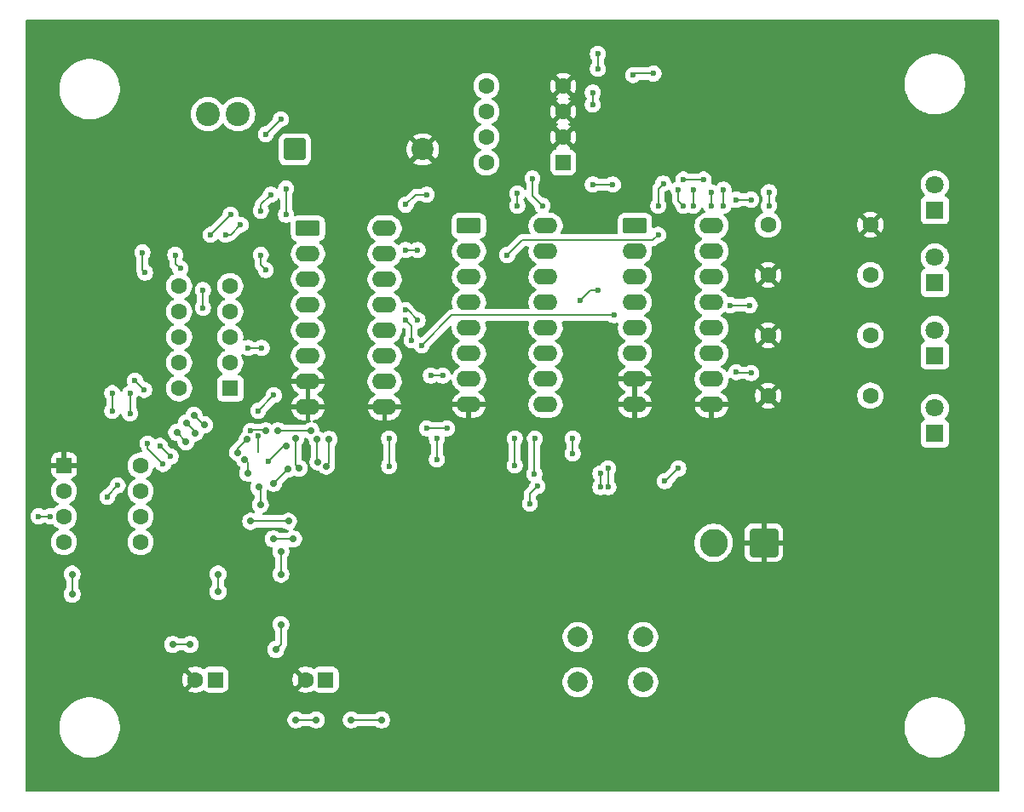
<source format=gbr>
%TF.GenerationSoftware,KiCad,Pcbnew,9.0.3*%
%TF.CreationDate,2025-12-16T09:58:50+01:00*%
%TF.ProjectId,PTP_Ivan_Brajkovic_Project1AAA,5054505f-4976-4616-9e5f-4272616a6b6f,rev?*%
%TF.SameCoordinates,Original*%
%TF.FileFunction,Copper,L2,Bot*%
%TF.FilePolarity,Positive*%
%FSLAX46Y46*%
G04 Gerber Fmt 4.6, Leading zero omitted, Abs format (unit mm)*
G04 Created by KiCad (PCBNEW 9.0.3) date 2025-12-16 09:58:50*
%MOMM*%
%LPD*%
G01*
G04 APERTURE LIST*
G04 Aperture macros list*
%AMRoundRect*
0 Rectangle with rounded corners*
0 $1 Rounding radius*
0 $2 $3 $4 $5 $6 $7 $8 $9 X,Y pos of 4 corners*
0 Add a 4 corners polygon primitive as box body*
4,1,4,$2,$3,$4,$5,$6,$7,$8,$9,$2,$3,0*
0 Add four circle primitives for the rounded corners*
1,1,$1+$1,$2,$3*
1,1,$1+$1,$4,$5*
1,1,$1+$1,$6,$7*
1,1,$1+$1,$8,$9*
0 Add four rect primitives between the rounded corners*
20,1,$1+$1,$2,$3,$4,$5,0*
20,1,$1+$1,$4,$5,$6,$7,0*
20,1,$1+$1,$6,$7,$8,$9,0*
20,1,$1+$1,$8,$9,$2,$3,0*%
G04 Aperture macros list end*
%TA.AperFunction,ComponentPad*%
%ADD10RoundRect,0.250000X-0.950000X-0.550000X0.950000X-0.550000X0.950000X0.550000X-0.950000X0.550000X0*%
%TD*%
%TA.AperFunction,ComponentPad*%
%ADD11O,2.400000X1.600000*%
%TD*%
%TA.AperFunction,ComponentPad*%
%ADD12RoundRect,0.250000X0.550000X0.550000X-0.550000X0.550000X-0.550000X-0.550000X0.550000X-0.550000X0*%
%TD*%
%TA.AperFunction,ComponentPad*%
%ADD13C,1.600000*%
%TD*%
%TA.AperFunction,ComponentPad*%
%ADD14R,1.800000X1.800000*%
%TD*%
%TA.AperFunction,ComponentPad*%
%ADD15C,1.800000*%
%TD*%
%TA.AperFunction,ComponentPad*%
%ADD16C,2.000000*%
%TD*%
%TA.AperFunction,ComponentPad*%
%ADD17RoundRect,0.250001X1.149999X1.149999X-1.149999X1.149999X-1.149999X-1.149999X1.149999X-1.149999X0*%
%TD*%
%TA.AperFunction,ComponentPad*%
%ADD18C,2.800000*%
%TD*%
%TA.AperFunction,ComponentPad*%
%ADD19RoundRect,0.250000X-0.550000X-0.550000X0.550000X-0.550000X0.550000X0.550000X-0.550000X0.550000X0*%
%TD*%
%TA.AperFunction,ComponentPad*%
%ADD20RoundRect,0.249999X-0.850001X-0.850001X0.850001X-0.850001X0.850001X0.850001X-0.850001X0.850001X0*%
%TD*%
%TA.AperFunction,ComponentPad*%
%ADD21C,2.200000*%
%TD*%
%TA.AperFunction,ComponentPad*%
%ADD22R,1.600000X1.600000*%
%TD*%
%TA.AperFunction,ComponentPad*%
%ADD23C,2.400000*%
%TD*%
%TA.AperFunction,ViaPad*%
%ADD24C,0.700000*%
%TD*%
%TA.AperFunction,ViaPad*%
%ADD25C,0.600000*%
%TD*%
%TA.AperFunction,Conductor*%
%ADD26C,0.200000*%
%TD*%
G04 APERTURE END LIST*
D10*
%TO.P,U3,1,Q*%
%TO.N,Q2*%
X194190000Y-78110000D03*
D11*
%TO.P,U3,2,~{Q}*%
%TO.N,unconnected-(U3A-~{Q}-Pad2)*%
X194190000Y-80650000D03*
%TO.P,U3,3,C*%
%TO.N,Q1*%
X194190000Y-83190000D03*
%TO.P,U3,4,R*%
%TO.N,Reset*%
X194190000Y-85730000D03*
%TO.P,U3,5,K*%
%TO.N,Net-(U3A-J)*%
X194190000Y-88270000D03*
%TO.P,U3,6,J*%
X194190000Y-90810000D03*
%TO.P,U3,7,S*%
%TO.N,GND*%
X194190000Y-93350000D03*
%TO.P,U3,8,VSS*%
X194190000Y-95890000D03*
%TO.P,U3,9,S*%
X201810000Y-95890000D03*
%TO.P,U3,10,J*%
%TO.N,Net-(U3B-J)*%
X201810000Y-93350000D03*
%TO.P,U3,11,K*%
X201810000Y-90810000D03*
%TO.P,U3,12,R*%
%TO.N,Reset*%
X201810000Y-88270000D03*
%TO.P,U3,13,C*%
%TO.N,Q2*%
X201810000Y-85730000D03*
%TO.P,U3,14,~{Q}*%
%TO.N,unconnected-(U3B-~{Q}-Pad14)*%
X201810000Y-83190000D03*
%TO.P,U3,15,Q*%
%TO.N,Q3*%
X201810000Y-80650000D03*
%TO.P,U3,16,VDD*%
%TO.N,+5V*%
X201810000Y-78110000D03*
%TD*%
D12*
%TO.P,U1,1,FB*%
%TO.N,+5V*%
X187055000Y-71810000D03*
D13*
%TO.P,U1,2,SGND*%
%TO.N,GND*%
X187055000Y-69270000D03*
%TO.P,U1,3,~{ON}/OFF*%
X187055000Y-66730000D03*
%TO.P,U1,4,PGND*%
X187055000Y-64190000D03*
%TO.P,U1,5,VIN*%
%TO.N,VD*%
X179435000Y-64190000D03*
%TO.P,U1,6,NC*%
%TO.N,unconnected-(U1-NC-Pad6)*%
X179435000Y-66730000D03*
%TO.P,U1,7,OUT*%
%TO.N,Net-(D4-K)*%
X179435000Y-69270000D03*
%TO.P,U1,8,NC*%
%TO.N,unconnected-(U1-NC-Pad8)*%
X179435000Y-71810000D03*
%TD*%
D14*
%TO.P,D2,1,K*%
%TO.N,Net-(D2-K)*%
X224000000Y-83775000D03*
D15*
%TO.P,D2,2,A*%
%TO.N,Q1*%
X224000000Y-81235000D03*
%TD*%
D13*
%TO.P,R4,1*%
%TO.N,Net-(D5-K)*%
X217580000Y-95000000D03*
%TO.P,R4,2*%
%TO.N,GND*%
X207420000Y-95000000D03*
%TD*%
D16*
%TO.P,SW1,1*%
%TO.N,N/C*%
X188500000Y-119000000D03*
X195000000Y-119000000D03*
%TO.P,SW1,2*%
X188500000Y-123500000D03*
X195000000Y-123500000D03*
%TD*%
D13*
%TO.P,R2,1*%
%TO.N,Net-(D2-K)*%
X217580000Y-83000000D03*
%TO.P,R2,2*%
%TO.N,GND*%
X207420000Y-83000000D03*
%TD*%
D14*
%TO.P,D3,1,K*%
%TO.N,Net-(D3-K)*%
X224000000Y-91000000D03*
D15*
%TO.P,D3,2,A*%
%TO.N,Q2*%
X224000000Y-88460000D03*
%TD*%
D17*
%TO.P,J1,1,Pin_1*%
%TO.N,GND*%
X207000000Y-109632500D03*
D18*
%TO.P,J1,2,Pin_2*%
%TO.N,VD*%
X202000000Y-109632500D03*
%TD*%
D19*
%TO.P,U7,1,GND*%
%TO.N,GND*%
X137445000Y-101940000D03*
D13*
%TO.P,U7,2,TR*%
%TO.N,Net-(U7-THR)*%
X137445000Y-104480000D03*
%TO.P,U7,3,Q*%
%TO.N,555*%
X137445000Y-107020000D03*
%TO.P,U7,4,R*%
%TO.N,+5V*%
X137445000Y-109560000D03*
%TO.P,U7,5,CV*%
%TO.N,unconnected-(U7-CV-Pad5)*%
X145065000Y-109560000D03*
%TO.P,U7,6,THR*%
%TO.N,Net-(U7-THR)*%
X145065000Y-107020000D03*
%TO.P,U7,7,DIS*%
%TO.N,Net-(U7-DIS)*%
X145065000Y-104480000D03*
%TO.P,U7,8,VCC*%
%TO.N,+5V*%
X145065000Y-101940000D03*
%TD*%
D12*
%TO.P,C1,1*%
%TO.N,VD*%
X163455113Y-123250000D03*
D13*
%TO.P,C1,2*%
%TO.N,GND*%
X161455113Y-123250000D03*
%TD*%
D20*
%TO.P,D4,1,K*%
%TO.N,Net-(D4-K)*%
X160400000Y-70500000D03*
D21*
%TO.P,D4,2,A*%
%TO.N,GND*%
X173100000Y-70500000D03*
%TD*%
D10*
%TO.P,U2,1,Q*%
%TO.N,Q0*%
X161690000Y-78360000D03*
D11*
%TO.P,U2,2,~{Q}*%
%TO.N,unconnected-(U2A-~{Q}-Pad2)*%
X161690000Y-80900000D03*
%TO.P,U2,3,C*%
%TO.N,Clock*%
X161690000Y-83440000D03*
%TO.P,U2,4,R*%
%TO.N,Reset*%
X161690000Y-85980000D03*
%TO.P,U2,5,K*%
%TO.N,Net-(U2A-J)*%
X161690000Y-88520000D03*
%TO.P,U2,6,J*%
X161690000Y-91060000D03*
%TO.P,U2,7,S*%
%TO.N,GND*%
X161690000Y-93600000D03*
%TO.P,U2,8,VSS*%
X161690000Y-96140000D03*
%TO.P,U2,9,S*%
X169310000Y-96140000D03*
%TO.P,U2,10,J*%
%TO.N,Net-(U2B-J)*%
X169310000Y-93600000D03*
%TO.P,U2,11,K*%
X169310000Y-91060000D03*
%TO.P,U2,12,R*%
%TO.N,Reset*%
X169310000Y-88520000D03*
%TO.P,U2,13,C*%
%TO.N,Q0*%
X169310000Y-85980000D03*
%TO.P,U2,14,~{Q}*%
%TO.N,unconnected-(U2B-~{Q}-Pad14)*%
X169310000Y-83440000D03*
%TO.P,U2,15,Q*%
%TO.N,Q1*%
X169310000Y-80900000D03*
%TO.P,U2,16,VDD*%
%TO.N,+5V*%
X169310000Y-78360000D03*
%TD*%
D22*
%TO.P,U5,1,CA*%
%TO.N,+5V*%
X153967500Y-94267500D03*
D13*
%TO.P,U5,2,F*%
%TO.N,Net-(U5-F)*%
X153967500Y-91727500D03*
%TO.P,U5,3,G*%
%TO.N,Net-(U5-G)*%
X153967500Y-89187500D03*
%TO.P,U5,4,E*%
%TO.N,Net-(U5-E)*%
X153967500Y-86647500D03*
%TO.P,U5,5,D*%
%TO.N,Net-(U5-D)*%
X153967500Y-84107500D03*
%TO.P,U5,6,CA*%
%TO.N,+5V*%
X148887500Y-84107500D03*
%TO.P,U5,7,DP*%
%TO.N,unconnected-(U5-DP-Pad7)*%
X148887500Y-86647500D03*
%TO.P,U5,8,C*%
%TO.N,Net-(U5-C)*%
X148887500Y-89187500D03*
%TO.P,U5,9,B*%
%TO.N,Net-(U5-B)*%
X148887500Y-91727500D03*
%TO.P,U5,10,A*%
%TO.N,Net-(U5-A)*%
X148887500Y-94267500D03*
%TD*%
%TO.P,R1,1*%
%TO.N,Net-(D1-K)*%
X207420000Y-78000000D03*
%TO.P,R1,2*%
%TO.N,GND*%
X217580000Y-78000000D03*
%TD*%
D23*
%TO.P,L1,1*%
%TO.N,Net-(D4-K)*%
X151750000Y-67000000D03*
%TO.P,L1,2*%
%TO.N,+5V*%
X154750000Y-67000000D03*
%TD*%
D12*
%TO.P,C2,1*%
%TO.N,+5V*%
X152500000Y-123250000D03*
D13*
%TO.P,C2,2*%
%TO.N,GND*%
X150500000Y-123250000D03*
%TD*%
D14*
%TO.P,D1,1,K*%
%TO.N,Net-(D1-K)*%
X224000000Y-76540000D03*
D15*
%TO.P,D1,2,A*%
%TO.N,QO*%
X224000000Y-74000000D03*
%TD*%
D14*
%TO.P,D5,1,K*%
%TO.N,Net-(D5-K)*%
X224000000Y-98775000D03*
D15*
%TO.P,D5,2,A*%
%TO.N,Q3*%
X224000000Y-96235000D03*
%TD*%
D13*
%TO.P,R3,1*%
%TO.N,Net-(D3-K)*%
X217580000Y-89000000D03*
%TO.P,R3,2*%
%TO.N,GND*%
X207420000Y-89000000D03*
%TD*%
D10*
%TO.P,U4,1,B*%
%TO.N,Q1*%
X177690000Y-78110000D03*
D11*
%TO.P,U4,2,C*%
%TO.N,Q2*%
X177690000Y-80650000D03*
%TO.P,U4,3,LT*%
%TO.N,Net-(U4-BI)*%
X177690000Y-83190000D03*
%TO.P,U4,4,BI*%
X177690000Y-85730000D03*
%TO.P,U4,5,RBI*%
X177690000Y-88270000D03*
%TO.P,U4,6,D*%
%TO.N,Q3*%
X177690000Y-90810000D03*
%TO.P,U4,7,A*%
%TO.N,Q0*%
X177690000Y-93350000D03*
%TO.P,U4,8,GND*%
%TO.N,GND*%
X177690000Y-95890000D03*
%TO.P,U4,9,e*%
%TO.N,Net-(U4-e)*%
X185310000Y-95890000D03*
%TO.P,U4,10,d*%
%TO.N,Net-(U4-d)*%
X185310000Y-93350000D03*
%TO.P,U4,11,c*%
%TO.N,Net-(U4-c)*%
X185310000Y-90810000D03*
%TO.P,U4,12,b*%
%TO.N,Net-(U4-b)*%
X185310000Y-88270000D03*
%TO.P,U4,13,a*%
%TO.N,Net-(U4-a)*%
X185310000Y-85730000D03*
%TO.P,U4,14,g*%
%TO.N,Net-(U4-g)*%
X185310000Y-83190000D03*
%TO.P,U4,15,f*%
%TO.N,Net-(U4-f)*%
X185310000Y-80650000D03*
%TO.P,U4,16,VCC*%
%TO.N,+5V*%
X185310000Y-78110000D03*
%TD*%
D24*
%TO.N,Net-(U5-C)*%
X149607880Y-97707880D03*
X150500000Y-98700000D03*
%TO.N,Net-(SW2-A)*%
X148657880Y-98657880D03*
X149577120Y-99577120D03*
%TO.N,Net-(U5-A)*%
X151400000Y-97900000D03*
X150357880Y-96957880D03*
%TO.N,Net-(U5-C)*%
X155675000Y-99325000D03*
X155400000Y-101350000D03*
X155700000Y-102700000D03*
X154700000Y-100650000D03*
%TO.N,Net-(U5-F)*%
X160800000Y-102200000D03*
X160475000Y-99225000D03*
%TO.N,Net-(U4-b)*%
X159500000Y-100000000D03*
%TO.N,Net-(U5-A)*%
X157500000Y-98500000D03*
X158700000Y-98500000D03*
X162000000Y-98500000D03*
%TO.N,Net-(U5-E)*%
X162600000Y-99350000D03*
%TO.N,Net-(U5-A)*%
X163800000Y-99350000D03*
%TO.N,Net-(U5-E)*%
X162695014Y-101597507D03*
%TO.N,Net-(U5-A)*%
X163500000Y-102000000D03*
%TO.N,Net-(U4-c)*%
X158300000Y-103700000D03*
X159700000Y-102300000D03*
%TO.N,Net-(U5-G)*%
X156959620Y-105859620D03*
X156800000Y-104100000D03*
%TO.N,Net-(U5-D)*%
X156000000Y-107500000D03*
X159750000Y-107500000D03*
%TO.N,Net-(U5-G)*%
X160250000Y-109250000D03*
X158250000Y-109250000D03*
%TO.N,Net-(SW2-A)*%
X159000000Y-112750000D03*
X159000000Y-110500000D03*
%TO.N,+5V*%
X138250000Y-112750000D03*
X138250000Y-114750000D03*
%TO.N,Net-(U7-THR)*%
X152750000Y-112750000D03*
X152750000Y-114500000D03*
%TO.N,+5V*%
X148250000Y-119750000D03*
X150000000Y-119750000D03*
%TO.N,Net-(SW2-A)*%
X159000000Y-117750000D03*
X158500000Y-120250000D03*
%TO.N,+5V*%
X160500000Y-127250000D03*
X162500000Y-127250000D03*
X166000000Y-127250000D03*
X169000000Y-127250000D03*
D25*
%TO.N,Q2*%
X181500000Y-81000000D03*
X196500000Y-79000000D03*
%TO.N,+5V*%
X173500000Y-75000000D03*
X171400000Y-76000000D03*
%TO.N,Reset*%
X192100000Y-87000000D03*
X173000000Y-90000000D03*
X172000000Y-89500000D03*
X171400000Y-87500000D03*
%TO.N,Q0*%
X175100000Y-93000000D03*
X173900000Y-93000000D03*
X171400000Y-86500000D03*
X172600000Y-87500000D03*
%TO.N,Q1*%
X172600000Y-80500000D03*
X171400000Y-80500000D03*
%TO.N,+5V*%
X154000000Y-77000000D03*
X152000000Y-79000000D03*
X185000000Y-76100000D03*
X184000000Y-73400000D03*
X190000000Y-66049000D03*
X190000000Y-64849000D03*
X194000000Y-63100000D03*
X196036765Y-62963235D03*
X203000000Y-76100000D03*
X203000000Y-74500000D03*
%TO.N,Clock*%
X159500000Y-77000000D03*
X159500000Y-74400000D03*
X157500000Y-69000000D03*
X159000000Y-67500000D03*
X190500000Y-61000000D03*
X190500000Y-62500000D03*
%TO.N,Reset*%
X196500000Y-76100000D03*
X197000000Y-73900000D03*
X199000000Y-73500000D03*
X201000000Y-73500000D03*
%TO.N,Q3*%
X200000000Y-76100000D03*
X200000000Y-74500000D03*
X198500000Y-74500000D03*
X192000000Y-74000000D03*
X199000000Y-76100000D03*
X182500000Y-74900000D03*
X182500000Y-76100000D03*
X190000000Y-74000000D03*
%TO.N,Net-(U2B-J)*%
X158000000Y-75000000D03*
X157000000Y-76600000D03*
X155000000Y-78000000D03*
X153500000Y-79000000D03*
%TO.N,+5V*%
X149000000Y-82350000D03*
X148500000Y-81000000D03*
%TO.N,Net-(U2A-J)*%
X157500000Y-82500000D03*
X157000000Y-81000000D03*
%TO.N,+5V*%
X141750000Y-105080000D03*
X201750000Y-76100000D03*
X145500000Y-82750000D03*
X151250000Y-86250000D03*
X142779661Y-103936724D03*
X201750000Y-74750000D03*
X151250000Y-84500000D03*
X145250000Y-80750000D03*
%TO.N,Net-(D1-K)*%
X207500000Y-76100000D03*
X207500000Y-74750000D03*
%TO.N,Q1*%
X205750000Y-75500000D03*
X204250000Y-75500000D03*
%TO.N,Q2*%
X205600000Y-86000000D03*
X203650000Y-86000000D03*
%TO.N,Q3*%
X204250000Y-92650000D03*
X205750000Y-92750000D03*
%TO.N,Net-(U4-a)*%
X175500000Y-98250000D03*
X169750000Y-99250000D03*
X173500000Y-98250000D03*
X169750000Y-102000000D03*
%TO.N,Net-(U5-A)*%
X156000000Y-98500000D03*
%TO.N,Net-(U4-b)*%
X157750000Y-101500000D03*
%TO.N,Net-(U5-B)*%
X144000000Y-96750000D03*
X148041765Y-101041765D03*
X144000000Y-94750000D03*
X147000000Y-100000000D03*
%TO.N,Net-(U5-C)*%
X145424265Y-94424265D03*
X144500000Y-93500000D03*
%TO.N,Net-(U4-c)*%
X188000000Y-100750000D03*
X188000000Y-99250000D03*
%TO.N,Net-(U3B-J)*%
X197150000Y-103500000D03*
X198500000Y-102250000D03*
%TO.N,Net-(U5-D)*%
X142250000Y-94750000D03*
X145750000Y-99750000D03*
X142250000Y-96500000D03*
X147291765Y-101791765D03*
%TO.N,Net-(U4-d)*%
X184200735Y-102799265D03*
X183750000Y-105750000D03*
X184250000Y-99250000D03*
X184500000Y-104000000D03*
%TO.N,Net-(U4-BI)*%
X174500000Y-101350000D03*
X174500000Y-99250000D03*
%TO.N,Net-(U4-e)*%
X182250000Y-99250000D03*
X182250000Y-101950000D03*
%TO.N,Net-(U4-f)*%
X190750000Y-104100000D03*
X190750000Y-102750000D03*
%TO.N,Net-(U4-g)*%
X190500000Y-84500000D03*
X188750000Y-85500000D03*
X191550003Y-104100000D03*
X191500000Y-102250000D03*
%TO.N,Net-(U5-G)*%
X156750000Y-99000000D03*
X155750000Y-90250000D03*
X158299265Y-94950735D03*
X157100000Y-90250000D03*
X156750000Y-96500000D03*
%TO.N,555*%
X134900000Y-107000000D03*
X136100000Y-107000000D03*
%TD*%
D26*
%TO.N,Net-(U5-C)*%
X150500000Y-98700000D02*
X150500000Y-98600000D01*
X150500000Y-98600000D02*
X149607880Y-97707880D01*
%TO.N,Net-(SW2-A)*%
X149577120Y-99577120D02*
X148657880Y-98657880D01*
%TO.N,Net-(U5-A)*%
X151400000Y-97900000D02*
X151300000Y-97900000D01*
X151300000Y-97900000D02*
X150357880Y-96957880D01*
%TO.N,Net-(U5-C)*%
X154700000Y-100300000D02*
X155675000Y-99325000D01*
X155700000Y-102700000D02*
X155700000Y-101650000D01*
X154700000Y-100650000D02*
X154700000Y-100300000D01*
X155700000Y-101650000D02*
X155400000Y-101350000D01*
%TO.N,Net-(U5-F)*%
X160800000Y-102200000D02*
X160475000Y-101875000D01*
X160475000Y-101875000D02*
X160475000Y-99225000D01*
%TO.N,Net-(U5-A)*%
X162000000Y-98500000D02*
X158750000Y-98500000D01*
%TO.N,Net-(U5-E)*%
X162600000Y-101502493D02*
X162695014Y-101597507D01*
X162600000Y-99350000D02*
X162600000Y-101502493D01*
%TO.N,Net-(U5-A)*%
X163800000Y-101700000D02*
X163500000Y-102000000D01*
X163800000Y-99350000D02*
X163800000Y-101700000D01*
%TO.N,Net-(U4-c)*%
X158300000Y-103700000D02*
X159700000Y-102300000D01*
X159700000Y-102300000D02*
X159750000Y-102250000D01*
%TO.N,Net-(U5-G)*%
X156959620Y-105859620D02*
X156959620Y-104259620D01*
X156959620Y-104259620D02*
X156800000Y-104100000D01*
%TO.N,Net-(U5-D)*%
X156000000Y-107500000D02*
X159750000Y-107500000D01*
%TO.N,Net-(U5-G)*%
X160250000Y-109250000D02*
X158250000Y-109250000D01*
%TO.N,Net-(SW2-A)*%
X159000000Y-112750000D02*
X159000000Y-110500000D01*
%TO.N,Net-(U7-THR)*%
X152750000Y-112750000D02*
X152750000Y-114500000D01*
%TO.N,Net-(SW2-A)*%
X159000000Y-119750000D02*
X158500000Y-120250000D01*
X159000000Y-117750000D02*
X159000000Y-119750000D01*
%TO.N,+5V*%
X162500000Y-127250000D02*
X160500000Y-127250000D01*
%TO.N,Q2*%
X182951000Y-79549000D02*
X181500000Y-81000000D01*
X195951000Y-79549000D02*
X182951000Y-79549000D01*
X196500000Y-79000000D02*
X195951000Y-79549000D01*
%TO.N,+5V*%
X172400000Y-75000000D02*
X173500000Y-75000000D01*
X171400000Y-76000000D02*
X172400000Y-75000000D01*
%TO.N,Reset*%
X173000000Y-90000000D02*
X176000000Y-87000000D01*
X176000000Y-87000000D02*
X192100000Y-87000000D01*
X172000000Y-88100000D02*
X172000000Y-89500000D01*
X171400000Y-87500000D02*
X172000000Y-88100000D01*
%TO.N,Q0*%
X173900000Y-93000000D02*
X175100000Y-93000000D01*
X171400000Y-86500000D02*
X171600000Y-86500000D01*
X171600000Y-86500000D02*
X172600000Y-87500000D01*
%TO.N,Q1*%
X171400000Y-80500000D02*
X172600000Y-80500000D01*
%TO.N,+5V*%
X154000000Y-77000000D02*
X152000000Y-79000000D01*
X184000000Y-75100000D02*
X185000000Y-76100000D01*
X184000000Y-73400000D02*
X184000000Y-75100000D01*
X190000000Y-64849000D02*
X190000000Y-66049000D01*
X194136765Y-62963235D02*
X194000000Y-63100000D01*
X196036765Y-62963235D02*
X194136765Y-62963235D01*
X203000000Y-74500000D02*
X203000000Y-76100000D01*
%TO.N,Clock*%
X159500000Y-74400000D02*
X159500000Y-77000000D01*
X159000000Y-67500000D02*
X157500000Y-69000000D01*
X190500000Y-62500000D02*
X190500000Y-61000000D01*
%TO.N,Reset*%
X196500000Y-74400000D02*
X196500000Y-76100000D01*
X197000000Y-73900000D02*
X196500000Y-74400000D01*
X201000000Y-73500000D02*
X199000000Y-73500000D01*
%TO.N,Q3*%
X200000000Y-74500000D02*
X200000000Y-76100000D01*
X198500000Y-75600000D02*
X199000000Y-76100000D01*
X198500000Y-74500000D02*
X198500000Y-75600000D01*
X190000000Y-74000000D02*
X192000000Y-74000000D01*
X182500000Y-76100000D02*
X182500000Y-74900000D01*
%TO.N,Net-(U2B-J)*%
X157000000Y-76000000D02*
X158000000Y-75000000D01*
X157000000Y-76600000D02*
X157000000Y-76000000D01*
X153500000Y-79000000D02*
X154000000Y-79000000D01*
X154000000Y-79000000D02*
X155000000Y-78000000D01*
%TO.N,+5V*%
X148500000Y-81850000D02*
X149000000Y-82350000D01*
X148500000Y-81000000D02*
X148500000Y-81850000D01*
%TO.N,Net-(U2A-J)*%
X157000000Y-81000000D02*
X157000000Y-82000000D01*
X157000000Y-82000000D02*
X157500000Y-82500000D01*
%TO.N,+5V*%
X151250000Y-84500000D02*
X151250000Y-86250000D01*
X145250000Y-82500000D02*
X145250000Y-80750000D01*
X150000000Y-119750000D02*
X148250000Y-119750000D01*
X138250000Y-114750000D02*
X138250000Y-112750000D01*
X145500000Y-82750000D02*
X145250000Y-82500000D01*
X141750000Y-105080000D02*
X141750000Y-104966385D01*
X169000000Y-127250000D02*
X166000000Y-127250000D01*
X201750000Y-76100000D02*
X201750000Y-74750000D01*
X141750000Y-104966385D02*
X142779661Y-103936724D01*
%TO.N,Net-(D1-K)*%
X207500000Y-74750000D02*
X207500000Y-76100000D01*
%TO.N,Q1*%
X205750000Y-75500000D02*
X204250000Y-75500000D01*
%TO.N,Q2*%
X205600000Y-86000000D02*
X203650000Y-86000000D01*
%TO.N,Q3*%
X205750000Y-92750000D02*
X204350000Y-92750000D01*
X204350000Y-92750000D02*
X204250000Y-92650000D01*
%TO.N,Net-(U4-a)*%
X173500000Y-98250000D02*
X175500000Y-98250000D01*
X169750000Y-102000000D02*
X169750000Y-99250000D01*
%TO.N,Net-(U5-A)*%
X156101000Y-98399000D02*
X156000000Y-98500000D01*
X157500000Y-98500000D02*
X157399000Y-98399000D01*
X157399000Y-98399000D02*
X156101000Y-98399000D01*
%TO.N,Net-(U4-b)*%
X159250000Y-100000000D02*
X159500000Y-100000000D01*
X157750000Y-101500000D02*
X159250000Y-100000000D01*
%TO.N,Net-(U5-B)*%
X144000000Y-96750000D02*
X144000000Y-94750000D01*
X148041765Y-101041765D02*
X147000000Y-100000000D01*
%TO.N,Net-(U5-C)*%
X145424265Y-94424265D02*
X144500000Y-93500000D01*
%TO.N,Net-(U4-c)*%
X188000000Y-100750000D02*
X188000000Y-99250000D01*
%TO.N,Net-(U3B-J)*%
X197250000Y-103500000D02*
X198500000Y-102250000D01*
X197150000Y-103500000D02*
X197250000Y-103500000D01*
%TO.N,Net-(U5-D)*%
X142250000Y-96500000D02*
X142250000Y-94750000D01*
X145750000Y-100250000D02*
X145750000Y-99750000D01*
X147291765Y-101791765D02*
X145750000Y-100250000D01*
%TO.N,Net-(U4-d)*%
X184200735Y-99299265D02*
X184250000Y-99250000D01*
X183750000Y-104750000D02*
X184500000Y-104000000D01*
X184200735Y-102799265D02*
X184200735Y-99299265D01*
X183750000Y-105750000D02*
X183750000Y-104750000D01*
%TO.N,Net-(U4-BI)*%
X174500000Y-101350000D02*
X174500000Y-99250000D01*
%TO.N,Net-(U4-e)*%
X182250000Y-101950000D02*
X182250000Y-99250000D01*
%TO.N,Net-(U4-f)*%
X190750000Y-104100000D02*
X190750000Y-102750000D01*
%TO.N,Net-(U4-g)*%
X191550003Y-104100000D02*
X191550003Y-102300003D01*
X191550003Y-102300003D02*
X191500000Y-102250000D01*
X190500000Y-84500000D02*
X189750000Y-84500000D01*
X189750000Y-84500000D02*
X188750000Y-85500000D01*
%TO.N,Net-(U5-G)*%
X156750000Y-100600000D02*
X156750000Y-99000000D01*
X157100000Y-90250000D02*
X155750000Y-90250000D01*
X156750000Y-96500000D02*
X158299265Y-94950735D01*
%TO.N,555*%
X136100000Y-107000000D02*
X134900000Y-107000000D01*
%TD*%
%TA.AperFunction,Conductor*%
%TO.N,GND*%
G36*
X161940000Y-95824314D02*
G01*
X161935606Y-95819920D01*
X161844394Y-95767259D01*
X161742661Y-95740000D01*
X161637339Y-95740000D01*
X161535606Y-95767259D01*
X161444394Y-95819920D01*
X161440000Y-95824314D01*
X161440000Y-93915686D01*
X161444394Y-93920080D01*
X161535606Y-93972741D01*
X161637339Y-94000000D01*
X161742661Y-94000000D01*
X161844394Y-93972741D01*
X161935606Y-93920080D01*
X161940000Y-93915686D01*
X161940000Y-95824314D01*
G37*
%TD.AperFunction*%
%TA.AperFunction,Conductor*%
G36*
X194440000Y-95574314D02*
G01*
X194435606Y-95569920D01*
X194344394Y-95517259D01*
X194242661Y-95490000D01*
X194137339Y-95490000D01*
X194035606Y-95517259D01*
X193944394Y-95569920D01*
X193940000Y-95574314D01*
X193940000Y-93665686D01*
X193944394Y-93670080D01*
X194035606Y-93722741D01*
X194137339Y-93750000D01*
X194242661Y-93750000D01*
X194344394Y-93722741D01*
X194435606Y-93670080D01*
X194440000Y-93665686D01*
X194440000Y-95574314D01*
G37*
%TD.AperFunction*%
%TA.AperFunction,Conductor*%
G36*
X230332126Y-57630598D02*
G01*
X230377881Y-57683402D01*
X230389087Y-57734913D01*
X230389087Y-134265087D01*
X230369402Y-134332126D01*
X230316598Y-134377881D01*
X230265087Y-134389087D01*
X133734913Y-134389087D01*
X133667874Y-134369402D01*
X133622119Y-134316598D01*
X133610913Y-134265087D01*
X133610913Y-127831491D01*
X136999500Y-127831491D01*
X136999500Y-128168508D01*
X137037231Y-128503381D01*
X137037233Y-128503397D01*
X137112223Y-128831953D01*
X137112227Y-128831965D01*
X137223532Y-129150054D01*
X137369752Y-129453683D01*
X137369754Y-129453686D01*
X137549054Y-129739039D01*
X137759175Y-130002523D01*
X137997477Y-130240825D01*
X138260961Y-130450946D01*
X138546314Y-130630246D01*
X138849949Y-130776469D01*
X139088848Y-130860063D01*
X139168034Y-130887772D01*
X139168046Y-130887776D01*
X139496606Y-130962767D01*
X139831492Y-131000499D01*
X139831493Y-131000500D01*
X139831496Y-131000500D01*
X140168507Y-131000500D01*
X140168507Y-131000499D01*
X140503394Y-130962767D01*
X140831954Y-130887776D01*
X141150051Y-130776469D01*
X141453686Y-130630246D01*
X141739039Y-130450946D01*
X142002523Y-130240825D01*
X142240825Y-130002523D01*
X142450946Y-129739039D01*
X142630246Y-129453686D01*
X142776469Y-129150051D01*
X142887776Y-128831954D01*
X142962767Y-128503394D01*
X143000500Y-128168504D01*
X143000500Y-127831496D01*
X142962767Y-127496606D01*
X142953979Y-127458102D01*
X142892270Y-127187733D01*
X142887774Y-127168039D01*
X142887772Y-127168034D01*
X142887140Y-127166228D01*
X159649500Y-127166228D01*
X159649500Y-127333771D01*
X159682182Y-127498074D01*
X159682184Y-127498082D01*
X159746295Y-127652860D01*
X159839373Y-127792162D01*
X159957837Y-127910626D01*
X160050494Y-127972537D01*
X160097137Y-128003703D01*
X160251918Y-128067816D01*
X160416228Y-128100499D01*
X160416232Y-128100500D01*
X160416233Y-128100500D01*
X160583768Y-128100500D01*
X160583769Y-128100499D01*
X160748082Y-128067816D01*
X160902863Y-128003703D01*
X161042162Y-127910626D01*
X161042165Y-127910623D01*
X161065970Y-127886819D01*
X161127293Y-127853334D01*
X161153651Y-127850500D01*
X161846349Y-127850500D01*
X161913388Y-127870185D01*
X161934030Y-127886819D01*
X161957837Y-127910626D01*
X162050494Y-127972537D01*
X162097137Y-128003703D01*
X162251918Y-128067816D01*
X162416228Y-128100499D01*
X162416232Y-128100500D01*
X162416233Y-128100500D01*
X162583768Y-128100500D01*
X162583769Y-128100499D01*
X162748082Y-128067816D01*
X162902863Y-128003703D01*
X163042162Y-127910626D01*
X163160626Y-127792162D01*
X163253703Y-127652863D01*
X163317816Y-127498082D01*
X163350500Y-127333767D01*
X163350500Y-127166233D01*
X163350499Y-127166228D01*
X165149500Y-127166228D01*
X165149500Y-127333771D01*
X165182182Y-127498074D01*
X165182184Y-127498082D01*
X165246295Y-127652860D01*
X165339373Y-127792162D01*
X165457837Y-127910626D01*
X165550494Y-127972537D01*
X165597137Y-128003703D01*
X165751918Y-128067816D01*
X165916228Y-128100499D01*
X165916232Y-128100500D01*
X165916233Y-128100500D01*
X166083768Y-128100500D01*
X166083769Y-128100499D01*
X166248082Y-128067816D01*
X166402863Y-128003703D01*
X166542162Y-127910626D01*
X166542165Y-127910623D01*
X166565970Y-127886819D01*
X166627293Y-127853334D01*
X166653651Y-127850500D01*
X168346349Y-127850500D01*
X168413388Y-127870185D01*
X168434030Y-127886819D01*
X168457837Y-127910626D01*
X168550494Y-127972537D01*
X168597137Y-128003703D01*
X168751918Y-128067816D01*
X168916228Y-128100499D01*
X168916232Y-128100500D01*
X168916233Y-128100500D01*
X169083768Y-128100500D01*
X169083769Y-128100499D01*
X169248082Y-128067816D01*
X169402863Y-128003703D01*
X169542162Y-127910626D01*
X169621297Y-127831491D01*
X220999500Y-127831491D01*
X220999500Y-128168508D01*
X221037231Y-128503381D01*
X221037233Y-128503397D01*
X221112223Y-128831953D01*
X221112227Y-128831965D01*
X221223532Y-129150054D01*
X221369752Y-129453683D01*
X221369754Y-129453686D01*
X221549054Y-129739039D01*
X221759175Y-130002523D01*
X221997477Y-130240825D01*
X222260961Y-130450946D01*
X222546314Y-130630246D01*
X222849949Y-130776469D01*
X223088848Y-130860063D01*
X223168034Y-130887772D01*
X223168046Y-130887776D01*
X223496606Y-130962767D01*
X223831492Y-131000499D01*
X223831493Y-131000500D01*
X223831496Y-131000500D01*
X224168507Y-131000500D01*
X224168507Y-131000499D01*
X224503394Y-130962767D01*
X224831954Y-130887776D01*
X225150051Y-130776469D01*
X225453686Y-130630246D01*
X225739039Y-130450946D01*
X226002523Y-130240825D01*
X226240825Y-130002523D01*
X226450946Y-129739039D01*
X226630246Y-129453686D01*
X226776469Y-129150051D01*
X226887776Y-128831954D01*
X226962767Y-128503394D01*
X227000500Y-128168504D01*
X227000500Y-127831496D01*
X226962767Y-127496606D01*
X226887776Y-127168046D01*
X226776469Y-126849949D01*
X226630246Y-126546314D01*
X226450946Y-126260961D01*
X226240825Y-125997477D01*
X226002523Y-125759175D01*
X225739039Y-125549054D01*
X225453686Y-125369754D01*
X225453683Y-125369752D01*
X225150054Y-125223532D01*
X224831965Y-125112227D01*
X224831953Y-125112223D01*
X224503397Y-125037233D01*
X224503381Y-125037231D01*
X224168508Y-124999500D01*
X224168504Y-124999500D01*
X223831496Y-124999500D01*
X223831491Y-124999500D01*
X223496618Y-125037231D01*
X223496602Y-125037233D01*
X223168046Y-125112223D01*
X223168034Y-125112227D01*
X222849945Y-125223532D01*
X222546316Y-125369752D01*
X222260962Y-125549053D01*
X221997477Y-125759174D01*
X221759174Y-125997477D01*
X221549053Y-126260962D01*
X221369752Y-126546316D01*
X221223532Y-126849945D01*
X221112227Y-127168034D01*
X221112223Y-127168046D01*
X221037233Y-127496602D01*
X221037231Y-127496618D01*
X220999500Y-127831491D01*
X169621297Y-127831491D01*
X169660626Y-127792162D01*
X169753703Y-127652863D01*
X169817816Y-127498082D01*
X169850500Y-127333767D01*
X169850500Y-127166233D01*
X169817816Y-127001918D01*
X169753703Y-126847137D01*
X169722537Y-126800494D01*
X169660626Y-126707837D01*
X169542162Y-126589373D01*
X169402860Y-126496295D01*
X169248082Y-126432184D01*
X169248074Y-126432182D01*
X169083771Y-126399500D01*
X169083767Y-126399500D01*
X168916233Y-126399500D01*
X168916228Y-126399500D01*
X168751925Y-126432182D01*
X168751917Y-126432184D01*
X168597139Y-126496295D01*
X168457837Y-126589373D01*
X168457834Y-126589376D01*
X168434030Y-126613181D01*
X168372707Y-126646666D01*
X168346349Y-126649500D01*
X166653651Y-126649500D01*
X166586612Y-126629815D01*
X166565970Y-126613181D01*
X166542162Y-126589373D01*
X166402860Y-126496295D01*
X166248082Y-126432184D01*
X166248074Y-126432182D01*
X166083771Y-126399500D01*
X166083767Y-126399500D01*
X165916233Y-126399500D01*
X165916228Y-126399500D01*
X165751925Y-126432182D01*
X165751917Y-126432184D01*
X165597139Y-126496295D01*
X165457837Y-126589373D01*
X165339373Y-126707837D01*
X165246295Y-126847139D01*
X165182184Y-127001917D01*
X165182182Y-127001925D01*
X165149500Y-127166228D01*
X163350499Y-127166228D01*
X163317816Y-127001918D01*
X163253703Y-126847137D01*
X163222537Y-126800494D01*
X163160626Y-126707837D01*
X163042162Y-126589373D01*
X162902860Y-126496295D01*
X162748082Y-126432184D01*
X162748074Y-126432182D01*
X162583771Y-126399500D01*
X162583767Y-126399500D01*
X162416233Y-126399500D01*
X162416228Y-126399500D01*
X162251925Y-126432182D01*
X162251917Y-126432184D01*
X162097139Y-126496295D01*
X161957837Y-126589373D01*
X161957834Y-126589376D01*
X161934030Y-126613181D01*
X161872707Y-126646666D01*
X161846349Y-126649500D01*
X161153651Y-126649500D01*
X161086612Y-126629815D01*
X161065970Y-126613181D01*
X161042162Y-126589373D01*
X160902860Y-126496295D01*
X160748082Y-126432184D01*
X160748074Y-126432182D01*
X160583771Y-126399500D01*
X160583767Y-126399500D01*
X160416233Y-126399500D01*
X160416228Y-126399500D01*
X160251925Y-126432182D01*
X160251917Y-126432184D01*
X160097139Y-126496295D01*
X159957837Y-126589373D01*
X159839373Y-126707837D01*
X159746295Y-126847139D01*
X159682184Y-127001917D01*
X159682182Y-127001925D01*
X159649500Y-127166228D01*
X142887140Y-127166228D01*
X142829645Y-127001917D01*
X142776469Y-126849949D01*
X142630246Y-126546314D01*
X142450946Y-126260961D01*
X142240825Y-125997477D01*
X142002523Y-125759175D01*
X141739039Y-125549054D01*
X141453686Y-125369754D01*
X141453683Y-125369752D01*
X141150054Y-125223532D01*
X140831965Y-125112227D01*
X140831953Y-125112223D01*
X140503397Y-125037233D01*
X140503381Y-125037231D01*
X140168508Y-124999500D01*
X140168504Y-124999500D01*
X139831496Y-124999500D01*
X139831491Y-124999500D01*
X139496618Y-125037231D01*
X139496602Y-125037233D01*
X139168046Y-125112223D01*
X139168034Y-125112227D01*
X138849945Y-125223532D01*
X138546316Y-125369752D01*
X138260962Y-125549053D01*
X137997477Y-125759174D01*
X137759174Y-125997477D01*
X137549053Y-126260962D01*
X137369752Y-126546316D01*
X137223532Y-126849945D01*
X137112227Y-127168034D01*
X137112223Y-127168046D01*
X137037233Y-127496602D01*
X137037231Y-127496618D01*
X136999500Y-127831491D01*
X133610913Y-127831491D01*
X133610913Y-123147682D01*
X149200000Y-123147682D01*
X149200000Y-123352317D01*
X149232009Y-123554417D01*
X149295244Y-123749031D01*
X149388141Y-123931350D01*
X149388147Y-123931359D01*
X149420523Y-123975921D01*
X149420524Y-123975922D01*
X150100000Y-123296446D01*
X150100000Y-123302661D01*
X150127259Y-123404394D01*
X150179920Y-123495606D01*
X150254394Y-123570080D01*
X150345606Y-123622741D01*
X150447339Y-123650000D01*
X150453552Y-123650000D01*
X149774076Y-124329474D01*
X149818650Y-124361859D01*
X150000968Y-124454755D01*
X150195582Y-124517990D01*
X150397683Y-124550000D01*
X150602317Y-124550000D01*
X150804417Y-124517990D01*
X150999031Y-124454755D01*
X151181341Y-124361863D01*
X151181349Y-124361858D01*
X151251552Y-124310852D01*
X151317358Y-124287371D01*
X151385412Y-124303196D01*
X151412120Y-124323488D01*
X151481344Y-124392712D01*
X151630666Y-124484814D01*
X151797203Y-124539999D01*
X151899991Y-124550500D01*
X153100008Y-124550499D01*
X153202797Y-124539999D01*
X153369334Y-124484814D01*
X153518656Y-124392712D01*
X153642712Y-124268656D01*
X153734814Y-124119334D01*
X153789999Y-123952797D01*
X153800500Y-123850009D01*
X153800499Y-123147682D01*
X160155113Y-123147682D01*
X160155113Y-123352317D01*
X160187122Y-123554417D01*
X160250357Y-123749031D01*
X160343254Y-123931350D01*
X160343260Y-123931359D01*
X160375636Y-123975921D01*
X160375637Y-123975922D01*
X161055113Y-123296446D01*
X161055113Y-123302661D01*
X161082372Y-123404394D01*
X161135033Y-123495606D01*
X161209507Y-123570080D01*
X161300719Y-123622741D01*
X161402452Y-123650000D01*
X161408665Y-123650000D01*
X160729189Y-124329474D01*
X160773763Y-124361859D01*
X160956081Y-124454755D01*
X161150695Y-124517990D01*
X161352796Y-124550000D01*
X161557430Y-124550000D01*
X161759530Y-124517990D01*
X161954144Y-124454755D01*
X162136454Y-124361863D01*
X162136462Y-124361858D01*
X162206665Y-124310852D01*
X162272471Y-124287371D01*
X162340525Y-124303196D01*
X162367233Y-124323488D01*
X162436457Y-124392712D01*
X162585779Y-124484814D01*
X162752316Y-124539999D01*
X162855104Y-124550500D01*
X164055121Y-124550499D01*
X164157910Y-124539999D01*
X164324447Y-124484814D01*
X164473769Y-124392712D01*
X164597825Y-124268656D01*
X164689927Y-124119334D01*
X164745112Y-123952797D01*
X164755613Y-123850009D01*
X164755612Y-123381902D01*
X186999500Y-123381902D01*
X186999500Y-123618097D01*
X187036446Y-123851368D01*
X187109433Y-124075996D01*
X187207599Y-124268656D01*
X187216657Y-124286433D01*
X187355483Y-124477510D01*
X187522490Y-124644517D01*
X187713567Y-124783343D01*
X187812991Y-124834002D01*
X187924003Y-124890566D01*
X187924005Y-124890566D01*
X187924008Y-124890568D01*
X188044412Y-124929689D01*
X188148631Y-124963553D01*
X188381903Y-125000500D01*
X188381908Y-125000500D01*
X188618097Y-125000500D01*
X188851368Y-124963553D01*
X189075992Y-124890568D01*
X189286433Y-124783343D01*
X189477510Y-124644517D01*
X189644517Y-124477510D01*
X189783343Y-124286433D01*
X189890568Y-124075992D01*
X189963553Y-123851368D01*
X189963769Y-123850003D01*
X190000500Y-123618097D01*
X190000500Y-123381902D01*
X193499500Y-123381902D01*
X193499500Y-123618097D01*
X193536446Y-123851368D01*
X193609433Y-124075996D01*
X193707599Y-124268656D01*
X193716657Y-124286433D01*
X193855483Y-124477510D01*
X194022490Y-124644517D01*
X194213567Y-124783343D01*
X194312991Y-124834002D01*
X194424003Y-124890566D01*
X194424005Y-124890566D01*
X194424008Y-124890568D01*
X194544412Y-124929689D01*
X194648631Y-124963553D01*
X194881903Y-125000500D01*
X194881908Y-125000500D01*
X195118097Y-125000500D01*
X195351368Y-124963553D01*
X195575992Y-124890568D01*
X195786433Y-124783343D01*
X195977510Y-124644517D01*
X196144517Y-124477510D01*
X196283343Y-124286433D01*
X196390568Y-124075992D01*
X196463553Y-123851368D01*
X196463769Y-123850003D01*
X196500500Y-123618097D01*
X196500500Y-123381902D01*
X196463553Y-123148631D01*
X196416687Y-123004394D01*
X196390568Y-122924008D01*
X196390566Y-122924005D01*
X196390566Y-122924003D01*
X196334002Y-122812991D01*
X196283343Y-122713567D01*
X196144517Y-122522490D01*
X195977510Y-122355483D01*
X195786433Y-122216657D01*
X195773358Y-122209995D01*
X195575996Y-122109433D01*
X195351368Y-122036446D01*
X195118097Y-121999500D01*
X195118092Y-121999500D01*
X194881908Y-121999500D01*
X194881903Y-121999500D01*
X194648631Y-122036446D01*
X194424003Y-122109433D01*
X194213566Y-122216657D01*
X194122419Y-122282880D01*
X194022490Y-122355483D01*
X194022488Y-122355485D01*
X194022487Y-122355485D01*
X193855485Y-122522487D01*
X193855485Y-122522488D01*
X193855483Y-122522490D01*
X193837530Y-122547200D01*
X193716657Y-122713566D01*
X193609433Y-122924003D01*
X193536446Y-123148631D01*
X193499500Y-123381902D01*
X190000500Y-123381902D01*
X189963553Y-123148631D01*
X189916687Y-123004394D01*
X189890568Y-122924008D01*
X189890566Y-122924005D01*
X189890566Y-122924003D01*
X189834002Y-122812991D01*
X189783343Y-122713567D01*
X189644517Y-122522490D01*
X189477510Y-122355483D01*
X189286433Y-122216657D01*
X189273358Y-122209995D01*
X189075996Y-122109433D01*
X188851368Y-122036446D01*
X188618097Y-121999500D01*
X188618092Y-121999500D01*
X188381908Y-121999500D01*
X188381903Y-121999500D01*
X188148631Y-122036446D01*
X187924003Y-122109433D01*
X187713566Y-122216657D01*
X187622419Y-122282880D01*
X187522490Y-122355483D01*
X187522488Y-122355485D01*
X187522487Y-122355485D01*
X187355485Y-122522487D01*
X187355485Y-122522488D01*
X187355483Y-122522490D01*
X187337530Y-122547200D01*
X187216657Y-122713566D01*
X187109433Y-122924003D01*
X187036446Y-123148631D01*
X186999500Y-123381902D01*
X164755612Y-123381902D01*
X164755612Y-123250000D01*
X164755612Y-122649998D01*
X164755611Y-122649981D01*
X164745112Y-122547203D01*
X164745111Y-122547200D01*
X164736922Y-122522487D01*
X164689927Y-122380666D01*
X164597825Y-122231344D01*
X164473769Y-122107288D01*
X164324447Y-122015186D01*
X164157910Y-121960001D01*
X164157908Y-121960000D01*
X164055123Y-121949500D01*
X162855111Y-121949500D01*
X162855094Y-121949501D01*
X162752316Y-121960000D01*
X162752313Y-121960001D01*
X162585781Y-122015185D01*
X162585776Y-122015187D01*
X162436458Y-122107287D01*
X162367234Y-122176511D01*
X162305910Y-122209995D01*
X162236219Y-122205010D01*
X162206668Y-122189147D01*
X162136465Y-122138142D01*
X161954144Y-122045244D01*
X161759530Y-121982009D01*
X161557430Y-121950000D01*
X161352796Y-121950000D01*
X161150695Y-121982009D01*
X160956081Y-122045244D01*
X160773757Y-122138143D01*
X160729190Y-122170523D01*
X160729190Y-122170524D01*
X161408666Y-122850000D01*
X161402452Y-122850000D01*
X161300719Y-122877259D01*
X161209507Y-122929920D01*
X161135033Y-123004394D01*
X161082372Y-123095606D01*
X161055113Y-123197339D01*
X161055113Y-123203553D01*
X160375637Y-122524077D01*
X160375636Y-122524077D01*
X160343256Y-122568644D01*
X160250357Y-122750968D01*
X160187122Y-122945582D01*
X160155113Y-123147682D01*
X153800499Y-123147682D01*
X153800499Y-122649992D01*
X153789999Y-122547203D01*
X153734814Y-122380666D01*
X153719282Y-122355485D01*
X153674500Y-122282881D01*
X153674499Y-122282880D01*
X153642712Y-122231344D01*
X153518656Y-122107288D01*
X153369334Y-122015186D01*
X153202797Y-121960001D01*
X153202795Y-121960000D01*
X153100010Y-121949500D01*
X151899998Y-121949500D01*
X151899981Y-121949501D01*
X151797203Y-121960000D01*
X151797200Y-121960001D01*
X151630668Y-122015185D01*
X151630663Y-122015187D01*
X151481345Y-122107287D01*
X151412121Y-122176511D01*
X151350797Y-122209995D01*
X151281106Y-122205010D01*
X151251555Y-122189147D01*
X151181352Y-122138142D01*
X150999031Y-122045244D01*
X150804417Y-121982009D01*
X150602317Y-121950000D01*
X150397683Y-121950000D01*
X150195582Y-121982009D01*
X150000968Y-122045244D01*
X149818644Y-122138143D01*
X149774077Y-122170523D01*
X149774077Y-122170524D01*
X150453553Y-122850000D01*
X150447339Y-122850000D01*
X150345606Y-122877259D01*
X150254394Y-122929920D01*
X150179920Y-123004394D01*
X150127259Y-123095606D01*
X150100000Y-123197339D01*
X150100000Y-123203553D01*
X149420524Y-122524077D01*
X149420523Y-122524077D01*
X149388143Y-122568644D01*
X149295244Y-122750968D01*
X149232009Y-122945582D01*
X149200000Y-123147682D01*
X133610913Y-123147682D01*
X133610913Y-119666228D01*
X147399500Y-119666228D01*
X147399500Y-119833771D01*
X147432182Y-119998074D01*
X147432184Y-119998082D01*
X147496295Y-120152860D01*
X147589373Y-120292162D01*
X147707837Y-120410626D01*
X147800494Y-120472537D01*
X147847137Y-120503703D01*
X148001918Y-120567816D01*
X148166228Y-120600499D01*
X148166232Y-120600500D01*
X148166233Y-120600500D01*
X148333768Y-120600500D01*
X148333769Y-120600499D01*
X148498082Y-120567816D01*
X148652863Y-120503703D01*
X148792162Y-120410626D01*
X148792165Y-120410623D01*
X148815970Y-120386819D01*
X148877293Y-120353334D01*
X148903651Y-120350500D01*
X149346349Y-120350500D01*
X149413388Y-120370185D01*
X149434030Y-120386819D01*
X149457837Y-120410626D01*
X149550494Y-120472537D01*
X149597137Y-120503703D01*
X149751918Y-120567816D01*
X149916228Y-120600499D01*
X149916232Y-120600500D01*
X149916233Y-120600500D01*
X150083768Y-120600500D01*
X150083769Y-120600499D01*
X150248082Y-120567816D01*
X150402863Y-120503703D01*
X150542162Y-120410626D01*
X150660626Y-120292162D01*
X150744773Y-120166228D01*
X157649500Y-120166228D01*
X157649500Y-120333771D01*
X157682182Y-120498074D01*
X157682184Y-120498082D01*
X157746295Y-120652860D01*
X157839373Y-120792162D01*
X157957837Y-120910626D01*
X158050494Y-120972537D01*
X158097137Y-121003703D01*
X158251918Y-121067816D01*
X158416228Y-121100499D01*
X158416232Y-121100500D01*
X158416233Y-121100500D01*
X158583768Y-121100500D01*
X158583769Y-121100499D01*
X158748082Y-121067816D01*
X158902863Y-121003703D01*
X159042162Y-120910626D01*
X159160626Y-120792162D01*
X159253703Y-120652863D01*
X159317816Y-120498082D01*
X159350500Y-120333767D01*
X159350500Y-120300098D01*
X159370185Y-120233059D01*
X159386819Y-120212417D01*
X159433008Y-120166228D01*
X159480520Y-120118716D01*
X159559577Y-119981784D01*
X159600501Y-119829057D01*
X159600501Y-119670942D01*
X159600501Y-119663347D01*
X159600500Y-119663329D01*
X159600500Y-118881902D01*
X186999500Y-118881902D01*
X186999500Y-119118097D01*
X187036446Y-119351368D01*
X187109433Y-119575996D01*
X187216657Y-119786433D01*
X187355483Y-119977510D01*
X187522490Y-120144517D01*
X187713567Y-120283343D01*
X187746451Y-120300098D01*
X187924003Y-120390566D01*
X187924005Y-120390566D01*
X187924008Y-120390568D01*
X188044412Y-120429689D01*
X188148631Y-120463553D01*
X188381903Y-120500500D01*
X188381908Y-120500500D01*
X188618097Y-120500500D01*
X188851368Y-120463553D01*
X189075992Y-120390568D01*
X189286433Y-120283343D01*
X189477510Y-120144517D01*
X189644517Y-119977510D01*
X189783343Y-119786433D01*
X189890568Y-119575992D01*
X189963553Y-119351368D01*
X189964223Y-119347137D01*
X190000500Y-119118097D01*
X190000500Y-118881902D01*
X193499500Y-118881902D01*
X193499500Y-119118097D01*
X193536446Y-119351368D01*
X193609433Y-119575996D01*
X193716657Y-119786433D01*
X193855483Y-119977510D01*
X194022490Y-120144517D01*
X194213567Y-120283343D01*
X194246451Y-120300098D01*
X194424003Y-120390566D01*
X194424005Y-120390566D01*
X194424008Y-120390568D01*
X194544412Y-120429689D01*
X194648631Y-120463553D01*
X194881903Y-120500500D01*
X194881908Y-120500500D01*
X195118097Y-120500500D01*
X195351368Y-120463553D01*
X195575992Y-120390568D01*
X195786433Y-120283343D01*
X195977510Y-120144517D01*
X196144517Y-119977510D01*
X196283343Y-119786433D01*
X196390568Y-119575992D01*
X196463553Y-119351368D01*
X196464223Y-119347137D01*
X196500500Y-119118097D01*
X196500500Y-118881902D01*
X196463553Y-118648631D01*
X196390566Y-118424003D01*
X196283342Y-118213566D01*
X196144517Y-118022490D01*
X195977510Y-117855483D01*
X195786433Y-117716657D01*
X195575996Y-117609433D01*
X195351368Y-117536446D01*
X195118097Y-117499500D01*
X195118092Y-117499500D01*
X194881908Y-117499500D01*
X194881903Y-117499500D01*
X194648631Y-117536446D01*
X194424003Y-117609433D01*
X194213566Y-117716657D01*
X194104550Y-117795862D01*
X194022490Y-117855483D01*
X194022488Y-117855485D01*
X194022487Y-117855485D01*
X193855485Y-118022487D01*
X193855485Y-118022488D01*
X193855483Y-118022490D01*
X193795862Y-118104550D01*
X193716657Y-118213566D01*
X193609433Y-118424003D01*
X193536446Y-118648631D01*
X193499500Y-118881902D01*
X190000500Y-118881902D01*
X189963553Y-118648631D01*
X189890566Y-118424003D01*
X189783342Y-118213566D01*
X189644517Y-118022490D01*
X189477510Y-117855483D01*
X189286433Y-117716657D01*
X189075996Y-117609433D01*
X188851368Y-117536446D01*
X188618097Y-117499500D01*
X188618092Y-117499500D01*
X188381908Y-117499500D01*
X188381903Y-117499500D01*
X188148631Y-117536446D01*
X187924003Y-117609433D01*
X187713566Y-117716657D01*
X187604550Y-117795862D01*
X187522490Y-117855483D01*
X187522488Y-117855485D01*
X187522487Y-117855485D01*
X187355485Y-118022487D01*
X187355485Y-118022488D01*
X187355483Y-118022490D01*
X187295862Y-118104550D01*
X187216657Y-118213566D01*
X187109433Y-118424003D01*
X187036446Y-118648631D01*
X186999500Y-118881902D01*
X159600500Y-118881902D01*
X159600500Y-118403650D01*
X159620185Y-118336611D01*
X159636815Y-118315972D01*
X159660626Y-118292162D01*
X159753703Y-118152863D01*
X159817816Y-117998082D01*
X159850500Y-117833767D01*
X159850500Y-117666233D01*
X159817816Y-117501918D01*
X159753703Y-117347137D01*
X159722537Y-117300494D01*
X159660626Y-117207837D01*
X159542162Y-117089373D01*
X159402860Y-116996295D01*
X159248082Y-116932184D01*
X159248074Y-116932182D01*
X159083771Y-116899500D01*
X159083767Y-116899500D01*
X158916233Y-116899500D01*
X158916228Y-116899500D01*
X158751925Y-116932182D01*
X158751917Y-116932184D01*
X158597139Y-116996295D01*
X158457837Y-117089373D01*
X158339373Y-117207837D01*
X158246295Y-117347139D01*
X158182184Y-117501917D01*
X158182182Y-117501925D01*
X158149500Y-117666228D01*
X158149500Y-117833771D01*
X158182182Y-117998074D01*
X158182184Y-117998082D01*
X158246295Y-118152860D01*
X158339372Y-118292160D01*
X158339373Y-118292161D01*
X158339374Y-118292162D01*
X158363181Y-118315969D01*
X158396666Y-118377290D01*
X158399500Y-118403650D01*
X158399500Y-119301063D01*
X158379815Y-119368102D01*
X158327011Y-119413857D01*
X158299693Y-119422680D01*
X158251922Y-119432182D01*
X158251917Y-119432184D01*
X158097139Y-119496295D01*
X157957837Y-119589373D01*
X157839373Y-119707837D01*
X157746295Y-119847139D01*
X157682184Y-120001917D01*
X157682182Y-120001925D01*
X157649500Y-120166228D01*
X150744773Y-120166228D01*
X150753703Y-120152863D01*
X150817816Y-119998082D01*
X150850500Y-119833767D01*
X150850500Y-119666233D01*
X150817816Y-119501918D01*
X150753703Y-119347137D01*
X150722537Y-119300494D01*
X150660626Y-119207837D01*
X150542162Y-119089373D01*
X150402860Y-118996295D01*
X150248082Y-118932184D01*
X150248074Y-118932182D01*
X150083771Y-118899500D01*
X150083767Y-118899500D01*
X149916233Y-118899500D01*
X149916228Y-118899500D01*
X149751925Y-118932182D01*
X149751917Y-118932184D01*
X149597139Y-118996295D01*
X149457837Y-119089373D01*
X149457834Y-119089376D01*
X149434030Y-119113181D01*
X149372707Y-119146666D01*
X149346349Y-119149500D01*
X148903651Y-119149500D01*
X148836612Y-119129815D01*
X148815970Y-119113181D01*
X148792162Y-119089373D01*
X148652860Y-118996295D01*
X148498082Y-118932184D01*
X148498074Y-118932182D01*
X148333771Y-118899500D01*
X148333767Y-118899500D01*
X148166233Y-118899500D01*
X148166228Y-118899500D01*
X148001925Y-118932182D01*
X148001917Y-118932184D01*
X147847139Y-118996295D01*
X147707837Y-119089373D01*
X147589373Y-119207837D01*
X147496295Y-119347139D01*
X147432184Y-119501917D01*
X147432182Y-119501925D01*
X147399500Y-119666228D01*
X133610913Y-119666228D01*
X133610913Y-112666228D01*
X137399500Y-112666228D01*
X137399500Y-112833771D01*
X137432182Y-112998074D01*
X137432184Y-112998082D01*
X137496295Y-113152860D01*
X137589372Y-113292160D01*
X137589373Y-113292161D01*
X137589374Y-113292162D01*
X137613181Y-113315969D01*
X137646666Y-113377290D01*
X137649500Y-113403650D01*
X137649500Y-114096349D01*
X137629815Y-114163388D01*
X137613181Y-114184030D01*
X137589376Y-114207834D01*
X137589373Y-114207837D01*
X137496295Y-114347139D01*
X137432184Y-114501917D01*
X137432182Y-114501925D01*
X137399500Y-114666228D01*
X137399500Y-114833771D01*
X137432182Y-114998074D01*
X137432184Y-114998082D01*
X137496295Y-115152860D01*
X137589373Y-115292162D01*
X137707837Y-115410626D01*
X137800494Y-115472537D01*
X137847137Y-115503703D01*
X138001918Y-115567816D01*
X138166228Y-115600499D01*
X138166232Y-115600500D01*
X138166233Y-115600500D01*
X138333768Y-115600500D01*
X138333769Y-115600499D01*
X138498082Y-115567816D01*
X138652863Y-115503703D01*
X138792162Y-115410626D01*
X138910626Y-115292162D01*
X139003703Y-115152863D01*
X139067816Y-114998082D01*
X139100500Y-114833767D01*
X139100500Y-114666233D01*
X139067816Y-114501918D01*
X139003703Y-114347137D01*
X138940084Y-114251925D01*
X138910626Y-114207837D01*
X138886819Y-114184030D01*
X138853334Y-114122707D01*
X138850500Y-114096349D01*
X138850500Y-113403650D01*
X138870185Y-113336611D01*
X138886815Y-113315972D01*
X138910626Y-113292162D01*
X139003703Y-113152863D01*
X139067816Y-112998082D01*
X139100500Y-112833767D01*
X139100500Y-112666233D01*
X139100499Y-112666228D01*
X151899500Y-112666228D01*
X151899500Y-112833771D01*
X151932182Y-112998074D01*
X151932184Y-112998082D01*
X151996295Y-113152860D01*
X152089372Y-113292160D01*
X152089373Y-113292161D01*
X152089374Y-113292162D01*
X152113181Y-113315969D01*
X152146666Y-113377290D01*
X152149500Y-113403650D01*
X152149500Y-113846349D01*
X152129815Y-113913388D01*
X152113181Y-113934030D01*
X152089376Y-113957834D01*
X152089373Y-113957837D01*
X151996295Y-114097139D01*
X151932184Y-114251917D01*
X151932182Y-114251925D01*
X151899500Y-114416228D01*
X151899500Y-114583771D01*
X151932182Y-114748074D01*
X151932184Y-114748082D01*
X151996295Y-114902860D01*
X152089373Y-115042162D01*
X152207837Y-115160626D01*
X152300494Y-115222537D01*
X152347137Y-115253703D01*
X152501918Y-115317816D01*
X152666228Y-115350499D01*
X152666232Y-115350500D01*
X152666233Y-115350500D01*
X152833768Y-115350500D01*
X152833769Y-115350499D01*
X152998082Y-115317816D01*
X153152863Y-115253703D01*
X153292162Y-115160626D01*
X153410626Y-115042162D01*
X153503703Y-114902863D01*
X153567816Y-114748082D01*
X153600500Y-114583767D01*
X153600500Y-114416233D01*
X153567816Y-114251918D01*
X153503703Y-114097137D01*
X153472537Y-114050494D01*
X153410626Y-113957837D01*
X153386819Y-113934030D01*
X153353334Y-113872707D01*
X153350500Y-113846349D01*
X153350500Y-113403650D01*
X153370185Y-113336611D01*
X153386815Y-113315972D01*
X153410626Y-113292162D01*
X153503703Y-113152863D01*
X153567816Y-112998082D01*
X153600500Y-112833767D01*
X153600500Y-112666233D01*
X153567816Y-112501918D01*
X153503703Y-112347137D01*
X153472537Y-112300494D01*
X153410626Y-112207837D01*
X153292162Y-112089373D01*
X153152860Y-111996295D01*
X152998082Y-111932184D01*
X152998074Y-111932182D01*
X152833771Y-111899500D01*
X152833767Y-111899500D01*
X152666233Y-111899500D01*
X152666228Y-111899500D01*
X152501925Y-111932182D01*
X152501917Y-111932184D01*
X152347139Y-111996295D01*
X152207837Y-112089373D01*
X152089373Y-112207837D01*
X151996295Y-112347139D01*
X151932184Y-112501917D01*
X151932182Y-112501925D01*
X151899500Y-112666228D01*
X139100499Y-112666228D01*
X139067816Y-112501918D01*
X139003703Y-112347137D01*
X138972537Y-112300494D01*
X138910626Y-112207837D01*
X138792162Y-112089373D01*
X138652860Y-111996295D01*
X138498082Y-111932184D01*
X138498074Y-111932182D01*
X138333771Y-111899500D01*
X138333767Y-111899500D01*
X138166233Y-111899500D01*
X138166228Y-111899500D01*
X138001925Y-111932182D01*
X138001917Y-111932184D01*
X137847139Y-111996295D01*
X137707837Y-112089373D01*
X137589373Y-112207837D01*
X137496295Y-112347139D01*
X137432184Y-112501917D01*
X137432182Y-112501925D01*
X137399500Y-112666228D01*
X133610913Y-112666228D01*
X133610913Y-106921153D01*
X134099500Y-106921153D01*
X134099500Y-107078846D01*
X134130261Y-107233489D01*
X134130264Y-107233501D01*
X134190602Y-107379172D01*
X134190609Y-107379185D01*
X134278210Y-107510288D01*
X134278213Y-107510292D01*
X134389707Y-107621786D01*
X134389711Y-107621789D01*
X134520814Y-107709390D01*
X134520827Y-107709397D01*
X134653903Y-107764518D01*
X134666503Y-107769737D01*
X134809299Y-107798141D01*
X134821153Y-107800499D01*
X134821156Y-107800500D01*
X134821158Y-107800500D01*
X134978844Y-107800500D01*
X134978845Y-107800499D01*
X135133497Y-107769737D01*
X135279179Y-107709394D01*
X135290829Y-107701610D01*
X135410875Y-107621398D01*
X135428921Y-107615747D01*
X135444831Y-107605523D01*
X135475792Y-107601071D01*
X135477553Y-107600520D01*
X135479766Y-107600500D01*
X135520234Y-107600500D01*
X135587273Y-107620185D01*
X135589125Y-107621398D01*
X135720814Y-107709390D01*
X135720827Y-107709397D01*
X135853903Y-107764518D01*
X135866503Y-107769737D01*
X136009299Y-107798141D01*
X136021153Y-107800499D01*
X136021156Y-107800500D01*
X136021158Y-107800500D01*
X136178844Y-107800500D01*
X136298205Y-107776757D01*
X136367797Y-107782984D01*
X136422716Y-107825490D01*
X136453030Y-107867215D01*
X136597786Y-108011971D01*
X136723539Y-108103334D01*
X136763390Y-108132287D01*
X136842705Y-108172700D01*
X136856080Y-108179515D01*
X136906876Y-108227490D01*
X136923671Y-108295311D01*
X136901134Y-108361446D01*
X136856080Y-108400485D01*
X136763386Y-108447715D01*
X136597786Y-108568028D01*
X136453028Y-108712786D01*
X136332715Y-108878386D01*
X136239781Y-109060776D01*
X136176522Y-109255465D01*
X136144500Y-109457648D01*
X136144500Y-109662351D01*
X136176522Y-109864534D01*
X136239781Y-110059223D01*
X136269661Y-110117864D01*
X136318752Y-110214211D01*
X136332715Y-110241613D01*
X136453028Y-110407213D01*
X136597786Y-110551971D01*
X136752749Y-110664556D01*
X136763390Y-110672287D01*
X136879607Y-110731503D01*
X136945776Y-110765218D01*
X136945778Y-110765218D01*
X136945781Y-110765220D01*
X137050137Y-110799127D01*
X137140465Y-110828477D01*
X137241557Y-110844488D01*
X137342648Y-110860500D01*
X137342649Y-110860500D01*
X137547351Y-110860500D01*
X137547352Y-110860500D01*
X137749534Y-110828477D01*
X137944219Y-110765220D01*
X138126610Y-110672287D01*
X138248447Y-110583768D01*
X138292213Y-110551971D01*
X138292215Y-110551968D01*
X138292219Y-110551966D01*
X138436966Y-110407219D01*
X138436968Y-110407215D01*
X138436971Y-110407213D01*
X138491252Y-110332500D01*
X138557287Y-110241610D01*
X138650220Y-110059219D01*
X138713477Y-109864534D01*
X138745500Y-109662352D01*
X138745500Y-109457648D01*
X138733598Y-109382500D01*
X138713477Y-109255465D01*
X138650218Y-109060776D01*
X138584857Y-108932500D01*
X138557287Y-108878390D01*
X138493158Y-108790123D01*
X138436971Y-108712786D01*
X138292213Y-108568028D01*
X138126614Y-108447715D01*
X138096780Y-108432514D01*
X138033917Y-108400483D01*
X137983123Y-108352511D01*
X137966328Y-108284690D01*
X137988865Y-108218555D01*
X138033917Y-108179516D01*
X138126610Y-108132287D01*
X138166461Y-108103334D01*
X138292213Y-108011971D01*
X138292215Y-108011968D01*
X138292219Y-108011966D01*
X138436966Y-107867219D01*
X138436968Y-107867215D01*
X138436971Y-107867213D01*
X138502690Y-107776757D01*
X138557287Y-107701610D01*
X138650220Y-107519219D01*
X138713477Y-107324534D01*
X138745500Y-107122352D01*
X138745500Y-106917648D01*
X138713477Y-106715466D01*
X138704478Y-106687771D01*
X138659876Y-106550499D01*
X138650220Y-106520781D01*
X138650218Y-106520778D01*
X138650218Y-106520776D01*
X138616503Y-106454607D01*
X138557287Y-106338390D01*
X138549556Y-106327749D01*
X138436971Y-106172786D01*
X138292213Y-106028028D01*
X138126614Y-105907715D01*
X138120006Y-105904348D01*
X138033917Y-105860483D01*
X137983123Y-105812511D01*
X137966328Y-105744690D01*
X137988865Y-105678555D01*
X138033917Y-105639516D01*
X138126610Y-105592287D01*
X138230919Y-105516503D01*
X138292213Y-105471971D01*
X138292215Y-105471968D01*
X138292219Y-105471966D01*
X138436966Y-105327219D01*
X138436968Y-105327215D01*
X138436971Y-105327213D01*
X138500544Y-105239711D01*
X138557287Y-105161610D01*
X138639044Y-105001153D01*
X140949500Y-105001153D01*
X140949500Y-105158846D01*
X140980261Y-105313489D01*
X140980264Y-105313501D01*
X141040602Y-105459172D01*
X141040609Y-105459185D01*
X141128210Y-105590288D01*
X141128213Y-105590292D01*
X141239707Y-105701786D01*
X141239711Y-105701789D01*
X141370814Y-105789390D01*
X141370827Y-105789397D01*
X141466062Y-105828844D01*
X141516503Y-105849737D01*
X141671153Y-105880499D01*
X141671156Y-105880500D01*
X141671158Y-105880500D01*
X141828844Y-105880500D01*
X141828845Y-105880499D01*
X141983497Y-105849737D01*
X142129179Y-105789394D01*
X142260289Y-105701789D01*
X142371789Y-105590289D01*
X142459394Y-105459179D01*
X142519737Y-105313497D01*
X142550500Y-105158842D01*
X142550500Y-105066482D01*
X142570185Y-104999443D01*
X142586819Y-104978801D01*
X142671041Y-104894579D01*
X142794326Y-104771294D01*
X142855645Y-104737812D01*
X142857812Y-104737361D01*
X142858501Y-104737224D01*
X142858503Y-104737224D01*
X143013158Y-104706461D01*
X143158840Y-104646118D01*
X143289950Y-104558513D01*
X143401450Y-104447013D01*
X143489055Y-104315903D01*
X143549398Y-104170221D01*
X143579049Y-104021158D01*
X143580161Y-104015568D01*
X143580161Y-103857879D01*
X143580160Y-103857877D01*
X143565419Y-103783768D01*
X143549398Y-103703227D01*
X143547537Y-103698735D01*
X143489058Y-103557551D01*
X143489051Y-103557538D01*
X143401450Y-103426435D01*
X143401447Y-103426431D01*
X143289953Y-103314937D01*
X143289949Y-103314934D01*
X143158846Y-103227333D01*
X143158833Y-103227326D01*
X143013162Y-103166988D01*
X143013150Y-103166985D01*
X142858506Y-103136224D01*
X142858503Y-103136224D01*
X142700819Y-103136224D01*
X142700816Y-103136224D01*
X142546171Y-103166985D01*
X142546159Y-103166988D01*
X142400488Y-103227326D01*
X142400475Y-103227333D01*
X142269372Y-103314934D01*
X142269368Y-103314937D01*
X142157874Y-103426431D01*
X142157871Y-103426435D01*
X142070270Y-103557538D01*
X142070263Y-103557551D01*
X142009925Y-103703222D01*
X142009922Y-103703232D01*
X141979023Y-103858572D01*
X141946638Y-103920483D01*
X141945087Y-103922061D01*
X141593511Y-104273637D01*
X141532188Y-104307122D01*
X141530024Y-104307573D01*
X141516505Y-104310262D01*
X141516500Y-104310263D01*
X141370827Y-104370602D01*
X141370814Y-104370609D01*
X141239711Y-104458210D01*
X141239707Y-104458213D01*
X141128213Y-104569707D01*
X141128210Y-104569711D01*
X141040609Y-104700814D01*
X141040602Y-104700827D01*
X140980264Y-104846498D01*
X140980261Y-104846510D01*
X140949500Y-105001153D01*
X138639044Y-105001153D01*
X138650220Y-104979219D01*
X138713477Y-104784534D01*
X138745500Y-104582352D01*
X138745500Y-104377648D01*
X138729026Y-104273637D01*
X138713477Y-104175465D01*
X138663338Y-104021155D01*
X138650220Y-103980781D01*
X138650218Y-103980778D01*
X138650218Y-103980776D01*
X138616503Y-103914607D01*
X138557287Y-103798390D01*
X138534116Y-103766498D01*
X138436971Y-103632786D01*
X138292217Y-103488032D01*
X138292212Y-103488028D01*
X138198051Y-103419616D01*
X138155385Y-103364286D01*
X138149406Y-103294673D01*
X138182012Y-103232878D01*
X138231933Y-103201592D01*
X138314117Y-103174359D01*
X138314124Y-103174356D01*
X138463345Y-103082315D01*
X138587315Y-102958345D01*
X138679356Y-102809124D01*
X138679358Y-102809119D01*
X138734505Y-102642697D01*
X138734506Y-102642690D01*
X138744999Y-102539986D01*
X138745000Y-102539973D01*
X138745000Y-102190000D01*
X137760686Y-102190000D01*
X137765080Y-102185606D01*
X137817741Y-102094394D01*
X137845000Y-101992661D01*
X137845000Y-101887339D01*
X137831685Y-101837648D01*
X143764500Y-101837648D01*
X143764500Y-102042351D01*
X143796522Y-102244534D01*
X143859781Y-102439223D01*
X143912232Y-102542162D01*
X143949973Y-102616233D01*
X143952715Y-102621613D01*
X144073028Y-102787213D01*
X144217786Y-102931971D01*
X144356505Y-103032754D01*
X144383390Y-103052287D01*
X144446757Y-103084574D01*
X144476080Y-103099515D01*
X144526876Y-103147490D01*
X144543671Y-103215311D01*
X144521134Y-103281446D01*
X144476080Y-103320485D01*
X144383386Y-103367715D01*
X144217786Y-103488028D01*
X144073028Y-103632786D01*
X143952715Y-103798386D01*
X143859781Y-103980776D01*
X143808257Y-104139350D01*
X143808255Y-104139357D01*
X143796523Y-104175466D01*
X143786410Y-104239312D01*
X143786405Y-104239338D01*
X143764500Y-104377647D01*
X143764500Y-104582351D01*
X143796522Y-104784534D01*
X143859781Y-104979223D01*
X143952715Y-105161613D01*
X144073028Y-105327213D01*
X144217786Y-105471971D01*
X144372749Y-105584556D01*
X144383390Y-105592287D01*
X144474840Y-105638883D01*
X144476080Y-105639515D01*
X144526876Y-105687490D01*
X144543671Y-105755311D01*
X144521134Y-105821446D01*
X144476080Y-105860485D01*
X144383386Y-105907715D01*
X144217786Y-106028028D01*
X144073028Y-106172786D01*
X143952715Y-106338386D01*
X143859781Y-106520776D01*
X143796522Y-106715465D01*
X143764500Y-106917648D01*
X143764500Y-107122351D01*
X143796522Y-107324534D01*
X143859781Y-107519223D01*
X143952715Y-107701613D01*
X144073028Y-107867213D01*
X144217786Y-108011971D01*
X144343539Y-108103334D01*
X144383390Y-108132287D01*
X144462705Y-108172700D01*
X144476080Y-108179515D01*
X144526876Y-108227490D01*
X144543671Y-108295311D01*
X144521134Y-108361446D01*
X144476080Y-108400485D01*
X144383386Y-108447715D01*
X144217786Y-108568028D01*
X144073028Y-108712786D01*
X143952715Y-108878386D01*
X143859781Y-109060776D01*
X143796522Y-109255465D01*
X143764500Y-109457648D01*
X143764500Y-109662351D01*
X143796522Y-109864534D01*
X143859781Y-110059223D01*
X143889661Y-110117864D01*
X143938752Y-110214211D01*
X143952715Y-110241613D01*
X144073028Y-110407213D01*
X144217786Y-110551971D01*
X144372749Y-110664556D01*
X144383390Y-110672287D01*
X144499607Y-110731503D01*
X144565776Y-110765218D01*
X144565778Y-110765218D01*
X144565781Y-110765220D01*
X144670137Y-110799127D01*
X144760465Y-110828477D01*
X144861557Y-110844488D01*
X144962648Y-110860500D01*
X144962649Y-110860500D01*
X145167351Y-110860500D01*
X145167352Y-110860500D01*
X145369534Y-110828477D01*
X145564219Y-110765220D01*
X145746610Y-110672287D01*
X145868447Y-110583768D01*
X145912213Y-110551971D01*
X145912215Y-110551968D01*
X145912219Y-110551966D01*
X146056966Y-110407219D01*
X146056968Y-110407215D01*
X146056971Y-110407213D01*
X146111252Y-110332500D01*
X146177287Y-110241610D01*
X146270220Y-110059219D01*
X146333477Y-109864534D01*
X146365500Y-109662352D01*
X146365500Y-109457648D01*
X146353598Y-109382500D01*
X146333477Y-109255465D01*
X146270218Y-109060776D01*
X146204857Y-108932500D01*
X146177287Y-108878390D01*
X146113158Y-108790123D01*
X146056971Y-108712786D01*
X145912213Y-108568028D01*
X145746614Y-108447715D01*
X145716780Y-108432514D01*
X145653917Y-108400483D01*
X145603123Y-108352511D01*
X145586328Y-108284690D01*
X145608865Y-108218555D01*
X145653917Y-108179516D01*
X145746610Y-108132287D01*
X145786461Y-108103334D01*
X145912213Y-108011971D01*
X145912215Y-108011968D01*
X145912219Y-108011966D01*
X146056966Y-107867219D01*
X146056968Y-107867215D01*
X146056971Y-107867213D01*
X146122690Y-107776757D01*
X146177287Y-107701610D01*
X146270220Y-107519219D01*
X146333477Y-107324534D01*
X146365500Y-107122352D01*
X146365500Y-106917648D01*
X146333477Y-106715466D01*
X146324478Y-106687771D01*
X146279876Y-106550499D01*
X146270220Y-106520781D01*
X146270218Y-106520778D01*
X146270218Y-106520776D01*
X146236503Y-106454607D01*
X146177287Y-106338390D01*
X146169556Y-106327749D01*
X146056971Y-106172786D01*
X145912213Y-106028028D01*
X145746614Y-105907715D01*
X145740006Y-105904348D01*
X145653917Y-105860483D01*
X145603123Y-105812511D01*
X145586328Y-105744690D01*
X145608865Y-105678555D01*
X145653917Y-105639516D01*
X145746610Y-105592287D01*
X145850919Y-105516503D01*
X145912213Y-105471971D01*
X145912215Y-105471968D01*
X145912219Y-105471966D01*
X146056966Y-105327219D01*
X146056968Y-105327215D01*
X146056971Y-105327213D01*
X146120544Y-105239711D01*
X146177287Y-105161610D01*
X146270220Y-104979219D01*
X146333477Y-104784534D01*
X146365500Y-104582352D01*
X146365500Y-104377648D01*
X146349026Y-104273637D01*
X146333477Y-104175465D01*
X146283338Y-104021155D01*
X146270220Y-103980781D01*
X146270218Y-103980778D01*
X146270218Y-103980776D01*
X146236503Y-103914607D01*
X146177287Y-103798390D01*
X146154116Y-103766498D01*
X146056971Y-103632786D01*
X145912213Y-103488028D01*
X145746614Y-103367715D01*
X145732701Y-103360626D01*
X145653917Y-103320483D01*
X145603123Y-103272511D01*
X145586328Y-103204690D01*
X145608865Y-103138555D01*
X145653917Y-103099516D01*
X145746610Y-103052287D01*
X145794057Y-103017815D01*
X145912213Y-102931971D01*
X145912215Y-102931968D01*
X145912219Y-102931966D01*
X146056966Y-102787219D01*
X146056968Y-102787215D01*
X146056971Y-102787213D01*
X146109732Y-102714590D01*
X146177287Y-102621610D01*
X146270220Y-102439219D01*
X146333477Y-102244534D01*
X146341975Y-102190879D01*
X146371902Y-102127749D01*
X146431213Y-102090817D01*
X146501076Y-102091813D01*
X146559309Y-102130422D01*
X146579006Y-102162823D01*
X146582366Y-102170936D01*
X146582374Y-102170950D01*
X146669975Y-102302053D01*
X146669978Y-102302057D01*
X146781472Y-102413551D01*
X146781476Y-102413554D01*
X146912579Y-102501155D01*
X146912592Y-102501162D01*
X147058263Y-102561500D01*
X147058268Y-102561502D01*
X147212918Y-102592264D01*
X147212921Y-102592265D01*
X147212923Y-102592265D01*
X147370609Y-102592265D01*
X147370610Y-102592264D01*
X147525262Y-102561502D01*
X147648902Y-102510289D01*
X147670937Y-102501162D01*
X147670937Y-102501161D01*
X147670944Y-102501159D01*
X147802054Y-102413554D01*
X147913554Y-102302054D01*
X148001159Y-102170944D01*
X148061502Y-102025262D01*
X148080803Y-101928225D01*
X148113187Y-101866318D01*
X148173903Y-101831744D01*
X148178165Y-101830815D01*
X148275262Y-101811502D01*
X148416830Y-101752863D01*
X148420937Y-101751162D01*
X148420937Y-101751161D01*
X148420944Y-101751159D01*
X148552054Y-101663554D01*
X148663554Y-101552054D01*
X148751159Y-101420944D01*
X148811502Y-101275262D01*
X148842265Y-101120607D01*
X148842265Y-100962923D01*
X148842265Y-100962920D01*
X148842264Y-100962918D01*
X148829367Y-100898082D01*
X148811502Y-100808268D01*
X148768273Y-100703902D01*
X148751162Y-100662592D01*
X148751154Y-100662577D01*
X148728740Y-100629033D01*
X148728739Y-100629032D01*
X148686775Y-100566228D01*
X153849500Y-100566228D01*
X153849500Y-100733771D01*
X153882182Y-100898074D01*
X153882184Y-100898082D01*
X153946295Y-101052860D01*
X154039373Y-101192162D01*
X154157837Y-101310626D01*
X154215915Y-101349432D01*
X154297137Y-101403703D01*
X154297138Y-101403703D01*
X154297139Y-101403704D01*
X154332172Y-101418215D01*
X154451918Y-101467816D01*
X154479308Y-101473264D01*
X154541217Y-101505647D01*
X154575793Y-101566362D01*
X154576734Y-101570687D01*
X154582183Y-101598078D01*
X154582184Y-101598082D01*
X154646295Y-101752860D01*
X154739373Y-101892162D01*
X154857834Y-102010623D01*
X154857838Y-102010626D01*
X154948242Y-102071033D01*
X154993047Y-102124646D01*
X155001754Y-102193971D01*
X154982453Y-102243026D01*
X154946295Y-102297139D01*
X154882184Y-102451917D01*
X154882182Y-102451925D01*
X154849500Y-102616228D01*
X154849500Y-102783771D01*
X154882182Y-102948074D01*
X154882184Y-102948082D01*
X154946295Y-103102860D01*
X155039373Y-103242162D01*
X155157837Y-103360626D01*
X155248423Y-103421153D01*
X155297137Y-103453703D01*
X155451918Y-103517816D01*
X155616228Y-103550499D01*
X155616232Y-103550500D01*
X155616233Y-103550500D01*
X155783768Y-103550500D01*
X155783768Y-103550499D01*
X155908532Y-103525683D01*
X155978123Y-103531910D01*
X156033301Y-103574773D01*
X156056545Y-103640663D01*
X156047284Y-103694753D01*
X155982184Y-103851917D01*
X155982182Y-103851925D01*
X155949500Y-104016228D01*
X155949500Y-104183771D01*
X155982182Y-104348074D01*
X155982184Y-104348082D01*
X156046295Y-104502860D01*
X156139373Y-104642162D01*
X156257834Y-104760623D01*
X156257839Y-104760627D01*
X156304009Y-104791476D01*
X156348815Y-104845087D01*
X156359120Y-104894579D01*
X156359120Y-105205969D01*
X156339435Y-105273008D01*
X156322801Y-105293650D01*
X156298996Y-105317454D01*
X156298993Y-105317457D01*
X156205915Y-105456759D01*
X156141804Y-105611537D01*
X156141802Y-105611545D01*
X156109120Y-105775848D01*
X156109120Y-105943391D01*
X156141802Y-106107694D01*
X156141804Y-106107702D01*
X156205915Y-106262480D01*
X156298993Y-106401782D01*
X156373617Y-106476406D01*
X156407102Y-106537729D01*
X156402118Y-106607421D01*
X156360246Y-106663354D01*
X156294782Y-106687771D01*
X156254088Y-106683212D01*
X156254057Y-106683372D01*
X156252179Y-106682998D01*
X156249943Y-106682748D01*
X156248082Y-106682183D01*
X156083771Y-106649500D01*
X156083767Y-106649500D01*
X155916233Y-106649500D01*
X155916228Y-106649500D01*
X155751925Y-106682182D01*
X155751917Y-106682184D01*
X155597139Y-106746295D01*
X155457837Y-106839373D01*
X155339373Y-106957837D01*
X155246295Y-107097139D01*
X155182184Y-107251917D01*
X155182182Y-107251925D01*
X155149500Y-107416228D01*
X155149500Y-107583771D01*
X155182182Y-107748074D01*
X155182184Y-107748082D01*
X155246295Y-107902860D01*
X155339373Y-108042162D01*
X155457837Y-108160626D01*
X155550494Y-108222537D01*
X155597137Y-108253703D01*
X155751918Y-108317816D01*
X155916228Y-108350499D01*
X155916232Y-108350500D01*
X155916233Y-108350500D01*
X156083768Y-108350500D01*
X156083769Y-108350499D01*
X156248082Y-108317816D01*
X156402863Y-108253703D01*
X156542162Y-108160626D01*
X156542167Y-108160621D01*
X156565970Y-108136819D01*
X156627293Y-108103334D01*
X156653651Y-108100500D01*
X159096349Y-108100500D01*
X159163388Y-108120185D01*
X159184030Y-108136819D01*
X159207837Y-108160626D01*
X159300494Y-108222537D01*
X159347137Y-108253703D01*
X159501918Y-108317816D01*
X159666233Y-108350500D01*
X159666238Y-108350500D01*
X159669177Y-108350790D01*
X159670622Y-108351373D01*
X159672208Y-108351689D01*
X159672148Y-108351989D01*
X159688887Y-108358748D01*
X159709892Y-108362028D01*
X159720638Y-108371569D01*
X159733964Y-108376950D01*
X159746244Y-108394304D01*
X159762140Y-108408417D01*
X159766021Y-108422251D01*
X159774324Y-108433984D01*
X159775272Y-108455221D01*
X159781015Y-108475689D01*
X159776799Y-108489428D01*
X159777441Y-108503784D01*
X159766758Y-108522161D01*
X159760523Y-108542486D01*
X159747089Y-108555997D01*
X159742328Y-108564189D01*
X159737090Y-108568879D01*
X159731739Y-108573403D01*
X159707838Y-108589374D01*
X159680372Y-108616839D01*
X159676415Y-108620186D01*
X159649003Y-108632306D01*
X159622707Y-108646666D01*
X159614546Y-108647543D01*
X159612514Y-108648442D01*
X159609934Y-108648039D01*
X159596349Y-108649500D01*
X158903651Y-108649500D01*
X158836612Y-108629815D01*
X158815970Y-108613181D01*
X158792162Y-108589373D01*
X158652860Y-108496295D01*
X158498082Y-108432184D01*
X158498074Y-108432182D01*
X158333771Y-108399500D01*
X158333767Y-108399500D01*
X158166233Y-108399500D01*
X158166228Y-108399500D01*
X158001925Y-108432182D01*
X158001917Y-108432184D01*
X157847139Y-108496295D01*
X157707837Y-108589373D01*
X157589373Y-108707837D01*
X157496295Y-108847139D01*
X157432184Y-109001917D01*
X157432182Y-109001925D01*
X157399500Y-109166228D01*
X157399500Y-109333771D01*
X157432182Y-109498074D01*
X157432184Y-109498082D01*
X157496295Y-109652860D01*
X157589373Y-109792162D01*
X157707837Y-109910626D01*
X157778495Y-109957838D01*
X157847137Y-110003703D01*
X158001918Y-110067816D01*
X158090725Y-110085480D01*
X158152633Y-110117864D01*
X158187208Y-110178579D01*
X158183595Y-110245982D01*
X158183952Y-110246091D01*
X158183512Y-110247540D01*
X158183469Y-110248349D01*
X158182497Y-110250884D01*
X158182182Y-110251925D01*
X158149500Y-110416228D01*
X158149500Y-110583771D01*
X158182182Y-110748074D01*
X158182184Y-110748082D01*
X158246295Y-110902860D01*
X158339372Y-111042160D01*
X158339373Y-111042161D01*
X158339374Y-111042162D01*
X158363181Y-111065969D01*
X158396666Y-111127290D01*
X158399500Y-111153650D01*
X158399500Y-112096349D01*
X158379815Y-112163388D01*
X158363181Y-112184030D01*
X158339376Y-112207834D01*
X158339373Y-112207837D01*
X158246295Y-112347139D01*
X158182184Y-112501917D01*
X158182182Y-112501925D01*
X158149500Y-112666228D01*
X158149500Y-112833771D01*
X158182182Y-112998074D01*
X158182184Y-112998082D01*
X158246295Y-113152860D01*
X158339373Y-113292162D01*
X158457837Y-113410626D01*
X158550494Y-113472537D01*
X158597137Y-113503703D01*
X158751918Y-113567816D01*
X158916228Y-113600499D01*
X158916232Y-113600500D01*
X158916233Y-113600500D01*
X159083768Y-113600500D01*
X159083769Y-113600499D01*
X159248082Y-113567816D01*
X159402863Y-113503703D01*
X159542162Y-113410626D01*
X159660626Y-113292162D01*
X159753703Y-113152863D01*
X159817816Y-112998082D01*
X159850500Y-112833767D01*
X159850500Y-112666233D01*
X159817816Y-112501918D01*
X159753703Y-112347137D01*
X159722537Y-112300494D01*
X159660626Y-112207837D01*
X159636819Y-112184030D01*
X159603334Y-112122707D01*
X159600500Y-112096349D01*
X159600500Y-111153650D01*
X159620185Y-111086611D01*
X159636815Y-111065972D01*
X159660626Y-111042162D01*
X159753703Y-110902863D01*
X159817816Y-110748082D01*
X159850500Y-110583767D01*
X159850500Y-110416233D01*
X159817816Y-110251918D01*
X159815402Y-110246091D01*
X159802197Y-110214211D01*
X159794727Y-110144742D01*
X159826001Y-110082262D01*
X159886089Y-110046609D01*
X159955915Y-110049102D01*
X159964211Y-110052197D01*
X160001912Y-110067814D01*
X160001914Y-110067814D01*
X160001918Y-110067816D01*
X160149326Y-110097137D01*
X160166228Y-110100499D01*
X160166232Y-110100500D01*
X160166233Y-110100500D01*
X160333768Y-110100500D01*
X160333769Y-110100499D01*
X160498082Y-110067816D01*
X160652863Y-110003703D01*
X160792162Y-109910626D01*
X160910626Y-109792162D01*
X161003703Y-109652863D01*
X161063732Y-109507941D01*
X200099500Y-109507941D01*
X200099500Y-109757058D01*
X200099501Y-109757075D01*
X200119716Y-109910626D01*
X200132018Y-110004065D01*
X200157858Y-110100500D01*
X200196498Y-110244707D01*
X200291830Y-110474861D01*
X200291837Y-110474876D01*
X200416400Y-110690626D01*
X200568060Y-110888274D01*
X200568066Y-110888281D01*
X200744218Y-111064433D01*
X200744225Y-111064439D01*
X200941873Y-111216099D01*
X201157623Y-111340662D01*
X201157638Y-111340669D01*
X201240075Y-111374815D01*
X201387793Y-111436002D01*
X201628435Y-111500482D01*
X201875435Y-111533000D01*
X201875442Y-111533000D01*
X202124558Y-111533000D01*
X202124565Y-111533000D01*
X202371565Y-111500482D01*
X202612207Y-111436002D01*
X202842373Y-111340664D01*
X203058127Y-111216099D01*
X203255776Y-111064438D01*
X203431938Y-110888276D01*
X203583599Y-110690627D01*
X203708164Y-110474873D01*
X203803502Y-110244707D01*
X203867982Y-110004065D01*
X203900500Y-109757065D01*
X203900500Y-109507935D01*
X203867982Y-109260935D01*
X203803502Y-109020293D01*
X203731779Y-108847139D01*
X203708169Y-108790138D01*
X203708162Y-108790123D01*
X203583602Y-108574377D01*
X203578730Y-108568028D01*
X203529434Y-108503784D01*
X203474747Y-108432514D01*
X205100000Y-108432514D01*
X205100000Y-109382500D01*
X206345879Y-109382500D01*
X206326901Y-109428318D01*
X206300000Y-109563556D01*
X206300000Y-109701444D01*
X206326901Y-109836682D01*
X206345879Y-109882500D01*
X205100000Y-109882500D01*
X205100000Y-110832485D01*
X205110493Y-110935189D01*
X205110494Y-110935196D01*
X205165641Y-111101618D01*
X205165643Y-111101623D01*
X205257684Y-111250844D01*
X205381655Y-111374815D01*
X205530876Y-111466856D01*
X205530881Y-111466858D01*
X205697303Y-111522005D01*
X205697310Y-111522006D01*
X205800014Y-111532499D01*
X205800027Y-111532500D01*
X206750000Y-111532500D01*
X206750000Y-110286620D01*
X206795818Y-110305599D01*
X206931056Y-110332500D01*
X207068944Y-110332500D01*
X207204182Y-110305599D01*
X207250000Y-110286620D01*
X207250000Y-111532500D01*
X208199973Y-111532500D01*
X208199985Y-111532499D01*
X208302689Y-111522006D01*
X208302696Y-111522005D01*
X208469118Y-111466858D01*
X208469123Y-111466856D01*
X208618344Y-111374815D01*
X208742315Y-111250844D01*
X208834356Y-111101623D01*
X208834358Y-111101618D01*
X208889505Y-110935196D01*
X208889506Y-110935189D01*
X208899999Y-110832485D01*
X208900000Y-110832472D01*
X208900000Y-109882500D01*
X207654121Y-109882500D01*
X207673099Y-109836682D01*
X207700000Y-109701444D01*
X207700000Y-109563556D01*
X207673099Y-109428318D01*
X207654121Y-109382500D01*
X208900000Y-109382500D01*
X208900000Y-108432527D01*
X208899999Y-108432514D01*
X208889506Y-108329810D01*
X208889505Y-108329803D01*
X208834358Y-108163381D01*
X208834356Y-108163376D01*
X208742315Y-108014155D01*
X208618344Y-107890184D01*
X208469123Y-107798143D01*
X208469118Y-107798141D01*
X208302696Y-107742994D01*
X208302689Y-107742993D01*
X208199985Y-107732500D01*
X207250000Y-107732500D01*
X207250000Y-108978379D01*
X207204182Y-108959401D01*
X207068944Y-108932500D01*
X206931056Y-108932500D01*
X206795818Y-108959401D01*
X206750000Y-108978379D01*
X206750000Y-107732500D01*
X205800014Y-107732500D01*
X205697310Y-107742993D01*
X205697303Y-107742994D01*
X205530881Y-107798141D01*
X205530876Y-107798143D01*
X205381655Y-107890184D01*
X205257684Y-108014155D01*
X205165643Y-108163376D01*
X205165641Y-108163381D01*
X205110494Y-108329803D01*
X205110493Y-108329810D01*
X205100000Y-108432514D01*
X203474747Y-108432514D01*
X203431939Y-108376725D01*
X203431933Y-108376718D01*
X203255781Y-108200566D01*
X203255774Y-108200560D01*
X203058126Y-108048900D01*
X202842376Y-107924337D01*
X202842361Y-107924330D01*
X202612207Y-107828998D01*
X202505851Y-107800500D01*
X202371565Y-107764518D01*
X202371564Y-107764517D01*
X202371561Y-107764517D01*
X202124575Y-107732001D01*
X202124570Y-107732000D01*
X202124565Y-107732000D01*
X201875435Y-107732000D01*
X201875429Y-107732000D01*
X201875424Y-107732001D01*
X201628438Y-107764517D01*
X201387792Y-107828998D01*
X201157638Y-107924330D01*
X201157623Y-107924337D01*
X200941873Y-108048900D01*
X200744225Y-108200560D01*
X200744218Y-108200566D01*
X200568066Y-108376718D01*
X200568060Y-108376725D01*
X200416400Y-108574373D01*
X200291837Y-108790123D01*
X200291830Y-108790138D01*
X200196498Y-109020292D01*
X200132017Y-109260938D01*
X200099501Y-109507924D01*
X200099500Y-109507941D01*
X161063732Y-109507941D01*
X161067816Y-109498082D01*
X161100500Y-109333767D01*
X161100500Y-109166233D01*
X161067816Y-109001918D01*
X161003703Y-108847137D01*
X160965607Y-108790123D01*
X160910626Y-108707837D01*
X160792162Y-108589373D01*
X160652860Y-108496295D01*
X160498082Y-108432184D01*
X160498074Y-108432182D01*
X160333767Y-108399499D01*
X160330810Y-108399208D01*
X160329362Y-108398623D01*
X160327792Y-108398311D01*
X160327851Y-108398012D01*
X160266025Y-108373041D01*
X160225671Y-108316003D01*
X160222560Y-108246203D01*
X160257680Y-108185801D01*
X160274073Y-108172712D01*
X160292162Y-108160626D01*
X160410626Y-108042162D01*
X160503703Y-107902863D01*
X160567816Y-107748082D01*
X160600500Y-107583767D01*
X160600500Y-107416233D01*
X160567816Y-107251918D01*
X160518227Y-107132201D01*
X160503704Y-107097139D01*
X160491478Y-107078842D01*
X160472537Y-107050494D01*
X160410626Y-106957837D01*
X160292162Y-106839373D01*
X160152860Y-106746295D01*
X159998082Y-106682184D01*
X159998074Y-106682182D01*
X159833771Y-106649500D01*
X159833767Y-106649500D01*
X159666233Y-106649500D01*
X159666228Y-106649500D01*
X159501925Y-106682182D01*
X159501917Y-106682184D01*
X159347139Y-106746295D01*
X159207837Y-106839373D01*
X159207834Y-106839376D01*
X159184030Y-106863181D01*
X159122707Y-106896666D01*
X159096349Y-106899500D01*
X157294982Y-106899500D01*
X157227943Y-106879815D01*
X157182188Y-106827011D01*
X157172244Y-106757853D01*
X157201269Y-106694297D01*
X157247529Y-106660939D01*
X157275145Y-106649500D01*
X157362483Y-106613323D01*
X157501782Y-106520246D01*
X157620246Y-106401782D01*
X157713323Y-106262483D01*
X157777436Y-106107702D01*
X157810120Y-105943387D01*
X157810120Y-105775853D01*
X157792092Y-105685220D01*
X157789294Y-105671153D01*
X182949500Y-105671153D01*
X182949500Y-105828846D01*
X182980261Y-105983489D01*
X182980264Y-105983501D01*
X183040602Y-106129172D01*
X183040609Y-106129185D01*
X183128210Y-106260288D01*
X183128213Y-106260292D01*
X183239707Y-106371786D01*
X183239711Y-106371789D01*
X183370814Y-106459390D01*
X183370827Y-106459397D01*
X183444013Y-106489711D01*
X183516503Y-106519737D01*
X183671153Y-106550499D01*
X183671156Y-106550500D01*
X183671158Y-106550500D01*
X183828844Y-106550500D01*
X183828845Y-106550499D01*
X183983497Y-106519737D01*
X184129179Y-106459394D01*
X184260289Y-106371789D01*
X184371789Y-106260289D01*
X184459394Y-106129179D01*
X184519737Y-105983497D01*
X184550500Y-105828842D01*
X184550500Y-105671158D01*
X184550500Y-105671155D01*
X184550499Y-105671153D01*
X184538641Y-105611538D01*
X184519737Y-105516503D01*
X184519735Y-105516498D01*
X184459397Y-105370827D01*
X184459390Y-105370814D01*
X184371398Y-105239125D01*
X184365747Y-105221078D01*
X184355523Y-105205169D01*
X184351071Y-105174207D01*
X184350520Y-105172447D01*
X184350500Y-105170234D01*
X184350500Y-105050097D01*
X184370185Y-104983058D01*
X184386813Y-104962421D01*
X184514663Y-104834571D01*
X184575982Y-104801089D01*
X184578150Y-104800638D01*
X184636085Y-104789113D01*
X184733497Y-104769737D01*
X184879179Y-104709394D01*
X185010289Y-104621789D01*
X185121789Y-104510289D01*
X185209394Y-104379179D01*
X185269737Y-104233497D01*
X185300500Y-104078842D01*
X185300500Y-103921158D01*
X185300500Y-103921155D01*
X185300499Y-103921153D01*
X185288051Y-103858572D01*
X185269737Y-103766503D01*
X185269735Y-103766498D01*
X185209397Y-103620827D01*
X185209390Y-103620814D01*
X185121789Y-103489711D01*
X185121786Y-103489707D01*
X185010292Y-103378213D01*
X185010288Y-103378210D01*
X184951255Y-103338765D01*
X184906450Y-103285152D01*
X184897743Y-103215827D01*
X184908390Y-103184318D01*
X184907798Y-103184073D01*
X184949947Y-103082315D01*
X184970472Y-103032762D01*
X185001235Y-102878107D01*
X185001235Y-102720423D01*
X185001235Y-102720420D01*
X184995036Y-102689258D01*
X184995036Y-102689257D01*
X184991435Y-102671153D01*
X189949500Y-102671153D01*
X189949500Y-102828846D01*
X189980261Y-102983489D01*
X189980264Y-102983501D01*
X190040602Y-103129172D01*
X190040609Y-103129185D01*
X190128602Y-103260874D01*
X190134252Y-103278920D01*
X190144477Y-103294830D01*
X190148928Y-103325789D01*
X190149480Y-103327551D01*
X190149500Y-103329765D01*
X190149500Y-103520234D01*
X190129815Y-103587273D01*
X190128602Y-103589125D01*
X190040609Y-103720814D01*
X190040602Y-103720827D01*
X189980264Y-103866498D01*
X189980261Y-103866510D01*
X189949500Y-104021153D01*
X189949500Y-104178846D01*
X189980261Y-104333489D01*
X189980264Y-104333501D01*
X190040602Y-104479172D01*
X190040609Y-104479185D01*
X190128210Y-104610288D01*
X190128213Y-104610292D01*
X190239707Y-104721786D01*
X190239711Y-104721789D01*
X190370814Y-104809390D01*
X190370827Y-104809397D01*
X190516498Y-104869735D01*
X190516503Y-104869737D01*
X190671153Y-104900499D01*
X190671156Y-104900500D01*
X190671158Y-104900500D01*
X190828844Y-104900500D01*
X190828845Y-104900499D01*
X190983497Y-104869737D01*
X191102550Y-104820423D01*
X191172017Y-104812955D01*
X191197450Y-104820422D01*
X191316506Y-104869737D01*
X191471156Y-104900499D01*
X191471159Y-104900500D01*
X191471161Y-104900500D01*
X191628847Y-104900500D01*
X191628848Y-104900499D01*
X191783500Y-104869737D01*
X191929182Y-104809394D01*
X192060292Y-104721789D01*
X192171792Y-104610289D01*
X192259397Y-104479179D01*
X192319740Y-104333497D01*
X192350503Y-104178842D01*
X192350503Y-104021158D01*
X192350503Y-104021155D01*
X192350502Y-104021153D01*
X192335967Y-103948082D01*
X192319740Y-103866503D01*
X192291527Y-103798390D01*
X192259400Y-103720827D01*
X192259393Y-103720814D01*
X192171401Y-103589125D01*
X192165750Y-103571078D01*
X192155526Y-103555169D01*
X192151074Y-103524207D01*
X192150523Y-103522447D01*
X192150503Y-103520234D01*
X192150503Y-103421153D01*
X196349500Y-103421153D01*
X196349500Y-103578846D01*
X196380261Y-103733489D01*
X196380264Y-103733501D01*
X196440602Y-103879172D01*
X196440609Y-103879185D01*
X196528210Y-104010288D01*
X196528213Y-104010292D01*
X196639707Y-104121786D01*
X196639711Y-104121789D01*
X196770814Y-104209390D01*
X196770827Y-104209397D01*
X196916498Y-104269735D01*
X196916503Y-104269737D01*
X197069826Y-104300235D01*
X197071153Y-104300499D01*
X197071156Y-104300500D01*
X197071158Y-104300500D01*
X197228844Y-104300500D01*
X197228845Y-104300499D01*
X197383497Y-104269737D01*
X197529179Y-104209394D01*
X197660289Y-104121789D01*
X197771789Y-104010289D01*
X197859394Y-103879179D01*
X197919737Y-103733497D01*
X197925807Y-103702979D01*
X197958191Y-103641070D01*
X197959743Y-103639491D01*
X198238608Y-103360626D01*
X198514662Y-103084572D01*
X198575983Y-103051089D01*
X198578150Y-103050638D01*
X198636085Y-103039113D01*
X198733497Y-103019737D01*
X198879179Y-102959394D01*
X199010289Y-102871789D01*
X199121789Y-102760289D01*
X199209394Y-102629179D01*
X199214759Y-102616228D01*
X199224685Y-102592264D01*
X199269737Y-102483497D01*
X199300500Y-102328842D01*
X199300500Y-102171158D01*
X199300500Y-102171155D01*
X199300499Y-102171153D01*
X199287082Y-102103703D01*
X199269737Y-102016503D01*
X199267303Y-102010626D01*
X199209397Y-101870827D01*
X199209390Y-101870814D01*
X199121789Y-101739711D01*
X199121786Y-101739707D01*
X199010292Y-101628213D01*
X199010288Y-101628210D01*
X198879185Y-101540609D01*
X198879172Y-101540602D01*
X198733501Y-101480264D01*
X198733489Y-101480261D01*
X198578845Y-101449500D01*
X198578842Y-101449500D01*
X198421158Y-101449500D01*
X198421155Y-101449500D01*
X198266510Y-101480261D01*
X198266498Y-101480264D01*
X198120827Y-101540602D01*
X198120814Y-101540609D01*
X197989711Y-101628210D01*
X197989707Y-101628213D01*
X197878213Y-101739707D01*
X197878210Y-101739711D01*
X197790609Y-101870814D01*
X197790602Y-101870827D01*
X197730264Y-102016498D01*
X197730261Y-102016508D01*
X197699361Y-102171850D01*
X197666976Y-102233761D01*
X197665425Y-102235339D01*
X197237584Y-102663181D01*
X197176261Y-102696666D01*
X197149903Y-102699500D01*
X197071155Y-102699500D01*
X196916510Y-102730261D01*
X196916498Y-102730264D01*
X196770827Y-102790602D01*
X196770814Y-102790609D01*
X196639711Y-102878210D01*
X196639707Y-102878213D01*
X196528213Y-102989707D01*
X196528210Y-102989711D01*
X196440609Y-103120814D01*
X196440602Y-103120827D01*
X196380264Y-103266498D01*
X196380261Y-103266510D01*
X196349500Y-103421153D01*
X192150503Y-103421153D01*
X192150503Y-102754930D01*
X192170188Y-102687891D01*
X192171402Y-102686038D01*
X192209389Y-102629187D01*
X192209390Y-102629184D01*
X192209394Y-102629179D01*
X192214759Y-102616228D01*
X192224685Y-102592264D01*
X192269737Y-102483497D01*
X192300500Y-102328842D01*
X192300500Y-102171158D01*
X192300500Y-102171155D01*
X192300499Y-102171153D01*
X192287082Y-102103703D01*
X192269737Y-102016503D01*
X192267303Y-102010626D01*
X192209397Y-101870827D01*
X192209390Y-101870814D01*
X192121789Y-101739711D01*
X192121786Y-101739707D01*
X192010292Y-101628213D01*
X192010288Y-101628210D01*
X191879185Y-101540609D01*
X191879172Y-101540602D01*
X191733501Y-101480264D01*
X191733489Y-101480261D01*
X191578845Y-101449500D01*
X191578842Y-101449500D01*
X191421158Y-101449500D01*
X191421155Y-101449500D01*
X191266510Y-101480261D01*
X191266498Y-101480264D01*
X191120827Y-101540602D01*
X191120814Y-101540609D01*
X190989711Y-101628210D01*
X190989707Y-101628213D01*
X190878213Y-101739707D01*
X190878210Y-101739711D01*
X190790609Y-101870814D01*
X190790607Y-101870819D01*
X190790606Y-101870821D01*
X190790467Y-101871158D01*
X190789725Y-101872949D01*
X190788964Y-101873893D01*
X190787736Y-101876191D01*
X190787300Y-101875958D01*
X190745885Y-101927354D01*
X190679592Y-101949421D01*
X190675162Y-101949500D01*
X190671155Y-101949500D01*
X190516510Y-101980261D01*
X190516498Y-101980264D01*
X190370827Y-102040602D01*
X190370814Y-102040609D01*
X190239711Y-102128210D01*
X190239707Y-102128213D01*
X190128213Y-102239707D01*
X190128210Y-102239711D01*
X190040609Y-102370814D01*
X190040602Y-102370827D01*
X189980264Y-102516498D01*
X189980261Y-102516510D01*
X189949500Y-102671153D01*
X184991435Y-102671153D01*
X184983087Y-102629187D01*
X184970472Y-102565768D01*
X184968704Y-102561500D01*
X184910132Y-102420092D01*
X184910125Y-102420079D01*
X184822133Y-102288390D01*
X184801255Y-102221712D01*
X184801235Y-102219499D01*
X184801235Y-99882205D01*
X184820920Y-99815166D01*
X184837555Y-99794523D01*
X184871786Y-99760292D01*
X184871789Y-99760289D01*
X184959394Y-99629179D01*
X184962854Y-99620827D01*
X184973067Y-99596166D01*
X185019737Y-99483497D01*
X185050500Y-99328842D01*
X185050500Y-99171158D01*
X185050500Y-99171155D01*
X185050499Y-99171153D01*
X187199500Y-99171153D01*
X187199500Y-99328846D01*
X187230261Y-99483489D01*
X187230264Y-99483501D01*
X187290602Y-99629172D01*
X187290609Y-99629185D01*
X187378602Y-99760874D01*
X187399480Y-99827551D01*
X187399500Y-99829765D01*
X187399500Y-100170234D01*
X187379815Y-100237273D01*
X187378602Y-100239125D01*
X187290609Y-100370814D01*
X187290602Y-100370827D01*
X187230264Y-100516498D01*
X187230261Y-100516510D01*
X187199500Y-100671153D01*
X187199500Y-100828846D01*
X187230261Y-100983489D01*
X187230264Y-100983501D01*
X187290602Y-101129172D01*
X187290609Y-101129185D01*
X187378210Y-101260288D01*
X187378213Y-101260292D01*
X187489707Y-101371786D01*
X187489711Y-101371789D01*
X187620814Y-101459390D01*
X187620827Y-101459397D01*
X187694013Y-101489711D01*
X187766503Y-101519737D01*
X187912285Y-101548735D01*
X187921153Y-101550499D01*
X187921156Y-101550500D01*
X187921158Y-101550500D01*
X188078844Y-101550500D01*
X188078845Y-101550499D01*
X188233497Y-101519737D01*
X188379179Y-101459394D01*
X188510289Y-101371789D01*
X188621789Y-101260289D01*
X188709394Y-101129179D01*
X188769737Y-100983497D01*
X188800500Y-100828842D01*
X188800500Y-100671158D01*
X188800500Y-100671155D01*
X188800499Y-100671153D01*
X188792121Y-100629033D01*
X188769737Y-100516503D01*
X188757080Y-100485945D01*
X188709397Y-100370827D01*
X188709390Y-100370814D01*
X188621398Y-100239125D01*
X188600520Y-100172447D01*
X188600500Y-100170234D01*
X188600500Y-99829765D01*
X188620185Y-99762726D01*
X188621398Y-99760874D01*
X188673989Y-99682167D01*
X188709394Y-99629179D01*
X188712854Y-99620827D01*
X188723067Y-99596166D01*
X188769737Y-99483497D01*
X188800500Y-99328842D01*
X188800500Y-99171158D01*
X188800500Y-99171155D01*
X188800499Y-99171153D01*
X188798405Y-99160626D01*
X188769737Y-99016503D01*
X188769735Y-99016498D01*
X188709397Y-98870827D01*
X188709390Y-98870814D01*
X188621789Y-98739711D01*
X188621786Y-98739707D01*
X188510292Y-98628213D01*
X188510288Y-98628210D01*
X188379185Y-98540609D01*
X188379172Y-98540602D01*
X188233501Y-98480264D01*
X188233489Y-98480261D01*
X188078845Y-98449500D01*
X188078842Y-98449500D01*
X187921158Y-98449500D01*
X187921155Y-98449500D01*
X187766510Y-98480261D01*
X187766498Y-98480264D01*
X187620827Y-98540602D01*
X187620814Y-98540609D01*
X187489711Y-98628210D01*
X187489707Y-98628213D01*
X187378213Y-98739707D01*
X187378210Y-98739711D01*
X187290609Y-98870814D01*
X187290602Y-98870827D01*
X187230264Y-99016498D01*
X187230261Y-99016510D01*
X187199500Y-99171153D01*
X185050499Y-99171153D01*
X185048405Y-99160626D01*
X185019737Y-99016503D01*
X185019735Y-99016498D01*
X184959397Y-98870827D01*
X184959390Y-98870814D01*
X184871789Y-98739711D01*
X184871786Y-98739707D01*
X184760292Y-98628213D01*
X184760288Y-98628210D01*
X184629185Y-98540609D01*
X184629172Y-98540602D01*
X184483501Y-98480264D01*
X184483489Y-98480261D01*
X184328845Y-98449500D01*
X184328842Y-98449500D01*
X184171158Y-98449500D01*
X184171155Y-98449500D01*
X184016510Y-98480261D01*
X184016498Y-98480264D01*
X183870827Y-98540602D01*
X183870814Y-98540609D01*
X183739711Y-98628210D01*
X183739707Y-98628213D01*
X183628213Y-98739707D01*
X183628210Y-98739711D01*
X183540609Y-98870814D01*
X183540602Y-98870827D01*
X183480264Y-99016498D01*
X183480261Y-99016510D01*
X183449500Y-99171153D01*
X183449500Y-99328846D01*
X183480261Y-99483489D01*
X183480264Y-99483501D01*
X183540602Y-99629172D01*
X183540606Y-99629179D01*
X183579337Y-99687144D01*
X183600215Y-99753821D01*
X183600235Y-99756035D01*
X183600235Y-102219499D01*
X183580550Y-102286538D01*
X183579337Y-102288390D01*
X183491344Y-102420079D01*
X183491337Y-102420092D01*
X183430999Y-102565763D01*
X183430996Y-102565775D01*
X183400235Y-102720418D01*
X183400235Y-102878111D01*
X183430996Y-103032754D01*
X183430999Y-103032766D01*
X183491337Y-103178437D01*
X183491344Y-103178450D01*
X183578945Y-103309553D01*
X183578948Y-103309557D01*
X183690442Y-103421051D01*
X183690446Y-103421054D01*
X183749479Y-103460499D01*
X183794284Y-103514111D01*
X183802991Y-103583436D01*
X183792349Y-103614949D01*
X183792937Y-103615193D01*
X183730264Y-103766498D01*
X183730261Y-103766508D01*
X183699361Y-103921850D01*
X183666976Y-103983761D01*
X183665425Y-103985339D01*
X183269481Y-104381282D01*
X183269479Y-104381284D01*
X183249913Y-104415174D01*
X183241643Y-104429500D01*
X183221387Y-104464584D01*
X183198712Y-104503859D01*
X183190423Y-104518215D01*
X183149499Y-104670943D01*
X183149499Y-104670945D01*
X183149499Y-104839046D01*
X183149500Y-104839059D01*
X183149500Y-105170234D01*
X183129815Y-105237273D01*
X183128602Y-105239125D01*
X183040609Y-105370814D01*
X183040602Y-105370827D01*
X182980264Y-105516498D01*
X182980261Y-105516510D01*
X182949500Y-105671153D01*
X157789294Y-105671153D01*
X157777437Y-105611543D01*
X157777436Y-105611542D01*
X157777436Y-105611538D01*
X157713323Y-105456757D01*
X157655902Y-105370821D01*
X157620246Y-105317457D01*
X157596439Y-105293650D01*
X157562954Y-105232327D01*
X157560120Y-105205969D01*
X157560120Y-104512036D01*
X157561746Y-104503859D01*
X157560830Y-104498782D01*
X157569556Y-104464588D01*
X157586278Y-104424218D01*
X157630117Y-104369819D01*
X157696411Y-104347753D01*
X157764110Y-104365032D01*
X157769728Y-104368572D01*
X157860916Y-104429501D01*
X157897137Y-104453703D01*
X158051918Y-104517816D01*
X158216228Y-104550499D01*
X158216232Y-104550500D01*
X158216233Y-104550500D01*
X158383768Y-104550500D01*
X158383769Y-104550499D01*
X158548082Y-104517816D01*
X158702863Y-104453703D01*
X158842162Y-104360626D01*
X158960626Y-104242162D01*
X159053703Y-104102863D01*
X159117816Y-103948082D01*
X159150500Y-103783767D01*
X159150500Y-103750097D01*
X159170185Y-103683058D01*
X159186819Y-103662416D01*
X159662416Y-103186819D01*
X159723739Y-103153334D01*
X159750097Y-103150500D01*
X159783768Y-103150500D01*
X159783769Y-103150499D01*
X159948082Y-103117816D01*
X160102863Y-103053703D01*
X160242162Y-102960626D01*
X160242174Y-102960613D01*
X160245257Y-102958084D01*
X160247206Y-102957255D01*
X160247227Y-102957242D01*
X160247229Y-102957245D01*
X160309562Y-102930761D01*
X160378432Y-102942541D01*
X160392822Y-102950820D01*
X160397137Y-102953703D01*
X160551918Y-103017816D01*
X160716228Y-103050499D01*
X160716232Y-103050500D01*
X160716233Y-103050500D01*
X160883768Y-103050500D01*
X160883769Y-103050499D01*
X161048082Y-103017816D01*
X161202863Y-102953703D01*
X161342162Y-102860626D01*
X161460626Y-102742162D01*
X161553703Y-102602863D01*
X161617816Y-102448082D01*
X161650500Y-102283767D01*
X161650500Y-102116233D01*
X161617816Y-101951918D01*
X161559653Y-101811502D01*
X161553704Y-101797139D01*
X161541621Y-101779056D01*
X161485052Y-101694394D01*
X161460626Y-101657837D01*
X161342162Y-101539373D01*
X161253698Y-101480264D01*
X161202863Y-101446297D01*
X161202860Y-101446295D01*
X161202859Y-101446295D01*
X161152045Y-101425246D01*
X161097643Y-101381404D01*
X161075579Y-101315110D01*
X161075500Y-101310686D01*
X161075500Y-99878650D01*
X161095185Y-99811611D01*
X161111815Y-99790972D01*
X161135626Y-99767162D01*
X161228703Y-99627863D01*
X161292816Y-99473082D01*
X161325500Y-99308767D01*
X161325500Y-99304188D01*
X161326737Y-99299971D01*
X161325792Y-99295680D01*
X161336495Y-99266740D01*
X161345185Y-99237149D01*
X161348504Y-99234272D01*
X161350030Y-99230149D01*
X161374683Y-99211588D01*
X161397989Y-99191394D01*
X161402337Y-99190768D01*
X161405849Y-99188125D01*
X161436616Y-99185839D01*
X161467147Y-99181450D01*
X161472379Y-99183183D01*
X161475527Y-99182950D01*
X161489436Y-99188835D01*
X161508629Y-99195194D01*
X161513644Y-99197915D01*
X161597137Y-99253703D01*
X161678934Y-99287584D01*
X161684629Y-99290674D01*
X161704992Y-99310926D01*
X161727356Y-99328948D01*
X161729455Y-99335256D01*
X161734169Y-99339944D01*
X161740350Y-99367990D01*
X161749421Y-99395242D01*
X161749500Y-99399668D01*
X161749500Y-99433771D01*
X161782182Y-99598074D01*
X161782184Y-99598082D01*
X161846295Y-99752860D01*
X161939372Y-99892160D01*
X161939373Y-99892161D01*
X161939374Y-99892162D01*
X161963181Y-99915969D01*
X161996666Y-99977290D01*
X161999500Y-100003650D01*
X161999500Y-101069942D01*
X161979815Y-101136981D01*
X161978602Y-101138833D01*
X161941314Y-101194637D01*
X161941309Y-101194647D01*
X161877198Y-101349424D01*
X161877196Y-101349432D01*
X161844514Y-101513735D01*
X161844514Y-101681278D01*
X161877196Y-101845581D01*
X161877198Y-101845589D01*
X161941309Y-102000367D01*
X162034387Y-102139669D01*
X162152851Y-102258133D01*
X162245508Y-102320044D01*
X162292151Y-102351210D01*
X162446932Y-102415323D01*
X162611242Y-102448006D01*
X162611246Y-102448007D01*
X162611247Y-102448007D01*
X162710182Y-102448007D01*
X162777221Y-102467692D01*
X162813284Y-102503116D01*
X162839373Y-102542161D01*
X162839376Y-102542165D01*
X162957837Y-102660626D01*
X163046303Y-102719737D01*
X163097137Y-102753703D01*
X163251918Y-102817816D01*
X163396958Y-102846666D01*
X163416228Y-102850499D01*
X163416232Y-102850500D01*
X163416233Y-102850500D01*
X163583768Y-102850500D01*
X163583769Y-102850499D01*
X163748082Y-102817816D01*
X163902863Y-102753703D01*
X164042162Y-102660626D01*
X164160626Y-102542162D01*
X164253703Y-102402863D01*
X164317816Y-102248082D01*
X164350500Y-102083767D01*
X164350500Y-101978363D01*
X164358167Y-101939823D01*
X164357473Y-101939637D01*
X164368860Y-101897139D01*
X164400500Y-101779057D01*
X164400500Y-101620943D01*
X164400500Y-100003650D01*
X164420185Y-99936611D01*
X164436815Y-99915972D01*
X164460626Y-99892162D01*
X164553703Y-99752863D01*
X164617816Y-99598082D01*
X164650500Y-99433767D01*
X164650500Y-99266233D01*
X164643323Y-99230149D01*
X164635189Y-99189257D01*
X164631588Y-99171153D01*
X168949500Y-99171153D01*
X168949500Y-99328846D01*
X168980261Y-99483489D01*
X168980264Y-99483501D01*
X169040602Y-99629172D01*
X169040609Y-99629185D01*
X169128602Y-99760874D01*
X169149480Y-99827551D01*
X169149500Y-99829765D01*
X169149500Y-101420234D01*
X169129815Y-101487273D01*
X169128602Y-101489125D01*
X169040609Y-101620814D01*
X169040602Y-101620827D01*
X168980264Y-101766498D01*
X168980261Y-101766510D01*
X168949500Y-101921153D01*
X168949500Y-102078846D01*
X168980261Y-102233489D01*
X168980264Y-102233501D01*
X169040602Y-102379172D01*
X169040609Y-102379185D01*
X169128210Y-102510288D01*
X169128213Y-102510292D01*
X169239707Y-102621786D01*
X169239711Y-102621789D01*
X169370814Y-102709390D01*
X169370827Y-102709397D01*
X169516498Y-102769735D01*
X169516503Y-102769737D01*
X169671153Y-102800499D01*
X169671156Y-102800500D01*
X169671158Y-102800500D01*
X169828844Y-102800500D01*
X169828845Y-102800499D01*
X169983497Y-102769737D01*
X170129179Y-102709394D01*
X170260289Y-102621789D01*
X170371789Y-102510289D01*
X170459394Y-102379179D01*
X170462854Y-102370827D01*
X170480102Y-102329185D01*
X170519737Y-102233497D01*
X170550500Y-102078842D01*
X170550500Y-101921158D01*
X170550500Y-101921155D01*
X170550499Y-101921153D01*
X170541098Y-101873893D01*
X170519737Y-101766503D01*
X170516148Y-101757838D01*
X170459397Y-101620827D01*
X170459390Y-101620814D01*
X170371398Y-101489125D01*
X170350520Y-101422447D01*
X170350500Y-101420234D01*
X170350500Y-99829765D01*
X170370185Y-99762726D01*
X170371398Y-99760874D01*
X170423989Y-99682167D01*
X170459394Y-99629179D01*
X170462854Y-99620827D01*
X170473067Y-99596166D01*
X170519737Y-99483497D01*
X170550500Y-99328842D01*
X170550500Y-99171158D01*
X170550500Y-99171155D01*
X170550499Y-99171153D01*
X170548405Y-99160626D01*
X170519737Y-99016503D01*
X170519735Y-99016498D01*
X170459397Y-98870827D01*
X170459390Y-98870814D01*
X170371789Y-98739711D01*
X170371786Y-98739707D01*
X170260292Y-98628213D01*
X170260288Y-98628210D01*
X170129185Y-98540609D01*
X170129172Y-98540602D01*
X169983501Y-98480264D01*
X169983489Y-98480261D01*
X169828845Y-98449500D01*
X169828842Y-98449500D01*
X169671158Y-98449500D01*
X169671155Y-98449500D01*
X169516510Y-98480261D01*
X169516498Y-98480264D01*
X169370827Y-98540602D01*
X169370814Y-98540609D01*
X169239711Y-98628210D01*
X169239707Y-98628213D01*
X169128213Y-98739707D01*
X169128210Y-98739711D01*
X169040609Y-98870814D01*
X169040602Y-98870827D01*
X168980264Y-99016498D01*
X168980261Y-99016510D01*
X168949500Y-99171153D01*
X164631588Y-99171153D01*
X164622007Y-99122989D01*
X164617816Y-99101918D01*
X164558780Y-98959394D01*
X164553704Y-98947139D01*
X164460626Y-98807837D01*
X164342162Y-98689373D01*
X164202860Y-98596295D01*
X164048082Y-98532184D01*
X164048074Y-98532182D01*
X163883771Y-98499500D01*
X163883767Y-98499500D01*
X163716233Y-98499500D01*
X163716228Y-98499500D01*
X163551925Y-98532182D01*
X163551917Y-98532184D01*
X163397138Y-98596296D01*
X163397134Y-98596298D01*
X163268890Y-98681988D01*
X163202213Y-98702866D01*
X163134833Y-98684381D01*
X163131110Y-98681988D01*
X163002865Y-98596298D01*
X163002864Y-98596297D01*
X162927046Y-98564892D01*
X162872643Y-98521050D01*
X162850579Y-98454756D01*
X162850500Y-98450331D01*
X162850500Y-98416232D01*
X162850499Y-98416228D01*
X162833117Y-98328842D01*
X162817816Y-98251918D01*
X162784362Y-98171153D01*
X172699500Y-98171153D01*
X172699500Y-98328846D01*
X172730261Y-98483489D01*
X172730264Y-98483501D01*
X172790602Y-98629172D01*
X172790609Y-98629185D01*
X172878210Y-98760288D01*
X172878213Y-98760292D01*
X172989707Y-98871786D01*
X172989711Y-98871789D01*
X173120814Y-98959390D01*
X173120827Y-98959397D01*
X173258683Y-99016498D01*
X173266503Y-99019737D01*
X173421153Y-99050499D01*
X173421156Y-99050500D01*
X173575500Y-99050500D01*
X173642539Y-99070185D01*
X173688294Y-99122989D01*
X173699500Y-99174500D01*
X173699500Y-99328846D01*
X173730261Y-99483489D01*
X173730264Y-99483501D01*
X173790602Y-99629172D01*
X173790609Y-99629185D01*
X173878602Y-99760874D01*
X173899480Y-99827551D01*
X173899500Y-99829765D01*
X173899500Y-100770234D01*
X173879815Y-100837273D01*
X173878602Y-100839125D01*
X173790609Y-100970814D01*
X173790602Y-100970827D01*
X173730264Y-101116498D01*
X173730261Y-101116510D01*
X173699500Y-101271153D01*
X173699500Y-101428846D01*
X173730261Y-101583489D01*
X173730264Y-101583501D01*
X173790602Y-101729172D01*
X173790609Y-101729185D01*
X173878210Y-101860288D01*
X173878213Y-101860292D01*
X173989707Y-101971786D01*
X173989711Y-101971789D01*
X174120814Y-102059390D01*
X174120827Y-102059397D01*
X174266498Y-102119735D01*
X174266503Y-102119737D01*
X174421153Y-102150499D01*
X174421156Y-102150500D01*
X174421158Y-102150500D01*
X174578844Y-102150500D01*
X174578845Y-102150499D01*
X174733497Y-102119737D01*
X174879179Y-102059394D01*
X175010289Y-101971789D01*
X175121789Y-101860289D01*
X175209394Y-101729179D01*
X175269737Y-101583497D01*
X175300500Y-101428842D01*
X175300500Y-101271158D01*
X175300500Y-101271155D01*
X175300499Y-101271153D01*
X175293767Y-101237309D01*
X175269737Y-101116503D01*
X175259390Y-101091522D01*
X175209397Y-100970827D01*
X175209390Y-100970814D01*
X175121398Y-100839125D01*
X175100520Y-100772447D01*
X175100500Y-100770234D01*
X175100500Y-99829765D01*
X175120185Y-99762726D01*
X175121398Y-99760874D01*
X175173989Y-99682167D01*
X175209394Y-99629179D01*
X175212854Y-99620827D01*
X175223067Y-99596166D01*
X175269737Y-99483497D01*
X175300500Y-99328842D01*
X175300500Y-99174500D01*
X175301482Y-99171153D01*
X181449500Y-99171153D01*
X181449500Y-99328846D01*
X181480261Y-99483489D01*
X181480264Y-99483501D01*
X181540602Y-99629172D01*
X181540609Y-99629185D01*
X181628602Y-99760874D01*
X181649480Y-99827551D01*
X181649500Y-99829765D01*
X181649500Y-101370234D01*
X181629815Y-101437273D01*
X181628602Y-101439125D01*
X181540609Y-101570814D01*
X181540602Y-101570827D01*
X181480264Y-101716498D01*
X181480261Y-101716510D01*
X181449500Y-101871153D01*
X181449500Y-102028846D01*
X181480261Y-102183489D01*
X181480264Y-102183501D01*
X181540602Y-102329172D01*
X181540609Y-102329185D01*
X181628210Y-102460288D01*
X181628213Y-102460292D01*
X181739707Y-102571786D01*
X181739711Y-102571789D01*
X181870814Y-102659390D01*
X181870827Y-102659397D01*
X182010656Y-102717315D01*
X182016503Y-102719737D01*
X182171153Y-102750499D01*
X182171156Y-102750500D01*
X182171158Y-102750500D01*
X182328844Y-102750500D01*
X182328845Y-102750499D01*
X182483497Y-102719737D01*
X182629179Y-102659394D01*
X182760289Y-102571789D01*
X182871789Y-102460289D01*
X182959394Y-102329179D01*
X183019737Y-102183497D01*
X183050500Y-102028842D01*
X183050500Y-101871158D01*
X183050500Y-101871155D01*
X183050499Y-101871153D01*
X183042473Y-101830802D01*
X183019737Y-101716503D01*
X183008759Y-101690000D01*
X182959397Y-101570827D01*
X182959390Y-101570814D01*
X182871398Y-101439125D01*
X182850520Y-101372447D01*
X182850500Y-101370234D01*
X182850500Y-99829765D01*
X182870185Y-99762726D01*
X182871398Y-99760874D01*
X182923989Y-99682167D01*
X182959394Y-99629179D01*
X182962854Y-99620827D01*
X182973067Y-99596166D01*
X183019737Y-99483497D01*
X183050500Y-99328842D01*
X183050500Y-99171158D01*
X183050500Y-99171155D01*
X183050499Y-99171153D01*
X183048405Y-99160626D01*
X183019737Y-99016503D01*
X183019735Y-99016498D01*
X182959397Y-98870827D01*
X182959390Y-98870814D01*
X182871789Y-98739711D01*
X182871786Y-98739707D01*
X182760292Y-98628213D01*
X182760288Y-98628210D01*
X182629185Y-98540609D01*
X182629172Y-98540602D01*
X182483501Y-98480264D01*
X182483489Y-98480261D01*
X182328845Y-98449500D01*
X182328842Y-98449500D01*
X182171158Y-98449500D01*
X182171155Y-98449500D01*
X182016510Y-98480261D01*
X182016498Y-98480264D01*
X181870827Y-98540602D01*
X181870814Y-98540609D01*
X181739711Y-98628210D01*
X181739707Y-98628213D01*
X181628213Y-98739707D01*
X181628210Y-98739711D01*
X181540609Y-98870814D01*
X181540602Y-98870827D01*
X181480264Y-99016498D01*
X181480261Y-99016510D01*
X181449500Y-99171153D01*
X175301482Y-99171153D01*
X175302273Y-99168460D01*
X175301104Y-99162276D01*
X175312000Y-99135335D01*
X175320185Y-99107461D01*
X175324940Y-99103340D01*
X175327301Y-99097504D01*
X175351033Y-99080730D01*
X175372989Y-99061706D01*
X175380514Y-99059894D01*
X175384359Y-99057177D01*
X175408440Y-99053171D01*
X175419038Y-99050620D01*
X175421760Y-99050500D01*
X175578842Y-99050500D01*
X175733497Y-99019737D01*
X175879179Y-98959394D01*
X176010289Y-98871789D01*
X176121789Y-98760289D01*
X176209394Y-98629179D01*
X176269737Y-98483497D01*
X176300500Y-98328842D01*
X176300500Y-98171158D01*
X176300500Y-98171155D01*
X176300499Y-98171153D01*
X176289472Y-98115717D01*
X176269737Y-98016503D01*
X176261764Y-97997254D01*
X176209397Y-97870827D01*
X176209390Y-97870814D01*
X176121789Y-97739711D01*
X176121786Y-97739707D01*
X176010292Y-97628213D01*
X176010288Y-97628210D01*
X175879185Y-97540609D01*
X175879172Y-97540602D01*
X175733501Y-97480264D01*
X175733489Y-97480261D01*
X175578845Y-97449500D01*
X175578842Y-97449500D01*
X175421158Y-97449500D01*
X175421155Y-97449500D01*
X175266510Y-97480261D01*
X175266498Y-97480264D01*
X175120827Y-97540602D01*
X175120814Y-97540609D01*
X174989125Y-97628602D01*
X174922447Y-97649480D01*
X174920234Y-97649500D01*
X174079766Y-97649500D01*
X174012727Y-97629815D01*
X174010875Y-97628602D01*
X173879185Y-97540609D01*
X173879172Y-97540602D01*
X173733501Y-97480264D01*
X173733489Y-97480261D01*
X173578845Y-97449500D01*
X173578842Y-97449500D01*
X173421158Y-97449500D01*
X173421155Y-97449500D01*
X173266510Y-97480261D01*
X173266498Y-97480264D01*
X173120827Y-97540602D01*
X173120814Y-97540609D01*
X172989711Y-97628210D01*
X172989707Y-97628213D01*
X172878213Y-97739707D01*
X172878210Y-97739711D01*
X172790609Y-97870814D01*
X172790602Y-97870827D01*
X172730264Y-98016498D01*
X172730261Y-98016510D01*
X172699500Y-98171153D01*
X162784362Y-98171153D01*
X162763513Y-98120821D01*
X162753704Y-98097139D01*
X162660626Y-97957837D01*
X162542162Y-97839373D01*
X162402860Y-97746295D01*
X162248082Y-97682184D01*
X162248076Y-97682182D01*
X162226572Y-97677905D01*
X162164661Y-97645520D01*
X162130087Y-97584804D01*
X162133827Y-97515035D01*
X162174694Y-97458363D01*
X162231366Y-97433815D01*
X162394417Y-97407990D01*
X162589031Y-97344755D01*
X162771349Y-97251859D01*
X162936894Y-97131582D01*
X162936895Y-97131582D01*
X163081582Y-96986895D01*
X163081582Y-96986894D01*
X163201859Y-96821349D01*
X163294755Y-96639029D01*
X163357990Y-96444413D01*
X163366609Y-96390000D01*
X162005686Y-96390000D01*
X162010080Y-96385606D01*
X162062741Y-96294394D01*
X162090000Y-96192661D01*
X162090000Y-96087339D01*
X162062741Y-95985606D01*
X162010080Y-95894394D01*
X162005686Y-95890000D01*
X163366609Y-95890000D01*
X163357990Y-95835586D01*
X163294755Y-95640970D01*
X163201859Y-95458650D01*
X163081582Y-95293105D01*
X163081582Y-95293104D01*
X162936895Y-95148417D01*
X162771349Y-95028140D01*
X162677820Y-94980485D01*
X162627024Y-94932511D01*
X162610229Y-94864690D01*
X162632766Y-94798555D01*
X162677820Y-94759515D01*
X162771349Y-94711859D01*
X162936894Y-94591582D01*
X162936895Y-94591582D01*
X163081582Y-94446895D01*
X163081582Y-94446894D01*
X163201859Y-94281349D01*
X163294755Y-94099029D01*
X163357990Y-93904413D01*
X163366609Y-93850000D01*
X162005686Y-93850000D01*
X162010080Y-93845606D01*
X162062741Y-93754394D01*
X162090000Y-93652661D01*
X162090000Y-93547339D01*
X162062741Y-93445606D01*
X162010080Y-93354394D01*
X162005686Y-93350000D01*
X163366609Y-93350000D01*
X163357990Y-93295586D01*
X163294755Y-93100970D01*
X163201859Y-92918650D01*
X163081582Y-92753105D01*
X163081582Y-92753104D01*
X162936895Y-92608417D01*
X162771349Y-92488140D01*
X162678370Y-92440765D01*
X162627574Y-92392790D01*
X162610779Y-92324969D01*
X162633316Y-92258835D01*
X162678370Y-92219795D01*
X162678920Y-92219515D01*
X162771610Y-92172287D01*
X162803761Y-92148928D01*
X162937213Y-92051971D01*
X162937215Y-92051968D01*
X162937219Y-92051966D01*
X163081966Y-91907219D01*
X163081968Y-91907215D01*
X163081971Y-91907213D01*
X163138177Y-91829851D01*
X163202287Y-91741610D01*
X163295220Y-91559219D01*
X163358477Y-91364534D01*
X163390500Y-91162352D01*
X163390500Y-90957648D01*
X163363237Y-90785521D01*
X163358477Y-90755465D01*
X163317444Y-90629179D01*
X163295220Y-90560781D01*
X163295218Y-90560778D01*
X163295218Y-90560776D01*
X163255838Y-90483489D01*
X163202287Y-90378390D01*
X163194556Y-90367749D01*
X163081971Y-90212786D01*
X162937213Y-90068028D01*
X162771614Y-89947715D01*
X162765006Y-89944348D01*
X162678917Y-89900483D01*
X162628123Y-89852511D01*
X162611328Y-89784690D01*
X162633865Y-89718555D01*
X162678917Y-89679516D01*
X162771610Y-89632287D01*
X162802997Y-89609483D01*
X162937213Y-89511971D01*
X162937215Y-89511968D01*
X162937219Y-89511966D01*
X163081966Y-89367219D01*
X163081968Y-89367215D01*
X163081971Y-89367213D01*
X163155143Y-89266498D01*
X163202287Y-89201610D01*
X163295220Y-89019219D01*
X163358477Y-88824534D01*
X163390500Y-88622352D01*
X163390500Y-88417648D01*
X163373859Y-88312584D01*
X163358477Y-88215465D01*
X163300690Y-88037616D01*
X163295220Y-88020781D01*
X163295218Y-88020778D01*
X163295218Y-88020776D01*
X163261503Y-87954607D01*
X163202287Y-87838390D01*
X163170940Y-87795244D01*
X163081971Y-87672786D01*
X162937213Y-87528028D01*
X162771614Y-87407715D01*
X162765006Y-87404348D01*
X162678917Y-87360483D01*
X162628123Y-87312511D01*
X162611328Y-87244690D01*
X162633865Y-87178555D01*
X162678917Y-87139516D01*
X162771610Y-87092287D01*
X162800295Y-87071446D01*
X162937213Y-86971971D01*
X162937215Y-86971968D01*
X162937219Y-86971966D01*
X163081966Y-86827219D01*
X163081968Y-86827215D01*
X163081971Y-86827213D01*
X163152408Y-86730263D01*
X163202287Y-86661610D01*
X163295220Y-86479219D01*
X163358477Y-86284534D01*
X163390500Y-86082352D01*
X163390500Y-85877648D01*
X163368560Y-85739125D01*
X163358477Y-85675465D01*
X163326857Y-85578150D01*
X163295220Y-85480781D01*
X163295218Y-85480778D01*
X163295218Y-85480776D01*
X163253795Y-85399480D01*
X163202287Y-85298390D01*
X163152791Y-85230264D01*
X163081971Y-85132786D01*
X162937213Y-84988028D01*
X162771614Y-84867715D01*
X162765006Y-84864348D01*
X162678917Y-84820483D01*
X162628123Y-84772511D01*
X162611328Y-84704690D01*
X162633865Y-84638555D01*
X162678917Y-84599516D01*
X162771610Y-84552287D01*
X162800295Y-84531446D01*
X162937213Y-84431971D01*
X162937215Y-84431968D01*
X162937219Y-84431966D01*
X163081966Y-84287219D01*
X163081968Y-84287215D01*
X163081971Y-84287213D01*
X163141879Y-84204755D01*
X163202287Y-84121610D01*
X163295220Y-83939219D01*
X163358477Y-83744534D01*
X163390500Y-83542352D01*
X163390500Y-83337648D01*
X163379744Y-83269737D01*
X163358477Y-83135465D01*
X163317805Y-83010292D01*
X163295220Y-82940781D01*
X163295218Y-82940778D01*
X163295218Y-82940776D01*
X163246726Y-82845606D01*
X163202287Y-82758390D01*
X163184196Y-82733489D01*
X163081971Y-82592786D01*
X162937213Y-82448028D01*
X162771614Y-82327715D01*
X162753811Y-82318644D01*
X162678917Y-82280483D01*
X162628123Y-82232511D01*
X162611328Y-82164690D01*
X162633865Y-82098555D01*
X162678917Y-82059516D01*
X162771610Y-82012287D01*
X162800295Y-81991446D01*
X162937213Y-81891971D01*
X162937215Y-81891968D01*
X162937219Y-81891966D01*
X163081966Y-81747219D01*
X163081968Y-81747215D01*
X163081971Y-81747213D01*
X163142651Y-81663693D01*
X163202287Y-81581610D01*
X163295220Y-81399219D01*
X163358477Y-81204534D01*
X163390500Y-81002352D01*
X163390500Y-80797648D01*
X163358477Y-80595466D01*
X163295220Y-80400781D01*
X163295218Y-80400778D01*
X163295218Y-80400776D01*
X163255403Y-80322636D01*
X163202287Y-80218390D01*
X163166538Y-80169185D01*
X163081971Y-80052786D01*
X162937219Y-79908034D01*
X162925445Y-79899480D01*
X162843547Y-79839978D01*
X162800882Y-79784649D01*
X162794903Y-79715036D01*
X162827508Y-79653240D01*
X162877426Y-79621955D01*
X162959334Y-79594814D01*
X163108656Y-79502712D01*
X163232712Y-79378656D01*
X163324814Y-79229334D01*
X163379999Y-79062797D01*
X163390500Y-78960009D01*
X163390499Y-78257648D01*
X167609500Y-78257648D01*
X167609500Y-78462351D01*
X167641522Y-78664534D01*
X167704781Y-78859223D01*
X167797715Y-79041613D01*
X167918028Y-79207213D01*
X168062786Y-79351971D01*
X168217749Y-79464556D01*
X168228390Y-79472287D01*
X168302971Y-79510288D01*
X168321080Y-79519515D01*
X168371876Y-79567490D01*
X168388671Y-79635311D01*
X168366134Y-79701446D01*
X168321080Y-79740485D01*
X168228386Y-79787715D01*
X168062786Y-79908028D01*
X167918028Y-80052786D01*
X167797715Y-80218386D01*
X167704781Y-80400776D01*
X167641522Y-80595465D01*
X167619660Y-80733501D01*
X167609500Y-80797648D01*
X167609500Y-81002352D01*
X167611700Y-81016239D01*
X167641522Y-81204534D01*
X167704781Y-81399223D01*
X167761671Y-81510874D01*
X167788206Y-81562952D01*
X167797715Y-81581613D01*
X167918028Y-81747213D01*
X168062786Y-81891971D01*
X168217749Y-82004556D01*
X168228390Y-82012287D01*
X168318629Y-82058266D01*
X168321080Y-82059515D01*
X168371876Y-82107490D01*
X168388671Y-82175311D01*
X168366134Y-82241446D01*
X168321080Y-82280485D01*
X168228386Y-82327715D01*
X168062786Y-82448028D01*
X167918028Y-82592786D01*
X167797715Y-82758386D01*
X167704781Y-82940776D01*
X167641522Y-83135465D01*
X167609500Y-83337648D01*
X167609500Y-83542351D01*
X167641522Y-83744534D01*
X167704781Y-83939223D01*
X167768691Y-84064653D01*
X167797314Y-84120827D01*
X167797715Y-84121613D01*
X167918028Y-84287213D01*
X168062786Y-84431971D01*
X168217749Y-84544556D01*
X168228390Y-84552287D01*
X168319840Y-84598883D01*
X168321080Y-84599515D01*
X168371876Y-84647490D01*
X168388671Y-84715311D01*
X168366134Y-84781446D01*
X168321080Y-84820485D01*
X168228386Y-84867715D01*
X168062786Y-84988028D01*
X167918028Y-85132786D01*
X167797715Y-85298386D01*
X167704781Y-85480776D01*
X167641522Y-85675465D01*
X167609500Y-85877648D01*
X167609500Y-86082351D01*
X167641522Y-86284534D01*
X167704781Y-86479223D01*
X167797715Y-86661613D01*
X167918028Y-86827213D01*
X168062786Y-86971971D01*
X168209884Y-87078842D01*
X168228390Y-87092287D01*
X168319840Y-87138883D01*
X168321080Y-87139515D01*
X168371876Y-87187490D01*
X168388671Y-87255311D01*
X168366134Y-87321446D01*
X168321080Y-87360485D01*
X168228386Y-87407715D01*
X168062786Y-87528028D01*
X167918028Y-87672786D01*
X167797715Y-87838386D01*
X167704781Y-88020776D01*
X167641522Y-88215465D01*
X167609500Y-88417648D01*
X167609500Y-88622351D01*
X167641522Y-88824534D01*
X167704781Y-89019223D01*
X167756545Y-89120814D01*
X167796567Y-89199361D01*
X167797715Y-89201613D01*
X167918028Y-89367213D01*
X168062786Y-89511971D01*
X168217749Y-89624556D01*
X168228390Y-89632287D01*
X168319840Y-89678883D01*
X168321080Y-89679515D01*
X168371876Y-89727490D01*
X168388671Y-89795311D01*
X168366134Y-89861446D01*
X168321080Y-89900485D01*
X168228386Y-89947715D01*
X168062786Y-90068028D01*
X167918028Y-90212786D01*
X167797715Y-90378386D01*
X167704781Y-90560776D01*
X167641522Y-90755465D01*
X167609500Y-90957648D01*
X167609500Y-91162351D01*
X167641522Y-91364534D01*
X167704781Y-91559223D01*
X167797715Y-91741613D01*
X167918028Y-91907213D01*
X168062786Y-92051971D01*
X168200090Y-92151726D01*
X168228390Y-92172287D01*
X168319840Y-92218883D01*
X168321080Y-92219515D01*
X168371876Y-92267490D01*
X168388671Y-92335311D01*
X168366134Y-92401446D01*
X168321080Y-92440485D01*
X168228386Y-92487715D01*
X168062786Y-92608028D01*
X167918028Y-92752786D01*
X167797715Y-92918386D01*
X167704781Y-93100776D01*
X167641522Y-93295465D01*
X167609500Y-93497648D01*
X167609500Y-93702351D01*
X167641522Y-93904534D01*
X167704781Y-94099223D01*
X167768691Y-94224653D01*
X167793874Y-94274076D01*
X167797715Y-94281613D01*
X167918028Y-94447213D01*
X168062786Y-94591971D01*
X168200090Y-94691726D01*
X168228390Y-94712287D01*
X168300424Y-94748990D01*
X168321629Y-94759795D01*
X168372425Y-94807770D01*
X168389220Y-94875591D01*
X168366682Y-94941726D01*
X168321629Y-94980765D01*
X168228650Y-95028140D01*
X168063105Y-95148417D01*
X168063104Y-95148417D01*
X167918417Y-95293104D01*
X167918417Y-95293105D01*
X167798140Y-95458650D01*
X167705244Y-95640970D01*
X167642009Y-95835586D01*
X167633391Y-95890000D01*
X168994314Y-95890000D01*
X168989920Y-95894394D01*
X168937259Y-95985606D01*
X168910000Y-96087339D01*
X168910000Y-96192661D01*
X168937259Y-96294394D01*
X168989920Y-96385606D01*
X168994314Y-96390000D01*
X167633391Y-96390000D01*
X167642009Y-96444413D01*
X167705244Y-96639029D01*
X167798140Y-96821349D01*
X167918417Y-96986894D01*
X167918417Y-96986895D01*
X168063104Y-97131582D01*
X168228650Y-97251859D01*
X168410968Y-97344755D01*
X168605582Y-97407990D01*
X168807683Y-97440000D01*
X169060000Y-97440000D01*
X169060000Y-96455686D01*
X169064394Y-96460080D01*
X169155606Y-96512741D01*
X169257339Y-96540000D01*
X169362661Y-96540000D01*
X169464394Y-96512741D01*
X169555606Y-96460080D01*
X169560000Y-96455686D01*
X169560000Y-97440000D01*
X169812317Y-97440000D01*
X170014417Y-97407990D01*
X170209031Y-97344755D01*
X170391349Y-97251859D01*
X170556894Y-97131582D01*
X170556895Y-97131582D01*
X170701582Y-96986895D01*
X170701582Y-96986894D01*
X170821859Y-96821349D01*
X170914755Y-96639029D01*
X170977990Y-96444413D01*
X170986609Y-96390000D01*
X169625686Y-96390000D01*
X169630080Y-96385606D01*
X169682741Y-96294394D01*
X169710000Y-96192661D01*
X169710000Y-96087339D01*
X169682741Y-95985606D01*
X169630080Y-95894394D01*
X169625686Y-95890000D01*
X170986609Y-95890000D01*
X170977990Y-95835586D01*
X170914755Y-95640970D01*
X170821859Y-95458650D01*
X170701582Y-95293105D01*
X170701582Y-95293104D01*
X170556895Y-95148417D01*
X170391349Y-95028140D01*
X170298370Y-94980765D01*
X170247574Y-94932790D01*
X170230779Y-94864969D01*
X170253316Y-94798835D01*
X170298370Y-94759795D01*
X170308970Y-94754394D01*
X170391610Y-94712287D01*
X170420295Y-94691446D01*
X170557213Y-94591971D01*
X170557215Y-94591968D01*
X170557219Y-94591966D01*
X170701966Y-94447219D01*
X170701968Y-94447215D01*
X170701971Y-94447213D01*
X170758177Y-94369851D01*
X170822287Y-94281610D01*
X170915220Y-94099219D01*
X170978477Y-93904534D01*
X171010500Y-93702352D01*
X171010500Y-93497648D01*
X170998143Y-93419628D01*
X170978477Y-93295465D01*
X170947458Y-93200000D01*
X170915220Y-93100781D01*
X170915218Y-93100778D01*
X170915218Y-93100776D01*
X170875946Y-93023702D01*
X170822287Y-92918390D01*
X170799492Y-92887015D01*
X170701971Y-92752786D01*
X170557213Y-92608028D01*
X170391614Y-92487715D01*
X170385006Y-92484348D01*
X170298917Y-92440483D01*
X170248123Y-92392511D01*
X170231328Y-92324690D01*
X170253865Y-92258555D01*
X170298917Y-92219516D01*
X170391610Y-92172287D01*
X170423761Y-92148928D01*
X170557213Y-92051971D01*
X170557215Y-92051968D01*
X170557219Y-92051966D01*
X170701966Y-91907219D01*
X170701968Y-91907215D01*
X170701971Y-91907213D01*
X170758177Y-91829851D01*
X170822287Y-91741610D01*
X170915220Y-91559219D01*
X170978477Y-91364534D01*
X171010500Y-91162352D01*
X171010500Y-90957648D01*
X170983237Y-90785521D01*
X170978477Y-90755465D01*
X170937444Y-90629179D01*
X170915220Y-90560781D01*
X170915218Y-90560778D01*
X170915218Y-90560776D01*
X170875838Y-90483489D01*
X170822287Y-90378390D01*
X170814556Y-90367749D01*
X170701971Y-90212786D01*
X170557213Y-90068028D01*
X170391614Y-89947715D01*
X170385006Y-89944348D01*
X170298917Y-89900483D01*
X170248123Y-89852511D01*
X170231328Y-89784690D01*
X170253865Y-89718555D01*
X170298917Y-89679516D01*
X170391610Y-89632287D01*
X170422997Y-89609483D01*
X170557213Y-89511971D01*
X170557215Y-89511968D01*
X170557219Y-89511966D01*
X170701966Y-89367219D01*
X170701968Y-89367215D01*
X170701971Y-89367213D01*
X170775143Y-89266498D01*
X170822287Y-89201610D01*
X170915220Y-89019219D01*
X170978477Y-88824534D01*
X171010500Y-88622352D01*
X171010500Y-88417648D01*
X171008985Y-88408082D01*
X171012915Y-88377668D01*
X171014662Y-88347034D01*
X171017353Y-88343328D01*
X171017940Y-88338789D01*
X171037692Y-88315324D01*
X171055721Y-88290502D01*
X171059986Y-88288840D01*
X171062936Y-88285337D01*
X171092245Y-88276274D01*
X171120826Y-88265142D01*
X171126372Y-88265723D01*
X171129688Y-88264698D01*
X171156063Y-88267151D01*
X171164272Y-88268813D01*
X171166503Y-88269737D01*
X171299898Y-88296271D01*
X171300105Y-88296313D01*
X171330956Y-88312584D01*
X171361602Y-88328615D01*
X171361709Y-88328804D01*
X171361906Y-88328908D01*
X171379060Y-88359274D01*
X171396176Y-88389330D01*
X171396211Y-88389632D01*
X171396273Y-88389742D01*
X171396256Y-88390024D01*
X171399500Y-88417847D01*
X171399500Y-88920234D01*
X171379815Y-88987273D01*
X171378602Y-88989125D01*
X171290609Y-89120814D01*
X171290602Y-89120827D01*
X171230264Y-89266498D01*
X171230261Y-89266510D01*
X171199500Y-89421153D01*
X171199500Y-89578846D01*
X171230261Y-89733489D01*
X171230264Y-89733501D01*
X171290602Y-89879172D01*
X171290609Y-89879185D01*
X171378210Y-90010288D01*
X171378213Y-90010292D01*
X171489707Y-90121786D01*
X171489711Y-90121789D01*
X171620814Y-90209390D01*
X171620827Y-90209397D01*
X171756450Y-90265573D01*
X171766503Y-90269737D01*
X171917574Y-90299787D01*
X171921153Y-90300499D01*
X171921156Y-90300500D01*
X171921158Y-90300500D01*
X172078843Y-90300500D01*
X172095304Y-90297225D01*
X172144568Y-90287426D01*
X172214158Y-90293653D01*
X172269336Y-90336515D01*
X172283320Y-90361589D01*
X172290606Y-90379179D01*
X172290609Y-90379185D01*
X172378210Y-90510288D01*
X172378213Y-90510292D01*
X172489707Y-90621786D01*
X172489711Y-90621789D01*
X172620814Y-90709390D01*
X172620827Y-90709397D01*
X172766498Y-90769735D01*
X172766503Y-90769737D01*
X172921153Y-90800499D01*
X172921156Y-90800500D01*
X172921158Y-90800500D01*
X173078844Y-90800500D01*
X173078845Y-90800499D01*
X173233497Y-90769737D01*
X173379179Y-90709394D01*
X173510289Y-90621789D01*
X173621789Y-90510289D01*
X173709394Y-90379179D01*
X173709723Y-90378386D01*
X173747399Y-90287426D01*
X173769737Y-90233497D01*
X173793848Y-90112284D01*
X173800638Y-90078150D01*
X173833023Y-90016239D01*
X173834518Y-90014716D01*
X175778135Y-88071099D01*
X175839456Y-88037616D01*
X175909148Y-88042600D01*
X175965081Y-88084472D01*
X175989498Y-88149936D01*
X175989453Y-88162776D01*
X175989500Y-88162776D01*
X175989500Y-88372351D01*
X176021522Y-88574534D01*
X176084781Y-88769223D01*
X176177715Y-88951613D01*
X176298028Y-89117213D01*
X176442786Y-89261971D01*
X176594724Y-89372358D01*
X176608390Y-89382287D01*
X176684669Y-89421153D01*
X176701080Y-89429515D01*
X176751876Y-89477490D01*
X176768671Y-89545311D01*
X176746134Y-89611446D01*
X176701080Y-89650485D01*
X176608386Y-89697715D01*
X176442786Y-89818028D01*
X176298028Y-89962786D01*
X176177715Y-90128386D01*
X176084781Y-90310776D01*
X176021522Y-90505465D01*
X175989500Y-90707648D01*
X175989500Y-90912351D01*
X176021522Y-91114534D01*
X176084781Y-91309223D01*
X176177715Y-91491613D01*
X176298028Y-91657213D01*
X176442786Y-91801971D01*
X176597749Y-91914556D01*
X176608390Y-91922287D01*
X176699840Y-91968883D01*
X176701080Y-91969515D01*
X176751876Y-92017490D01*
X176768671Y-92085311D01*
X176746134Y-92151446D01*
X176701080Y-92190485D01*
X176608386Y-92237715D01*
X176442786Y-92358028D01*
X176298028Y-92502786D01*
X176177713Y-92668388D01*
X176104512Y-92812052D01*
X176056538Y-92862847D01*
X175988717Y-92879642D01*
X175922582Y-92857104D01*
X175879131Y-92802389D01*
X175872410Y-92779943D01*
X175869738Y-92766510D01*
X175869737Y-92766503D01*
X175865136Y-92755395D01*
X175809397Y-92620827D01*
X175809390Y-92620814D01*
X175721789Y-92489711D01*
X175721786Y-92489707D01*
X175610292Y-92378213D01*
X175610288Y-92378210D01*
X175479185Y-92290609D01*
X175479172Y-92290602D01*
X175333501Y-92230264D01*
X175333489Y-92230261D01*
X175178845Y-92199500D01*
X175178842Y-92199500D01*
X175021158Y-92199500D01*
X175021155Y-92199500D01*
X174866510Y-92230261D01*
X174866498Y-92230264D01*
X174720827Y-92290602D01*
X174720814Y-92290609D01*
X174589125Y-92378602D01*
X174571078Y-92384252D01*
X174555169Y-92394477D01*
X174524207Y-92398928D01*
X174522447Y-92399480D01*
X174520234Y-92399500D01*
X174479766Y-92399500D01*
X174412727Y-92379815D01*
X174410875Y-92378602D01*
X174279185Y-92290609D01*
X174279172Y-92290602D01*
X174133501Y-92230264D01*
X174133489Y-92230261D01*
X173978845Y-92199500D01*
X173978842Y-92199500D01*
X173821158Y-92199500D01*
X173821155Y-92199500D01*
X173666510Y-92230261D01*
X173666498Y-92230264D01*
X173520827Y-92290602D01*
X173520814Y-92290609D01*
X173389711Y-92378210D01*
X173389707Y-92378213D01*
X173278213Y-92489707D01*
X173278210Y-92489711D01*
X173190609Y-92620814D01*
X173190602Y-92620827D01*
X173130264Y-92766498D01*
X173130261Y-92766510D01*
X173099500Y-92921153D01*
X173099500Y-93078846D01*
X173130261Y-93233489D01*
X173130264Y-93233501D01*
X173190602Y-93379172D01*
X173190609Y-93379185D01*
X173278210Y-93510288D01*
X173278213Y-93510292D01*
X173389707Y-93621786D01*
X173389711Y-93621789D01*
X173520814Y-93709390D01*
X173520827Y-93709397D01*
X173618853Y-93750000D01*
X173666503Y-93769737D01*
X173821153Y-93800499D01*
X173821156Y-93800500D01*
X173821158Y-93800500D01*
X173978844Y-93800500D01*
X173978845Y-93800499D01*
X174133497Y-93769737D01*
X174279179Y-93709394D01*
X174293238Y-93700000D01*
X174410875Y-93621398D01*
X174428921Y-93615747D01*
X174444831Y-93605523D01*
X174475792Y-93601071D01*
X174477553Y-93600520D01*
X174479766Y-93600500D01*
X174520234Y-93600500D01*
X174587273Y-93620185D01*
X174589125Y-93621398D01*
X174720814Y-93709390D01*
X174720827Y-93709397D01*
X174818853Y-93750000D01*
X174866503Y-93769737D01*
X175021153Y-93800499D01*
X175021156Y-93800500D01*
X175021158Y-93800500D01*
X175178844Y-93800500D01*
X175178845Y-93800499D01*
X175333497Y-93769737D01*
X175479179Y-93709394D01*
X175610289Y-93621789D01*
X175721789Y-93510289D01*
X175761739Y-93450500D01*
X175769606Y-93438726D01*
X175823218Y-93393921D01*
X175892543Y-93385214D01*
X175955570Y-93415368D01*
X175992290Y-93474811D01*
X175995181Y-93488219D01*
X176021522Y-93654534D01*
X176084781Y-93849223D01*
X176147718Y-93972741D01*
X176165700Y-94008034D01*
X176177715Y-94031613D01*
X176298028Y-94197213D01*
X176442786Y-94341971D01*
X176597749Y-94454556D01*
X176608390Y-94462287D01*
X176670736Y-94494054D01*
X176701629Y-94509795D01*
X176752425Y-94557770D01*
X176769220Y-94625591D01*
X176746682Y-94691726D01*
X176701629Y-94730765D01*
X176608650Y-94778140D01*
X176443105Y-94898417D01*
X176443104Y-94898417D01*
X176298417Y-95043104D01*
X176298417Y-95043105D01*
X176178140Y-95208650D01*
X176085244Y-95390970D01*
X176022009Y-95585586D01*
X176013391Y-95640000D01*
X177374314Y-95640000D01*
X177369920Y-95644394D01*
X177317259Y-95735606D01*
X177290000Y-95837339D01*
X177290000Y-95942661D01*
X177317259Y-96044394D01*
X177369920Y-96135606D01*
X177374314Y-96140000D01*
X176013391Y-96140000D01*
X176022009Y-96194413D01*
X176085244Y-96389029D01*
X176178140Y-96571349D01*
X176298417Y-96736894D01*
X176298417Y-96736895D01*
X176443104Y-96881582D01*
X176608650Y-97001859D01*
X176790968Y-97094755D01*
X176985582Y-97157990D01*
X177187683Y-97190000D01*
X177440000Y-97190000D01*
X177440000Y-96205686D01*
X177444394Y-96210080D01*
X177535606Y-96262741D01*
X177637339Y-96290000D01*
X177742661Y-96290000D01*
X177844394Y-96262741D01*
X177935606Y-96210080D01*
X177940000Y-96205686D01*
X177940000Y-97190000D01*
X178192317Y-97190000D01*
X178394417Y-97157990D01*
X178589031Y-97094755D01*
X178771349Y-97001859D01*
X178936894Y-96881582D01*
X178936895Y-96881582D01*
X179081582Y-96736895D01*
X179081582Y-96736894D01*
X179201859Y-96571349D01*
X179294755Y-96389029D01*
X179357990Y-96194413D01*
X179366609Y-96140000D01*
X178005686Y-96140000D01*
X178010080Y-96135606D01*
X178062741Y-96044394D01*
X178090000Y-95942661D01*
X178090000Y-95837339D01*
X178062741Y-95735606D01*
X178010080Y-95644394D01*
X178005686Y-95640000D01*
X179366609Y-95640000D01*
X179357990Y-95585586D01*
X179294755Y-95390970D01*
X179201859Y-95208650D01*
X179081582Y-95043105D01*
X179081582Y-95043104D01*
X178936895Y-94898417D01*
X178771349Y-94778140D01*
X178678370Y-94730765D01*
X178627574Y-94682790D01*
X178610779Y-94614969D01*
X178633316Y-94548835D01*
X178678370Y-94509795D01*
X178678920Y-94509515D01*
X178771610Y-94462287D01*
X178801677Y-94440442D01*
X178937213Y-94341971D01*
X178937215Y-94341968D01*
X178937219Y-94341966D01*
X179081966Y-94197219D01*
X179081968Y-94197215D01*
X179081971Y-94197213D01*
X179134732Y-94124590D01*
X179202287Y-94031610D01*
X179295220Y-93849219D01*
X179358477Y-93654534D01*
X179390500Y-93452352D01*
X179390500Y-93247648D01*
X179382257Y-93195606D01*
X179358477Y-93045465D01*
X179305850Y-92883497D01*
X179295220Y-92850781D01*
X179295218Y-92850778D01*
X179295218Y-92850776D01*
X179252278Y-92766503D01*
X179202287Y-92668390D01*
X179167731Y-92620827D01*
X179081971Y-92502786D01*
X178937213Y-92358028D01*
X178771614Y-92237715D01*
X178765006Y-92234348D01*
X178678917Y-92190483D01*
X178628123Y-92142511D01*
X178611328Y-92074690D01*
X178633865Y-92008555D01*
X178678917Y-91969516D01*
X178771610Y-91922287D01*
X178829452Y-91880263D01*
X178937213Y-91801971D01*
X178937215Y-91801968D01*
X178937219Y-91801966D01*
X179081966Y-91657219D01*
X179081968Y-91657215D01*
X179081971Y-91657213D01*
X179134732Y-91584590D01*
X179202287Y-91491610D01*
X179295220Y-91309219D01*
X179358477Y-91114534D01*
X179390500Y-90912352D01*
X179390500Y-90707648D01*
X179387686Y-90689884D01*
X179358477Y-90505465D01*
X179317444Y-90379179D01*
X179295220Y-90310781D01*
X179295218Y-90310778D01*
X179295218Y-90310776D01*
X179243562Y-90209397D01*
X179202287Y-90128390D01*
X179165786Y-90078150D01*
X179081971Y-89962786D01*
X178937213Y-89818028D01*
X178771614Y-89697715D01*
X178740006Y-89681610D01*
X178678917Y-89650483D01*
X178628123Y-89602511D01*
X178611328Y-89534690D01*
X178633865Y-89468555D01*
X178678917Y-89429516D01*
X178771610Y-89382287D01*
X178811159Y-89353553D01*
X178937213Y-89261971D01*
X178937215Y-89261968D01*
X178937219Y-89261966D01*
X179081966Y-89117219D01*
X179081968Y-89117215D01*
X179081971Y-89117213D01*
X179134732Y-89044590D01*
X179202287Y-88951610D01*
X179295220Y-88769219D01*
X179358477Y-88574534D01*
X179390500Y-88372352D01*
X179390500Y-88167648D01*
X179375860Y-88075215D01*
X179358477Y-87965465D01*
X179336822Y-87898820D01*
X179295220Y-87770781D01*
X179295218Y-87770777D01*
X179293714Y-87766148D01*
X179295035Y-87765718D01*
X179288236Y-87702486D01*
X179319509Y-87640006D01*
X179379597Y-87604352D01*
X179410266Y-87600500D01*
X183589734Y-87600500D01*
X183656773Y-87620185D01*
X183702528Y-87672989D01*
X183712472Y-87742147D01*
X183705919Y-87766029D01*
X183706286Y-87766148D01*
X183704781Y-87770777D01*
X183704780Y-87770781D01*
X183695124Y-87800499D01*
X183641522Y-87965465D01*
X183609500Y-88167648D01*
X183609500Y-88372351D01*
X183641522Y-88574534D01*
X183704781Y-88769223D01*
X183797715Y-88951613D01*
X183918028Y-89117213D01*
X184062786Y-89261971D01*
X184214724Y-89372358D01*
X184228390Y-89382287D01*
X184304669Y-89421153D01*
X184321080Y-89429515D01*
X184371876Y-89477490D01*
X184388671Y-89545311D01*
X184366134Y-89611446D01*
X184321080Y-89650485D01*
X184228386Y-89697715D01*
X184062786Y-89818028D01*
X183918028Y-89962786D01*
X183797715Y-90128386D01*
X183704781Y-90310776D01*
X183641522Y-90505465D01*
X183609500Y-90707648D01*
X183609500Y-90912351D01*
X183641522Y-91114534D01*
X183704781Y-91309223D01*
X183797715Y-91491613D01*
X183918028Y-91657213D01*
X184062786Y-91801971D01*
X184217749Y-91914556D01*
X184228390Y-91922287D01*
X184319840Y-91968883D01*
X184321080Y-91969515D01*
X184371876Y-92017490D01*
X184388671Y-92085311D01*
X184366134Y-92151446D01*
X184321080Y-92190485D01*
X184228386Y-92237715D01*
X184062786Y-92358028D01*
X183918028Y-92502786D01*
X183797715Y-92668386D01*
X183704781Y-92850776D01*
X183641522Y-93045465D01*
X183609500Y-93247648D01*
X183609500Y-93452351D01*
X183641522Y-93654534D01*
X183704781Y-93849223D01*
X183767718Y-93972741D01*
X183785700Y-94008034D01*
X183797715Y-94031613D01*
X183918028Y-94197213D01*
X184062786Y-94341971D01*
X184217749Y-94454556D01*
X184228390Y-94462287D01*
X184319840Y-94508883D01*
X184321080Y-94509515D01*
X184371876Y-94557490D01*
X184388671Y-94625311D01*
X184366134Y-94691446D01*
X184321080Y-94730485D01*
X184228386Y-94777715D01*
X184062786Y-94898028D01*
X183918028Y-95042786D01*
X183797715Y-95208386D01*
X183704781Y-95390776D01*
X183641522Y-95585465D01*
X183609500Y-95787648D01*
X183609500Y-95992351D01*
X183641522Y-96194534D01*
X183704781Y-96389223D01*
X183753051Y-96483957D01*
X183789259Y-96555019D01*
X183797715Y-96571613D01*
X183918028Y-96737213D01*
X184062786Y-96881971D01*
X184217749Y-96994556D01*
X184228390Y-97002287D01*
X184316641Y-97047253D01*
X184410776Y-97095218D01*
X184410778Y-97095218D01*
X184410781Y-97095220D01*
X184492543Y-97121786D01*
X184605465Y-97158477D01*
X184651183Y-97165718D01*
X184807648Y-97190500D01*
X184807649Y-97190500D01*
X185812351Y-97190500D01*
X185812352Y-97190500D01*
X186014534Y-97158477D01*
X186209219Y-97095220D01*
X186391610Y-97002287D01*
X186521685Y-96907783D01*
X186557213Y-96881971D01*
X186557215Y-96881968D01*
X186557219Y-96881966D01*
X186701966Y-96737219D01*
X186701968Y-96737215D01*
X186701971Y-96737213D01*
X186754732Y-96664590D01*
X186822287Y-96571610D01*
X186915220Y-96389219D01*
X186978477Y-96194534D01*
X187010500Y-95992352D01*
X187010500Y-95787648D01*
X186996539Y-95699500D01*
X186978477Y-95585465D01*
X186937272Y-95458650D01*
X186915220Y-95390781D01*
X186915218Y-95390778D01*
X186915218Y-95390776D01*
X186867851Y-95297815D01*
X186822287Y-95208390D01*
X186792040Y-95166758D01*
X186701971Y-95042786D01*
X186557213Y-94898028D01*
X186391614Y-94777715D01*
X186345844Y-94754394D01*
X186298917Y-94730483D01*
X186248123Y-94682511D01*
X186231328Y-94614690D01*
X186253865Y-94548555D01*
X186298917Y-94509516D01*
X186391610Y-94462287D01*
X186421677Y-94440442D01*
X186557213Y-94341971D01*
X186557215Y-94341968D01*
X186557219Y-94341966D01*
X186701966Y-94197219D01*
X186701968Y-94197215D01*
X186701971Y-94197213D01*
X186754732Y-94124590D01*
X186822287Y-94031610D01*
X186915220Y-93849219D01*
X186978477Y-93654534D01*
X187010500Y-93452352D01*
X187010500Y-93247648D01*
X187002257Y-93195606D01*
X186978477Y-93045465D01*
X186925850Y-92883497D01*
X186915220Y-92850781D01*
X186915218Y-92850778D01*
X186915218Y-92850776D01*
X186872278Y-92766503D01*
X186822287Y-92668390D01*
X186787731Y-92620827D01*
X186701971Y-92502786D01*
X186557213Y-92358028D01*
X186391614Y-92237715D01*
X186385006Y-92234348D01*
X186298917Y-92190483D01*
X186248123Y-92142511D01*
X186231328Y-92074690D01*
X186253865Y-92008555D01*
X186298917Y-91969516D01*
X186391610Y-91922287D01*
X186449452Y-91880263D01*
X186557213Y-91801971D01*
X186557215Y-91801968D01*
X186557219Y-91801966D01*
X186701966Y-91657219D01*
X186701968Y-91657215D01*
X186701971Y-91657213D01*
X186754732Y-91584590D01*
X186822287Y-91491610D01*
X186915220Y-91309219D01*
X186978477Y-91114534D01*
X187010500Y-90912352D01*
X187010500Y-90707648D01*
X187007686Y-90689884D01*
X186978477Y-90505465D01*
X186937444Y-90379179D01*
X186915220Y-90310781D01*
X186915218Y-90310778D01*
X186915218Y-90310776D01*
X186863562Y-90209397D01*
X186822287Y-90128390D01*
X186785786Y-90078150D01*
X186701971Y-89962786D01*
X186557213Y-89818028D01*
X186391614Y-89697715D01*
X186360006Y-89681610D01*
X186298917Y-89650483D01*
X186248123Y-89602511D01*
X186231328Y-89534690D01*
X186253865Y-89468555D01*
X186298917Y-89429516D01*
X186391610Y-89382287D01*
X186431159Y-89353553D01*
X186557213Y-89261971D01*
X186557215Y-89261968D01*
X186557219Y-89261966D01*
X186701966Y-89117219D01*
X186701968Y-89117215D01*
X186701971Y-89117213D01*
X186754732Y-89044590D01*
X186822287Y-88951610D01*
X186915220Y-88769219D01*
X186978477Y-88574534D01*
X187010500Y-88372352D01*
X187010500Y-88167648D01*
X186995860Y-88075215D01*
X186978477Y-87965465D01*
X186956822Y-87898820D01*
X186915220Y-87770781D01*
X186915218Y-87770777D01*
X186913714Y-87766148D01*
X186915035Y-87765718D01*
X186908236Y-87702486D01*
X186939509Y-87640006D01*
X186999597Y-87604352D01*
X187030266Y-87600500D01*
X191520234Y-87600500D01*
X191587273Y-87620185D01*
X191589125Y-87621398D01*
X191720814Y-87709390D01*
X191720827Y-87709397D01*
X191842474Y-87759784D01*
X191866503Y-87769737D01*
X192021153Y-87800499D01*
X192021156Y-87800500D01*
X192021158Y-87800500D01*
X192178844Y-87800500D01*
X192178845Y-87800499D01*
X192333497Y-87769737D01*
X192375748Y-87752235D01*
X192445216Y-87744767D01*
X192507695Y-87776042D01*
X192543348Y-87836130D01*
X192541131Y-87905114D01*
X192521524Y-87965457D01*
X192521523Y-87965464D01*
X192489500Y-88167648D01*
X192489500Y-88372351D01*
X192521522Y-88574534D01*
X192584781Y-88769223D01*
X192677715Y-88951613D01*
X192798028Y-89117213D01*
X192942786Y-89261971D01*
X193094724Y-89372358D01*
X193108390Y-89382287D01*
X193184669Y-89421153D01*
X193201080Y-89429515D01*
X193251876Y-89477490D01*
X193268671Y-89545311D01*
X193246134Y-89611446D01*
X193201080Y-89650485D01*
X193108386Y-89697715D01*
X192942786Y-89818028D01*
X192798028Y-89962786D01*
X192677715Y-90128386D01*
X192584781Y-90310776D01*
X192521522Y-90505465D01*
X192489500Y-90707648D01*
X192489500Y-90912351D01*
X192521522Y-91114534D01*
X192584781Y-91309223D01*
X192677715Y-91491613D01*
X192798028Y-91657213D01*
X192942786Y-91801971D01*
X193097749Y-91914556D01*
X193108390Y-91922287D01*
X193180424Y-91958990D01*
X193201629Y-91969795D01*
X193252425Y-92017770D01*
X193269220Y-92085591D01*
X193246682Y-92151726D01*
X193201629Y-92190765D01*
X193108650Y-92238140D01*
X192943105Y-92358417D01*
X192943104Y-92358417D01*
X192798417Y-92503104D01*
X192798417Y-92503105D01*
X192678140Y-92668650D01*
X192585244Y-92850970D01*
X192522009Y-93045586D01*
X192513391Y-93100000D01*
X193874314Y-93100000D01*
X193869920Y-93104394D01*
X193817259Y-93195606D01*
X193790000Y-93297339D01*
X193790000Y-93402661D01*
X193817259Y-93504394D01*
X193869920Y-93595606D01*
X193874314Y-93600000D01*
X192513391Y-93600000D01*
X192522009Y-93654413D01*
X192585244Y-93849029D01*
X192678140Y-94031349D01*
X192798417Y-94196894D01*
X192798417Y-94196895D01*
X192943104Y-94341582D01*
X193108650Y-94461859D01*
X193202179Y-94509515D01*
X193252975Y-94557490D01*
X193269770Y-94625311D01*
X193247232Y-94691446D01*
X193202179Y-94730485D01*
X193108650Y-94778140D01*
X192943105Y-94898417D01*
X192943104Y-94898417D01*
X192798417Y-95043104D01*
X192798417Y-95043105D01*
X192678140Y-95208650D01*
X192585244Y-95390970D01*
X192522009Y-95585586D01*
X192513391Y-95640000D01*
X193874314Y-95640000D01*
X193869920Y-95644394D01*
X193817259Y-95735606D01*
X193790000Y-95837339D01*
X193790000Y-95942661D01*
X193817259Y-96044394D01*
X193869920Y-96135606D01*
X193874314Y-96140000D01*
X192513391Y-96140000D01*
X192522009Y-96194413D01*
X192585244Y-96389029D01*
X192678140Y-96571349D01*
X192798417Y-96736894D01*
X192798417Y-96736895D01*
X192943104Y-96881582D01*
X193108650Y-97001859D01*
X193290968Y-97094755D01*
X193485582Y-97157990D01*
X193687683Y-97190000D01*
X193940000Y-97190000D01*
X193940000Y-96205686D01*
X193944394Y-96210080D01*
X194035606Y-96262741D01*
X194137339Y-96290000D01*
X194242661Y-96290000D01*
X194344394Y-96262741D01*
X194435606Y-96210080D01*
X194440000Y-96205686D01*
X194440000Y-97190000D01*
X194692317Y-97190000D01*
X194894417Y-97157990D01*
X195089031Y-97094755D01*
X195271349Y-97001859D01*
X195436894Y-96881582D01*
X195436895Y-96881582D01*
X195581582Y-96736895D01*
X195581582Y-96736894D01*
X195701859Y-96571349D01*
X195794755Y-96389029D01*
X195857990Y-96194413D01*
X195866609Y-96140000D01*
X194505686Y-96140000D01*
X194510080Y-96135606D01*
X194562741Y-96044394D01*
X194590000Y-95942661D01*
X194590000Y-95837339D01*
X194562741Y-95735606D01*
X194510080Y-95644394D01*
X194505686Y-95640000D01*
X195866609Y-95640000D01*
X195857990Y-95585586D01*
X195794755Y-95390970D01*
X195701859Y-95208650D01*
X195581582Y-95043105D01*
X195581582Y-95043104D01*
X195436895Y-94898417D01*
X195271349Y-94778140D01*
X195177820Y-94730485D01*
X195127024Y-94682511D01*
X195110229Y-94614690D01*
X195132766Y-94548555D01*
X195177820Y-94509515D01*
X195271349Y-94461859D01*
X195436894Y-94341582D01*
X195436895Y-94341582D01*
X195581582Y-94196895D01*
X195581582Y-94196894D01*
X195701859Y-94031349D01*
X195794755Y-93849029D01*
X195857990Y-93654413D01*
X195866609Y-93600000D01*
X194505686Y-93600000D01*
X194510080Y-93595606D01*
X194562741Y-93504394D01*
X194590000Y-93402661D01*
X194590000Y-93297339D01*
X194562741Y-93195606D01*
X194510080Y-93104394D01*
X194505686Y-93100000D01*
X195866609Y-93100000D01*
X195857990Y-93045586D01*
X195794755Y-92850970D01*
X195701859Y-92668650D01*
X195581582Y-92503105D01*
X195581582Y-92503104D01*
X195436895Y-92358417D01*
X195271349Y-92238140D01*
X195178370Y-92190765D01*
X195127574Y-92142790D01*
X195110779Y-92074969D01*
X195133316Y-92008835D01*
X195178370Y-91969795D01*
X195178920Y-91969515D01*
X195271610Y-91922287D01*
X195329452Y-91880263D01*
X195437213Y-91801971D01*
X195437215Y-91801968D01*
X195437219Y-91801966D01*
X195581966Y-91657219D01*
X195581968Y-91657215D01*
X195581971Y-91657213D01*
X195634732Y-91584590D01*
X195702287Y-91491610D01*
X195795220Y-91309219D01*
X195858477Y-91114534D01*
X195890500Y-90912352D01*
X195890500Y-90707648D01*
X195887686Y-90689884D01*
X195858477Y-90505465D01*
X195817444Y-90379179D01*
X195795220Y-90310781D01*
X195795218Y-90310778D01*
X195795218Y-90310776D01*
X195743562Y-90209397D01*
X195702287Y-90128390D01*
X195665786Y-90078150D01*
X195581971Y-89962786D01*
X195437213Y-89818028D01*
X195271614Y-89697715D01*
X195240006Y-89681610D01*
X195178917Y-89650483D01*
X195128123Y-89602511D01*
X195111328Y-89534690D01*
X195133865Y-89468555D01*
X195178917Y-89429516D01*
X195271610Y-89382287D01*
X195311159Y-89353553D01*
X195437213Y-89261971D01*
X195437215Y-89261968D01*
X195437219Y-89261966D01*
X195581966Y-89117219D01*
X195581968Y-89117215D01*
X195581971Y-89117213D01*
X195634732Y-89044590D01*
X195702287Y-88951610D01*
X195795220Y-88769219D01*
X195858477Y-88574534D01*
X195890500Y-88372352D01*
X195890500Y-88167648D01*
X195875860Y-88075215D01*
X195858477Y-87965465D01*
X195804876Y-87800499D01*
X195795220Y-87770781D01*
X195795218Y-87770778D01*
X195795218Y-87770776D01*
X195745286Y-87672781D01*
X195702287Y-87588390D01*
X195689155Y-87570315D01*
X195581971Y-87422786D01*
X195437213Y-87278028D01*
X195271614Y-87157715D01*
X195199205Y-87120821D01*
X195178917Y-87110483D01*
X195128123Y-87062511D01*
X195111328Y-86994690D01*
X195133865Y-86928555D01*
X195178917Y-86889516D01*
X195271610Y-86842287D01*
X195292770Y-86826913D01*
X195437213Y-86721971D01*
X195437215Y-86721968D01*
X195437219Y-86721966D01*
X195581966Y-86577219D01*
X195581968Y-86577215D01*
X195581971Y-86577213D01*
X195645544Y-86489711D01*
X195702287Y-86411610D01*
X195795220Y-86229219D01*
X195858477Y-86034534D01*
X195890500Y-85832352D01*
X195890500Y-85627648D01*
X195875860Y-85535215D01*
X195858477Y-85425465D01*
X195807878Y-85269738D01*
X195795220Y-85230781D01*
X195795218Y-85230778D01*
X195795218Y-85230776D01*
X195745286Y-85132781D01*
X195702287Y-85048390D01*
X195694556Y-85037749D01*
X195581971Y-84882786D01*
X195437213Y-84738028D01*
X195271614Y-84617715D01*
X195195321Y-84578842D01*
X195178917Y-84570483D01*
X195128123Y-84522511D01*
X195111328Y-84454690D01*
X195133865Y-84388555D01*
X195178917Y-84349516D01*
X195271610Y-84302287D01*
X195320870Y-84266498D01*
X195437213Y-84181971D01*
X195437215Y-84181968D01*
X195437219Y-84181966D01*
X195581966Y-84037219D01*
X195581968Y-84037215D01*
X195581971Y-84037213D01*
X195638557Y-83959328D01*
X195702287Y-83871610D01*
X195795220Y-83689219D01*
X195858477Y-83494534D01*
X195890500Y-83292352D01*
X195890500Y-83087648D01*
X195875860Y-82995215D01*
X195858477Y-82885465D01*
X195811094Y-82739636D01*
X195795220Y-82690781D01*
X195795218Y-82690778D01*
X195795218Y-82690776D01*
X195761503Y-82624607D01*
X195702287Y-82508390D01*
X195682039Y-82480521D01*
X195581971Y-82342786D01*
X195437213Y-82198028D01*
X195271614Y-82077715D01*
X195233443Y-82058266D01*
X195178917Y-82030483D01*
X195128123Y-81982511D01*
X195111328Y-81914690D01*
X195133865Y-81848555D01*
X195178917Y-81809516D01*
X195271610Y-81762287D01*
X195292770Y-81746913D01*
X195437213Y-81641971D01*
X195437215Y-81641968D01*
X195437219Y-81641966D01*
X195581966Y-81497219D01*
X195581968Y-81497215D01*
X195581971Y-81497213D01*
X195650259Y-81403221D01*
X195702287Y-81331610D01*
X195795220Y-81149219D01*
X195858477Y-80954534D01*
X195890500Y-80752352D01*
X195890500Y-80547648D01*
X195858477Y-80345466D01*
X195858476Y-80345462D01*
X195858476Y-80345461D01*
X195847545Y-80311819D01*
X195845550Y-80241978D01*
X195881630Y-80182145D01*
X195944331Y-80151317D01*
X195965476Y-80149501D01*
X196030054Y-80149501D01*
X196030057Y-80149501D01*
X196182785Y-80108577D01*
X196239270Y-80075965D01*
X196319716Y-80029520D01*
X196431520Y-79917716D01*
X196431520Y-79917714D01*
X196441724Y-79907511D01*
X196441730Y-79907504D01*
X196480249Y-79868985D01*
X196514662Y-79834572D01*
X196575984Y-79801088D01*
X196578151Y-79800637D01*
X196578840Y-79800500D01*
X196578842Y-79800500D01*
X196733497Y-79769737D01*
X196879179Y-79709394D01*
X197010289Y-79621789D01*
X197121789Y-79510289D01*
X197209394Y-79379179D01*
X197269737Y-79233497D01*
X197300500Y-79078842D01*
X197300500Y-78921158D01*
X197300500Y-78921155D01*
X197300499Y-78921153D01*
X197288179Y-78859219D01*
X197269737Y-78766503D01*
X197246341Y-78710019D01*
X197209397Y-78620827D01*
X197209390Y-78620814D01*
X197121789Y-78489711D01*
X197121786Y-78489707D01*
X197010292Y-78378213D01*
X197010288Y-78378210D01*
X196879185Y-78290609D01*
X196879172Y-78290602D01*
X196733501Y-78230264D01*
X196733489Y-78230261D01*
X196578845Y-78199500D01*
X196578842Y-78199500D01*
X196421158Y-78199500D01*
X196421155Y-78199500D01*
X196266510Y-78230261D01*
X196266498Y-78230264D01*
X196120827Y-78290602D01*
X196120814Y-78290609D01*
X196083390Y-78315616D01*
X196016712Y-78336494D01*
X195949332Y-78318009D01*
X195902642Y-78266031D01*
X195890499Y-78212514D01*
X195890499Y-77509998D01*
X195890498Y-77509981D01*
X195879999Y-77407203D01*
X195879998Y-77407200D01*
X195877778Y-77400500D01*
X195824814Y-77240666D01*
X195732712Y-77091344D01*
X195608656Y-76967288D01*
X195479644Y-76887713D01*
X195459336Y-76875187D01*
X195459331Y-76875185D01*
X195442884Y-76869735D01*
X195292797Y-76820001D01*
X195292795Y-76820000D01*
X195190010Y-76809500D01*
X193189998Y-76809500D01*
X193189981Y-76809501D01*
X193087203Y-76820000D01*
X193087200Y-76820001D01*
X192920668Y-76875185D01*
X192920663Y-76875187D01*
X192771342Y-76967289D01*
X192647289Y-77091342D01*
X192555187Y-77240663D01*
X192555185Y-77240668D01*
X192538639Y-77290602D01*
X192500001Y-77407203D01*
X192500001Y-77407204D01*
X192500000Y-77407204D01*
X192489500Y-77509983D01*
X192489500Y-78710001D01*
X192489501Y-78710019D01*
X192499909Y-78811899D01*
X192487139Y-78880592D01*
X192439258Y-78931476D01*
X192376551Y-78948500D01*
X186944697Y-78948500D01*
X186877658Y-78928815D01*
X186831903Y-78876011D01*
X186821959Y-78806853D01*
X186834212Y-78768205D01*
X186835080Y-78766503D01*
X186915220Y-78609219D01*
X186978477Y-78414534D01*
X187010500Y-78212352D01*
X187010500Y-78007648D01*
X187009289Y-78000000D01*
X186978477Y-77805465D01*
X186947260Y-77709390D01*
X186915220Y-77610781D01*
X186915218Y-77610778D01*
X186915218Y-77610776D01*
X186864018Y-77510292D01*
X186822287Y-77428390D01*
X186786538Y-77379185D01*
X186701971Y-77262786D01*
X186557213Y-77118028D01*
X186391613Y-76997715D01*
X186391612Y-76997714D01*
X186391610Y-76997713D01*
X186300451Y-76951265D01*
X186209223Y-76904781D01*
X186014534Y-76841522D01*
X185835340Y-76813141D01*
X185812352Y-76809500D01*
X185812351Y-76809500D01*
X185720477Y-76809500D01*
X185653438Y-76789815D01*
X185607683Y-76737011D01*
X185597739Y-76667853D01*
X185620310Y-76616627D01*
X185618405Y-76615354D01*
X185709390Y-76479185D01*
X185709390Y-76479184D01*
X185709394Y-76479179D01*
X185769737Y-76333497D01*
X185800500Y-76178842D01*
X185800500Y-76021158D01*
X185800500Y-76021155D01*
X185800499Y-76021153D01*
X195699500Y-76021153D01*
X195699500Y-76178846D01*
X195730261Y-76333489D01*
X195730264Y-76333501D01*
X195790602Y-76479172D01*
X195790609Y-76479185D01*
X195878210Y-76610288D01*
X195878213Y-76610292D01*
X195989707Y-76721786D01*
X195989711Y-76721789D01*
X196120814Y-76809390D01*
X196120827Y-76809397D01*
X196266498Y-76869735D01*
X196266503Y-76869737D01*
X196395142Y-76895325D01*
X196421153Y-76900499D01*
X196421156Y-76900500D01*
X196421158Y-76900500D01*
X196578844Y-76900500D01*
X196578845Y-76900499D01*
X196733497Y-76869737D01*
X196879179Y-76809394D01*
X197010289Y-76721789D01*
X197121789Y-76610289D01*
X197209394Y-76479179D01*
X197269737Y-76333497D01*
X197300500Y-76178842D01*
X197300500Y-76021158D01*
X197300500Y-76021155D01*
X197300499Y-76021153D01*
X197290069Y-75968717D01*
X197269737Y-75866503D01*
X197263774Y-75852107D01*
X197209397Y-75720827D01*
X197209390Y-75720814D01*
X197121398Y-75589125D01*
X197100520Y-75522447D01*
X197100500Y-75520234D01*
X197100500Y-74797955D01*
X197120185Y-74730916D01*
X197172989Y-74685161D01*
X197200303Y-74676339D01*
X197233497Y-74669737D01*
X197379179Y-74609394D01*
X197510289Y-74521789D01*
X197510289Y-74521788D01*
X197512981Y-74519990D01*
X197579658Y-74499112D01*
X197647038Y-74517596D01*
X197693729Y-74569575D01*
X197703489Y-74598900D01*
X197730261Y-74733491D01*
X197730264Y-74733501D01*
X197790602Y-74879172D01*
X197790609Y-74879185D01*
X197878602Y-75010874D01*
X197899480Y-75077551D01*
X197899500Y-75079765D01*
X197899500Y-75513330D01*
X197899499Y-75513348D01*
X197899499Y-75679054D01*
X197899498Y-75679054D01*
X197899499Y-75679057D01*
X197940423Y-75831785D01*
X197967786Y-75879179D01*
X197967786Y-75879180D01*
X198019475Y-75968709D01*
X198019479Y-75968714D01*
X198019480Y-75968716D01*
X198131284Y-76080520D01*
X198131285Y-76080521D01*
X198158921Y-76108157D01*
X198165425Y-76114660D01*
X198198911Y-76175983D01*
X198199362Y-76178151D01*
X198230261Y-76333491D01*
X198230264Y-76333501D01*
X198290602Y-76479172D01*
X198290609Y-76479185D01*
X198378210Y-76610288D01*
X198378213Y-76610292D01*
X198489707Y-76721786D01*
X198489711Y-76721789D01*
X198620814Y-76809390D01*
X198620827Y-76809397D01*
X198766498Y-76869735D01*
X198766503Y-76869737D01*
X198895142Y-76895325D01*
X198921153Y-76900499D01*
X198921156Y-76900500D01*
X198921158Y-76900500D01*
X199078844Y-76900500D01*
X199078845Y-76900499D01*
X199233497Y-76869737D01*
X199379179Y-76809394D01*
X199431110Y-76774694D01*
X199497785Y-76753816D01*
X199565165Y-76772300D01*
X199568863Y-76774676D01*
X199620821Y-76809394D01*
X199620823Y-76809395D01*
X199620825Y-76809396D01*
X199766498Y-76869735D01*
X199766503Y-76869737D01*
X199895142Y-76895325D01*
X199921153Y-76900499D01*
X199921156Y-76900500D01*
X199921158Y-76900500D01*
X200078844Y-76900500D01*
X200078845Y-76900499D01*
X200233497Y-76869737D01*
X200379179Y-76809394D01*
X200510289Y-76721789D01*
X200621789Y-76610289D01*
X200709394Y-76479179D01*
X200751216Y-76378211D01*
X200760439Y-76355945D01*
X200804279Y-76301541D01*
X200870573Y-76279476D01*
X200938273Y-76296755D01*
X200985884Y-76347892D01*
X200989561Y-76355945D01*
X201040602Y-76479172D01*
X201040609Y-76479185D01*
X201128210Y-76610288D01*
X201128213Y-76610292D01*
X201154076Y-76636155D01*
X201187561Y-76697478D01*
X201182577Y-76767170D01*
X201140705Y-76823103D01*
X201104714Y-76841767D01*
X200910776Y-76904781D01*
X200728386Y-76997715D01*
X200562786Y-77118028D01*
X200418028Y-77262786D01*
X200297715Y-77428386D01*
X200204781Y-77610776D01*
X200141522Y-77805465D01*
X200109500Y-78007648D01*
X200109500Y-78212351D01*
X200141522Y-78414534D01*
X200204781Y-78609223D01*
X200256135Y-78710009D01*
X200284920Y-78766503D01*
X200297715Y-78791613D01*
X200418028Y-78957213D01*
X200562786Y-79101971D01*
X200717749Y-79214556D01*
X200728390Y-79222287D01*
X200818087Y-79267990D01*
X200821080Y-79269515D01*
X200871876Y-79317490D01*
X200888671Y-79385311D01*
X200866134Y-79451446D01*
X200821080Y-79490485D01*
X200728386Y-79537715D01*
X200562786Y-79658028D01*
X200418028Y-79802786D01*
X200297715Y-79968386D01*
X200204781Y-80150776D01*
X200141522Y-80345465D01*
X200116892Y-80500978D01*
X200109500Y-80547648D01*
X200109500Y-80752352D01*
X200113878Y-80779995D01*
X200141522Y-80954534D01*
X200204781Y-81149223D01*
X200247722Y-81233497D01*
X200292274Y-81320936D01*
X200297715Y-81331613D01*
X200418028Y-81497213D01*
X200562786Y-81641971D01*
X200717749Y-81754556D01*
X200728390Y-81762287D01*
X200793072Y-81795244D01*
X200821080Y-81809515D01*
X200871876Y-81857490D01*
X200888671Y-81925311D01*
X200866134Y-81991446D01*
X200821080Y-82030485D01*
X200728386Y-82077715D01*
X200562786Y-82198028D01*
X200418028Y-82342786D01*
X200297715Y-82508386D01*
X200204781Y-82690776D01*
X200141522Y-82885465D01*
X200121752Y-83010292D01*
X200109500Y-83087648D01*
X200109500Y-83292352D01*
X200122081Y-83371786D01*
X200141523Y-83494534D01*
X200141522Y-83494534D01*
X200204781Y-83689223D01*
X200297715Y-83871613D01*
X200418028Y-84037213D01*
X200562786Y-84181971D01*
X200717749Y-84294556D01*
X200728390Y-84302287D01*
X200819840Y-84348883D01*
X200821080Y-84349515D01*
X200871876Y-84397490D01*
X200888671Y-84465311D01*
X200866134Y-84531446D01*
X200821080Y-84570485D01*
X200728386Y-84617715D01*
X200562786Y-84738028D01*
X200418028Y-84882786D01*
X200297715Y-85048386D01*
X200204781Y-85230776D01*
X200141522Y-85425465D01*
X200109500Y-85627648D01*
X200109500Y-85832351D01*
X200141522Y-86034534D01*
X200204781Y-86229223D01*
X200262737Y-86342966D01*
X200291532Y-86399480D01*
X200297715Y-86411613D01*
X200418028Y-86577213D01*
X200562786Y-86721971D01*
X200717749Y-86834556D01*
X200728390Y-86842287D01*
X200798893Y-86878210D01*
X200821080Y-86889515D01*
X200871876Y-86937490D01*
X200888671Y-87005311D01*
X200866134Y-87071446D01*
X200821080Y-87110485D01*
X200728386Y-87157715D01*
X200562786Y-87278028D01*
X200418028Y-87422786D01*
X200297715Y-87588386D01*
X200204781Y-87770776D01*
X200141522Y-87965465D01*
X200109500Y-88167648D01*
X200109500Y-88372351D01*
X200141522Y-88574534D01*
X200204781Y-88769223D01*
X200297715Y-88951613D01*
X200418028Y-89117213D01*
X200562786Y-89261971D01*
X200714724Y-89372358D01*
X200728390Y-89382287D01*
X200804669Y-89421153D01*
X200821080Y-89429515D01*
X200871876Y-89477490D01*
X200888671Y-89545311D01*
X200866134Y-89611446D01*
X200821080Y-89650485D01*
X200728386Y-89697715D01*
X200562786Y-89818028D01*
X200418028Y-89962786D01*
X200297715Y-90128386D01*
X200204781Y-90310776D01*
X200141522Y-90505465D01*
X200109500Y-90707648D01*
X200109500Y-90912351D01*
X200141522Y-91114534D01*
X200204781Y-91309223D01*
X200297715Y-91491613D01*
X200418028Y-91657213D01*
X200562786Y-91801971D01*
X200717749Y-91914556D01*
X200728390Y-91922287D01*
X200819840Y-91968883D01*
X200821080Y-91969515D01*
X200871876Y-92017490D01*
X200888671Y-92085311D01*
X200866134Y-92151446D01*
X200821080Y-92190485D01*
X200728386Y-92237715D01*
X200562786Y-92358028D01*
X200418028Y-92502786D01*
X200297715Y-92668386D01*
X200204781Y-92850776D01*
X200141522Y-93045465D01*
X200109500Y-93247648D01*
X200109500Y-93452351D01*
X200141522Y-93654534D01*
X200204781Y-93849223D01*
X200267718Y-93972741D01*
X200285700Y-94008034D01*
X200297715Y-94031613D01*
X200418028Y-94197213D01*
X200562786Y-94341971D01*
X200717749Y-94454556D01*
X200728390Y-94462287D01*
X200790736Y-94494054D01*
X200821629Y-94509795D01*
X200872425Y-94557770D01*
X200889220Y-94625591D01*
X200866682Y-94691726D01*
X200821629Y-94730765D01*
X200728650Y-94778140D01*
X200563105Y-94898417D01*
X200563104Y-94898417D01*
X200418417Y-95043104D01*
X200418417Y-95043105D01*
X200298140Y-95208650D01*
X200205244Y-95390970D01*
X200142009Y-95585586D01*
X200133391Y-95640000D01*
X201494314Y-95640000D01*
X201489920Y-95644394D01*
X201437259Y-95735606D01*
X201410000Y-95837339D01*
X201410000Y-95942661D01*
X201437259Y-96044394D01*
X201489920Y-96135606D01*
X201494314Y-96140000D01*
X200133391Y-96140000D01*
X200142009Y-96194413D01*
X200205244Y-96389029D01*
X200298140Y-96571349D01*
X200418417Y-96736894D01*
X200418417Y-96736895D01*
X200563104Y-96881582D01*
X200728650Y-97001859D01*
X200910968Y-97094755D01*
X201105582Y-97157990D01*
X201307683Y-97190000D01*
X201560000Y-97190000D01*
X201560000Y-96205686D01*
X201564394Y-96210080D01*
X201655606Y-96262741D01*
X201757339Y-96290000D01*
X201862661Y-96290000D01*
X201964394Y-96262741D01*
X202055606Y-96210080D01*
X202060000Y-96205686D01*
X202060000Y-97190000D01*
X202312317Y-97190000D01*
X202514417Y-97157990D01*
X202709031Y-97094755D01*
X202891349Y-97001859D01*
X203056894Y-96881582D01*
X203056895Y-96881582D01*
X203201582Y-96736895D01*
X203201582Y-96736894D01*
X203321859Y-96571349D01*
X203414755Y-96389029D01*
X203477990Y-96194413D01*
X203486609Y-96140000D01*
X202125686Y-96140000D01*
X202130080Y-96135606D01*
X202182741Y-96044394D01*
X202210000Y-95942661D01*
X202210000Y-95837339D01*
X202182741Y-95735606D01*
X202130080Y-95644394D01*
X202125686Y-95640000D01*
X203486609Y-95640000D01*
X203477990Y-95585586D01*
X203414755Y-95390970D01*
X203321859Y-95208650D01*
X203201582Y-95043105D01*
X203201582Y-95043104D01*
X203056895Y-94898417D01*
X203055883Y-94897682D01*
X206120000Y-94897682D01*
X206120000Y-95102317D01*
X206152009Y-95304417D01*
X206215244Y-95499031D01*
X206308141Y-95681350D01*
X206308147Y-95681359D01*
X206340523Y-95725921D01*
X206340524Y-95725922D01*
X207020000Y-95046446D01*
X207020000Y-95052661D01*
X207047259Y-95154394D01*
X207099920Y-95245606D01*
X207174394Y-95320080D01*
X207265606Y-95372741D01*
X207367339Y-95400000D01*
X207373553Y-95400000D01*
X206694076Y-96079474D01*
X206738650Y-96111859D01*
X206920968Y-96204755D01*
X207115582Y-96267990D01*
X207317683Y-96300000D01*
X207522317Y-96300000D01*
X207724417Y-96267990D01*
X207919031Y-96204755D01*
X208101349Y-96111859D01*
X208145921Y-96079474D01*
X207466447Y-95400000D01*
X207472661Y-95400000D01*
X207574394Y-95372741D01*
X207665606Y-95320080D01*
X207740080Y-95245606D01*
X207792741Y-95154394D01*
X207820000Y-95052661D01*
X207820000Y-95046447D01*
X208499474Y-95725921D01*
X208531859Y-95681349D01*
X208624755Y-95499031D01*
X208687990Y-95304417D01*
X208720000Y-95102317D01*
X208720000Y-94897682D01*
X208719995Y-94897648D01*
X216279500Y-94897648D01*
X216279500Y-95102351D01*
X216311522Y-95304534D01*
X216374781Y-95499223D01*
X216418725Y-95585466D01*
X216467585Y-95681359D01*
X216467715Y-95681613D01*
X216588028Y-95847213D01*
X216732786Y-95991971D01*
X216887749Y-96104556D01*
X216898390Y-96112287D01*
X217012117Y-96170234D01*
X217080776Y-96205218D01*
X217080778Y-96205218D01*
X217080781Y-96205220D01*
X217171994Y-96234857D01*
X217275465Y-96268477D01*
X217376557Y-96284488D01*
X217477648Y-96300500D01*
X217477649Y-96300500D01*
X217682351Y-96300500D01*
X217682352Y-96300500D01*
X217884534Y-96268477D01*
X218079219Y-96205220D01*
X218237095Y-96124778D01*
X222599500Y-96124778D01*
X222599500Y-96345222D01*
X222615210Y-96444413D01*
X222633985Y-96562952D01*
X222702103Y-96772603D01*
X222702104Y-96772606D01*
X222757827Y-96881966D01*
X222797152Y-96959145D01*
X222802187Y-96969025D01*
X222931752Y-97147358D01*
X222931756Y-97147363D01*
X222981928Y-97197535D01*
X223015413Y-97258858D01*
X223010429Y-97328550D01*
X222968557Y-97384483D01*
X222937581Y-97401398D01*
X222857669Y-97431203D01*
X222857664Y-97431206D01*
X222742455Y-97517452D01*
X222742452Y-97517455D01*
X222656206Y-97632664D01*
X222656202Y-97632671D01*
X222605908Y-97767517D01*
X222600671Y-97816232D01*
X222599501Y-97827123D01*
X222599500Y-97827135D01*
X222599500Y-99722870D01*
X222599501Y-99722876D01*
X222605908Y-99782483D01*
X222656202Y-99917328D01*
X222656206Y-99917335D01*
X222742452Y-100032544D01*
X222742455Y-100032547D01*
X222857664Y-100118793D01*
X222857671Y-100118797D01*
X222992517Y-100169091D01*
X222992516Y-100169091D01*
X222999444Y-100169835D01*
X223052127Y-100175500D01*
X224947872Y-100175499D01*
X225007483Y-100169091D01*
X225142331Y-100118796D01*
X225257546Y-100032546D01*
X225343796Y-99917331D01*
X225394091Y-99782483D01*
X225400500Y-99722873D01*
X225400499Y-97827128D01*
X225394091Y-97767517D01*
X225386176Y-97746297D01*
X225343797Y-97632671D01*
X225343793Y-97632664D01*
X225257547Y-97517455D01*
X225257544Y-97517452D01*
X225142335Y-97431206D01*
X225142328Y-97431202D01*
X225062419Y-97401398D01*
X225006485Y-97359527D01*
X224982068Y-97294062D01*
X224996920Y-97225789D01*
X225018069Y-97197537D01*
X225068242Y-97147365D01*
X225197815Y-96969022D01*
X225297895Y-96772606D01*
X225366015Y-96562951D01*
X225400500Y-96345222D01*
X225400500Y-96124778D01*
X225366015Y-95907049D01*
X225315389Y-95751235D01*
X225297896Y-95697396D01*
X225297895Y-95697393D01*
X225240864Y-95585466D01*
X225197815Y-95500978D01*
X225181260Y-95478192D01*
X225068247Y-95322641D01*
X225068243Y-95322636D01*
X224912363Y-95166756D01*
X224912358Y-95166752D01*
X224734025Y-95037187D01*
X224734024Y-95037186D01*
X224734022Y-95037185D01*
X224656906Y-94997892D01*
X224537606Y-94937104D01*
X224537603Y-94937103D01*
X224327952Y-94868985D01*
X224180342Y-94845606D01*
X224110222Y-94834500D01*
X223889778Y-94834500D01*
X223819658Y-94845606D01*
X223672047Y-94868985D01*
X223462396Y-94937103D01*
X223462393Y-94937104D01*
X223265974Y-95037187D01*
X223087641Y-95166752D01*
X223087636Y-95166756D01*
X222931756Y-95322636D01*
X222931752Y-95322641D01*
X222802187Y-95500974D01*
X222702104Y-95697393D01*
X222702103Y-95697396D01*
X222633985Y-95907047D01*
X222616161Y-96019586D01*
X222599500Y-96124778D01*
X218237095Y-96124778D01*
X218261610Y-96112287D01*
X218389202Y-96019587D01*
X218389204Y-96019586D01*
X218427212Y-95991971D01*
X218427210Y-95991971D01*
X218427219Y-95991966D01*
X218571966Y-95847219D01*
X218571968Y-95847215D01*
X218571971Y-95847213D01*
X218630060Y-95767259D01*
X218692287Y-95681610D01*
X218785220Y-95499219D01*
X218848477Y-95304534D01*
X218880500Y-95102352D01*
X218880500Y-94897648D01*
X218869602Y-94828842D01*
X218848477Y-94695465D01*
X218814723Y-94591582D01*
X218785220Y-94500781D01*
X218785218Y-94500778D01*
X218785218Y-94500776D01*
X218751503Y-94434607D01*
X218692287Y-94318390D01*
X218665565Y-94281610D01*
X218571971Y-94152786D01*
X218427213Y-94008028D01*
X218261613Y-93887715D01*
X218261612Y-93887714D01*
X218261610Y-93887713D01*
X218186079Y-93849228D01*
X218079223Y-93794781D01*
X217884534Y-93731522D01*
X217709995Y-93703878D01*
X217682352Y-93699500D01*
X217477648Y-93699500D01*
X217453329Y-93703351D01*
X217275465Y-93731522D01*
X217080776Y-93794781D01*
X216898386Y-93887715D01*
X216732786Y-94008028D01*
X216588028Y-94152786D01*
X216467715Y-94318386D01*
X216374781Y-94500776D01*
X216311522Y-94695465D01*
X216279500Y-94897648D01*
X208719995Y-94897648D01*
X208687990Y-94695582D01*
X208624755Y-94500968D01*
X208531859Y-94318650D01*
X208499474Y-94274077D01*
X208499474Y-94274076D01*
X207820000Y-94953551D01*
X207820000Y-94947339D01*
X207792741Y-94845606D01*
X207740080Y-94754394D01*
X207665606Y-94679920D01*
X207574394Y-94627259D01*
X207472661Y-94600000D01*
X207466446Y-94600000D01*
X208145922Y-93920524D01*
X208145921Y-93920523D01*
X208101359Y-93888147D01*
X208101350Y-93888141D01*
X207919031Y-93795244D01*
X207724417Y-93732009D01*
X207522317Y-93700000D01*
X207317683Y-93700000D01*
X207115582Y-93732009D01*
X206920968Y-93795244D01*
X206738644Y-93888143D01*
X206694077Y-93920523D01*
X206694077Y-93920524D01*
X207373554Y-94600000D01*
X207367339Y-94600000D01*
X207265606Y-94627259D01*
X207174394Y-94679920D01*
X207099920Y-94754394D01*
X207047259Y-94845606D01*
X207020000Y-94947339D01*
X207020000Y-94953553D01*
X206340524Y-94274077D01*
X206340523Y-94274077D01*
X206308143Y-94318644D01*
X206215244Y-94500968D01*
X206152009Y-94695582D01*
X206120000Y-94897682D01*
X203055883Y-94897682D01*
X202891349Y-94778140D01*
X202798370Y-94730765D01*
X202747574Y-94682790D01*
X202730779Y-94614969D01*
X202753316Y-94548835D01*
X202798370Y-94509795D01*
X202798920Y-94509515D01*
X202891610Y-94462287D01*
X202921677Y-94440442D01*
X203057213Y-94341971D01*
X203057215Y-94341968D01*
X203057219Y-94341966D01*
X203201966Y-94197219D01*
X203201968Y-94197215D01*
X203201971Y-94197213D01*
X203315751Y-94040606D01*
X203322287Y-94031610D01*
X203395385Y-93888147D01*
X203415216Y-93849228D01*
X203415218Y-93849223D01*
X203415220Y-93849219D01*
X203478477Y-93654534D01*
X203510500Y-93452352D01*
X203510500Y-93341941D01*
X203530185Y-93274902D01*
X203582989Y-93229147D01*
X203652147Y-93219203D01*
X203715703Y-93248228D01*
X203722181Y-93254260D01*
X203739707Y-93271786D01*
X203739711Y-93271789D01*
X203870814Y-93359390D01*
X203870827Y-93359397D01*
X204005955Y-93415368D01*
X204016503Y-93419737D01*
X204171153Y-93450499D01*
X204171156Y-93450500D01*
X204171158Y-93450500D01*
X204328844Y-93450500D01*
X204328845Y-93450499D01*
X204483497Y-93419737D01*
X204581399Y-93379185D01*
X204627864Y-93359939D01*
X204675316Y-93350500D01*
X205170234Y-93350500D01*
X205237273Y-93370185D01*
X205239125Y-93371398D01*
X205370814Y-93459390D01*
X205370827Y-93459397D01*
X205516498Y-93519735D01*
X205516503Y-93519737D01*
X205636163Y-93543539D01*
X205671153Y-93550499D01*
X205671156Y-93550500D01*
X205671158Y-93550500D01*
X205828844Y-93550500D01*
X205828845Y-93550499D01*
X205983497Y-93519737D01*
X206129179Y-93459394D01*
X206260289Y-93371789D01*
X206371789Y-93260289D01*
X206459394Y-93129179D01*
X206462854Y-93120827D01*
X206503083Y-93023704D01*
X206519737Y-92983497D01*
X206550500Y-92828842D01*
X206550500Y-92671158D01*
X206550500Y-92671155D01*
X206550499Y-92671153D01*
X206537944Y-92608034D01*
X206519737Y-92516503D01*
X206519735Y-92516498D01*
X206459397Y-92370827D01*
X206459390Y-92370814D01*
X206371789Y-92239711D01*
X206371786Y-92239707D01*
X206260292Y-92128213D01*
X206260288Y-92128210D01*
X206129185Y-92040609D01*
X206129172Y-92040602D01*
X205983501Y-91980264D01*
X205983489Y-91980261D01*
X205828845Y-91949500D01*
X205828842Y-91949500D01*
X205671158Y-91949500D01*
X205671155Y-91949500D01*
X205516510Y-91980261D01*
X205516498Y-91980264D01*
X205370827Y-92040602D01*
X205370814Y-92040609D01*
X205239125Y-92128602D01*
X205221078Y-92134252D01*
X205205169Y-92144477D01*
X205174207Y-92148928D01*
X205172447Y-92149480D01*
X205170234Y-92149500D01*
X204932940Y-92149500D01*
X204865901Y-92129815D01*
X204845263Y-92113185D01*
X204760289Y-92028211D01*
X204760288Y-92028210D01*
X204760287Y-92028209D01*
X204629185Y-91940609D01*
X204629172Y-91940602D01*
X204483501Y-91880264D01*
X204483489Y-91880261D01*
X204328845Y-91849500D01*
X204328842Y-91849500D01*
X204171158Y-91849500D01*
X204171155Y-91849500D01*
X204016510Y-91880261D01*
X204016498Y-91880264D01*
X203870827Y-91940602D01*
X203870814Y-91940609D01*
X203739711Y-92028210D01*
X203739707Y-92028213D01*
X203628213Y-92139707D01*
X203628210Y-92139711D01*
X203540609Y-92270814D01*
X203540602Y-92270827D01*
X203480264Y-92416498D01*
X203480261Y-92416508D01*
X203462279Y-92506910D01*
X203429894Y-92568821D01*
X203369178Y-92603395D01*
X203299408Y-92599654D01*
X203242737Y-92558788D01*
X203240344Y-92555603D01*
X203201971Y-92502786D01*
X203057213Y-92358028D01*
X202891614Y-92237715D01*
X202885006Y-92234348D01*
X202798917Y-92190483D01*
X202748123Y-92142511D01*
X202731328Y-92074690D01*
X202753865Y-92008555D01*
X202798917Y-91969516D01*
X202891610Y-91922287D01*
X202949452Y-91880263D01*
X203057213Y-91801971D01*
X203057215Y-91801968D01*
X203057219Y-91801966D01*
X203201966Y-91657219D01*
X203201968Y-91657215D01*
X203201971Y-91657213D01*
X203254732Y-91584590D01*
X203322287Y-91491610D01*
X203415220Y-91309219D01*
X203478477Y-91114534D01*
X203510500Y-90912352D01*
X203510500Y-90707648D01*
X203507686Y-90689884D01*
X203478477Y-90505465D01*
X203437444Y-90379179D01*
X203415220Y-90310781D01*
X203415218Y-90310778D01*
X203415218Y-90310776D01*
X203348314Y-90179471D01*
X203322287Y-90128390D01*
X203310588Y-90112287D01*
X203305366Y-90105099D01*
X203305365Y-90105098D01*
X203201971Y-89962787D01*
X203201967Y-89962782D01*
X203057213Y-89818028D01*
X202891614Y-89697715D01*
X202860006Y-89681610D01*
X202798917Y-89650483D01*
X202748123Y-89602511D01*
X202731328Y-89534690D01*
X202753865Y-89468555D01*
X202798917Y-89429516D01*
X202891610Y-89382287D01*
X202931159Y-89353553D01*
X203057213Y-89261971D01*
X203057215Y-89261968D01*
X203057219Y-89261966D01*
X203201966Y-89117219D01*
X203201968Y-89117215D01*
X203201971Y-89117213D01*
X203254732Y-89044590D01*
X203322287Y-88951610D01*
X203349765Y-88897682D01*
X206120000Y-88897682D01*
X206120000Y-89102317D01*
X206152009Y-89304417D01*
X206215244Y-89499031D01*
X206308141Y-89681350D01*
X206308147Y-89681359D01*
X206340523Y-89725921D01*
X206340524Y-89725922D01*
X207020000Y-89046446D01*
X207020000Y-89052661D01*
X207047259Y-89154394D01*
X207099920Y-89245606D01*
X207174394Y-89320080D01*
X207265606Y-89372741D01*
X207367339Y-89400000D01*
X207373553Y-89400000D01*
X206694076Y-90079474D01*
X206738650Y-90111859D01*
X206920968Y-90204755D01*
X207115582Y-90267990D01*
X207317683Y-90300000D01*
X207522317Y-90300000D01*
X207724417Y-90267990D01*
X207919031Y-90204755D01*
X208101349Y-90111859D01*
X208145921Y-90079474D01*
X207466447Y-89400000D01*
X207472661Y-89400000D01*
X207574394Y-89372741D01*
X207665606Y-89320080D01*
X207740080Y-89245606D01*
X207792741Y-89154394D01*
X207820000Y-89052661D01*
X207820000Y-89046447D01*
X208499474Y-89725921D01*
X208531859Y-89681349D01*
X208624755Y-89499031D01*
X208687990Y-89304417D01*
X208720000Y-89102317D01*
X208720000Y-88897682D01*
X208719995Y-88897648D01*
X216279500Y-88897648D01*
X216279500Y-89102351D01*
X216311522Y-89304534D01*
X216374781Y-89499223D01*
X216438691Y-89624653D01*
X216467585Y-89681359D01*
X216467715Y-89681613D01*
X216588028Y-89847213D01*
X216732786Y-89991971D01*
X216853226Y-90079474D01*
X216898390Y-90112287D01*
X217013921Y-90171153D01*
X217080776Y-90205218D01*
X217080778Y-90205218D01*
X217080781Y-90205220D01*
X217167784Y-90233489D01*
X217275465Y-90268477D01*
X217376557Y-90284488D01*
X217477648Y-90300500D01*
X217477649Y-90300500D01*
X217682351Y-90300500D01*
X217682352Y-90300500D01*
X217884534Y-90268477D01*
X218079219Y-90205220D01*
X218261610Y-90112287D01*
X218393437Y-90016510D01*
X218427213Y-89991971D01*
X218427215Y-89991968D01*
X218427219Y-89991966D01*
X218571966Y-89847219D01*
X218571968Y-89847215D01*
X218571971Y-89847213D01*
X218648081Y-89742455D01*
X218692287Y-89681610D01*
X218785220Y-89499219D01*
X218848477Y-89304534D01*
X218880500Y-89102352D01*
X218880500Y-88897648D01*
X218863126Y-88787952D01*
X218848477Y-88695465D01*
X218786880Y-88505890D01*
X218785220Y-88500781D01*
X218785218Y-88500778D01*
X218785218Y-88500776D01*
X218742963Y-88417847D01*
X218708280Y-88349778D01*
X222599500Y-88349778D01*
X222599500Y-88570222D01*
X222607757Y-88622352D01*
X222633985Y-88787952D01*
X222702103Y-88997603D01*
X222702104Y-88997606D01*
X222764883Y-89120814D01*
X222798922Y-89187619D01*
X222802187Y-89194025D01*
X222931752Y-89372358D01*
X222931756Y-89372363D01*
X222981928Y-89422535D01*
X223015413Y-89483858D01*
X223010429Y-89553550D01*
X222968557Y-89609483D01*
X222937581Y-89626398D01*
X222857669Y-89656203D01*
X222857664Y-89656206D01*
X222742455Y-89742452D01*
X222742452Y-89742455D01*
X222656206Y-89857664D01*
X222656202Y-89857671D01*
X222605908Y-89992517D01*
X222599501Y-90052116D01*
X222599501Y-90052123D01*
X222599500Y-90052135D01*
X222599500Y-91947870D01*
X222599501Y-91947876D01*
X222605908Y-92007483D01*
X222656202Y-92142328D01*
X222656206Y-92142335D01*
X222742452Y-92257544D01*
X222742455Y-92257547D01*
X222857664Y-92343793D01*
X222857671Y-92343797D01*
X222992517Y-92394091D01*
X222992516Y-92394091D01*
X222996107Y-92394477D01*
X223052127Y-92400500D01*
X224947872Y-92400499D01*
X225007483Y-92394091D01*
X225142331Y-92343796D01*
X225257546Y-92257546D01*
X225343796Y-92142331D01*
X225394091Y-92007483D01*
X225400500Y-91947873D01*
X225400499Y-90052128D01*
X225394091Y-89992517D01*
X225393887Y-89991971D01*
X225343797Y-89857671D01*
X225343793Y-89857664D01*
X225257547Y-89742455D01*
X225257544Y-89742452D01*
X225142335Y-89656206D01*
X225142328Y-89656202D01*
X225062419Y-89626398D01*
X225006485Y-89584527D01*
X224982068Y-89519062D01*
X224996920Y-89450789D01*
X225018069Y-89422537D01*
X225068242Y-89372365D01*
X225197815Y-89194022D01*
X225297895Y-88997606D01*
X225366015Y-88787951D01*
X225400500Y-88570222D01*
X225400500Y-88349778D01*
X225366015Y-88132049D01*
X225311890Y-87965466D01*
X225297896Y-87922396D01*
X225297895Y-87922393D01*
X225253941Y-87836130D01*
X225197815Y-87725978D01*
X225178578Y-87699500D01*
X225068247Y-87547641D01*
X225068243Y-87547636D01*
X224912363Y-87391756D01*
X224912358Y-87391752D01*
X224734025Y-87262187D01*
X224734024Y-87262186D01*
X224734022Y-87262185D01*
X224671096Y-87230122D01*
X224537606Y-87162104D01*
X224537603Y-87162103D01*
X224327952Y-87093985D01*
X224143558Y-87064780D01*
X224110222Y-87059500D01*
X223889778Y-87059500D01*
X223856442Y-87064780D01*
X223672047Y-87093985D01*
X223462396Y-87162103D01*
X223462393Y-87162104D01*
X223265974Y-87262187D01*
X223087641Y-87391752D01*
X223087636Y-87391756D01*
X222931756Y-87547636D01*
X222931752Y-87547641D01*
X222802187Y-87725974D01*
X222702104Y-87922393D01*
X222702103Y-87922396D01*
X222633985Y-88132047D01*
X222612177Y-88269737D01*
X222599500Y-88349778D01*
X218708280Y-88349778D01*
X218692287Y-88318390D01*
X218692285Y-88318387D01*
X218692284Y-88318385D01*
X218571971Y-88152786D01*
X218427213Y-88008028D01*
X218261613Y-87887715D01*
X218261612Y-87887714D01*
X218261610Y-87887713D01*
X218197388Y-87854990D01*
X218079223Y-87794781D01*
X217884534Y-87731522D01*
X217709995Y-87703878D01*
X217682352Y-87699500D01*
X217477648Y-87699500D01*
X217453329Y-87703351D01*
X217275465Y-87731522D01*
X217080776Y-87794781D01*
X216898386Y-87887715D01*
X216732786Y-88008028D01*
X216588028Y-88152786D01*
X216467715Y-88318386D01*
X216374781Y-88500776D01*
X216311522Y-88695465D01*
X216279500Y-88897648D01*
X208719995Y-88897648D01*
X208687990Y-88695582D01*
X208624755Y-88500968D01*
X208531859Y-88318650D01*
X208499474Y-88274077D01*
X208499474Y-88274076D01*
X207820000Y-88953551D01*
X207820000Y-88947339D01*
X207792741Y-88845606D01*
X207740080Y-88754394D01*
X207665606Y-88679920D01*
X207574394Y-88627259D01*
X207472661Y-88600000D01*
X207466446Y-88600000D01*
X208145922Y-87920524D01*
X208145921Y-87920523D01*
X208101359Y-87888147D01*
X208101350Y-87888141D01*
X207919031Y-87795244D01*
X207724417Y-87732009D01*
X207522317Y-87700000D01*
X207317683Y-87700000D01*
X207115582Y-87732009D01*
X206920968Y-87795244D01*
X206738644Y-87888143D01*
X206694077Y-87920523D01*
X206694077Y-87920524D01*
X207373554Y-88600000D01*
X207367339Y-88600000D01*
X207265606Y-88627259D01*
X207174394Y-88679920D01*
X207099920Y-88754394D01*
X207047259Y-88845606D01*
X207020000Y-88947339D01*
X207020000Y-88953553D01*
X206340524Y-88274077D01*
X206340523Y-88274077D01*
X206308143Y-88318644D01*
X206215244Y-88500968D01*
X206152009Y-88695582D01*
X206120000Y-88897682D01*
X203349765Y-88897682D01*
X203415220Y-88769219D01*
X203478477Y-88574534D01*
X203510500Y-88372352D01*
X203510500Y-88167648D01*
X203478477Y-87965466D01*
X203415220Y-87770781D01*
X203415218Y-87770778D01*
X203415218Y-87770776D01*
X203365286Y-87672781D01*
X203322287Y-87588390D01*
X203309155Y-87570315D01*
X203201971Y-87422786D01*
X203057213Y-87278028D01*
X202891614Y-87157715D01*
X202819205Y-87120821D01*
X202798917Y-87110483D01*
X202748123Y-87062511D01*
X202731328Y-86994690D01*
X202753865Y-86928555D01*
X202798917Y-86889516D01*
X202891610Y-86842287D01*
X202908614Y-86829932D01*
X203057216Y-86721969D01*
X203078352Y-86700833D01*
X203139674Y-86667346D01*
X203209366Y-86672329D01*
X203234926Y-86685410D01*
X203270815Y-86709390D01*
X203270821Y-86709394D01*
X203270823Y-86709395D01*
X203270827Y-86709397D01*
X203408695Y-86766503D01*
X203416503Y-86769737D01*
X203571153Y-86800499D01*
X203571156Y-86800500D01*
X203571158Y-86800500D01*
X203728844Y-86800500D01*
X203728845Y-86800499D01*
X203883497Y-86769737D01*
X204029179Y-86709394D01*
X204029185Y-86709390D01*
X204160875Y-86621398D01*
X204227553Y-86600520D01*
X204229766Y-86600500D01*
X205020234Y-86600500D01*
X205087273Y-86620185D01*
X205089125Y-86621398D01*
X205220814Y-86709390D01*
X205220827Y-86709397D01*
X205358695Y-86766503D01*
X205366503Y-86769737D01*
X205521153Y-86800499D01*
X205521156Y-86800500D01*
X205521158Y-86800500D01*
X205678844Y-86800500D01*
X205678845Y-86800499D01*
X205833497Y-86769737D01*
X205979179Y-86709394D01*
X206110289Y-86621789D01*
X206221789Y-86510289D01*
X206309394Y-86379179D01*
X206369737Y-86233497D01*
X206400500Y-86078842D01*
X206400500Y-85921158D01*
X206400500Y-85921155D01*
X206400499Y-85921153D01*
X206382835Y-85832351D01*
X206369737Y-85766503D01*
X206359204Y-85741073D01*
X206309397Y-85620827D01*
X206309390Y-85620814D01*
X206221789Y-85489711D01*
X206221786Y-85489707D01*
X206110292Y-85378213D01*
X206110288Y-85378210D01*
X205979185Y-85290609D01*
X205979172Y-85290602D01*
X205833501Y-85230264D01*
X205833489Y-85230261D01*
X205678845Y-85199500D01*
X205678842Y-85199500D01*
X205521158Y-85199500D01*
X205521155Y-85199500D01*
X205366510Y-85230261D01*
X205366498Y-85230264D01*
X205220827Y-85290602D01*
X205220814Y-85290609D01*
X205089125Y-85378602D01*
X205022447Y-85399480D01*
X205020234Y-85399500D01*
X204229766Y-85399500D01*
X204162727Y-85379815D01*
X204160875Y-85378602D01*
X204029185Y-85290609D01*
X204029172Y-85290602D01*
X203883501Y-85230264D01*
X203883489Y-85230261D01*
X203728845Y-85199500D01*
X203728842Y-85199500D01*
X203571158Y-85199500D01*
X203507158Y-85212230D01*
X203437567Y-85206001D01*
X203382390Y-85163138D01*
X203372483Y-85146906D01*
X203359685Y-85121789D01*
X203322287Y-85048390D01*
X203322286Y-85048388D01*
X203201971Y-84882786D01*
X203057213Y-84738028D01*
X202891614Y-84617715D01*
X202815321Y-84578842D01*
X202798917Y-84570483D01*
X202748123Y-84522511D01*
X202731328Y-84454690D01*
X202753865Y-84388555D01*
X202798917Y-84349516D01*
X202891610Y-84302287D01*
X202940870Y-84266498D01*
X203057213Y-84181971D01*
X203057215Y-84181968D01*
X203057219Y-84181966D01*
X203201966Y-84037219D01*
X203322287Y-83871610D01*
X203415220Y-83689219D01*
X203478477Y-83494534D01*
X203510500Y-83292352D01*
X203510500Y-83087648D01*
X203498248Y-83010292D01*
X203482714Y-82912214D01*
X203480412Y-82897682D01*
X206120000Y-82897682D01*
X206120000Y-83102317D01*
X206152009Y-83304417D01*
X206215244Y-83499031D01*
X206308141Y-83681350D01*
X206308147Y-83681359D01*
X206340523Y-83725921D01*
X206340524Y-83725922D01*
X207020000Y-83046446D01*
X207020000Y-83052661D01*
X207047259Y-83154394D01*
X207099920Y-83245606D01*
X207174394Y-83320080D01*
X207265606Y-83372741D01*
X207367339Y-83400000D01*
X207373553Y-83400000D01*
X206694076Y-84079474D01*
X206738650Y-84111859D01*
X206920968Y-84204755D01*
X207115582Y-84267990D01*
X207317683Y-84300000D01*
X207522317Y-84300000D01*
X207724417Y-84267990D01*
X207919031Y-84204755D01*
X208101349Y-84111859D01*
X208145921Y-84079474D01*
X207466447Y-83400000D01*
X207472661Y-83400000D01*
X207574394Y-83372741D01*
X207665606Y-83320080D01*
X207740080Y-83245606D01*
X207792741Y-83154394D01*
X207820000Y-83052661D01*
X207820000Y-83046447D01*
X208499474Y-83725921D01*
X208531859Y-83681349D01*
X208624755Y-83499031D01*
X208687990Y-83304417D01*
X208720000Y-83102317D01*
X208720000Y-82897682D01*
X208719995Y-82897648D01*
X216279500Y-82897648D01*
X216279500Y-83102351D01*
X216311522Y-83304534D01*
X216374781Y-83499223D01*
X216430347Y-83608276D01*
X216467585Y-83681359D01*
X216467715Y-83681613D01*
X216588028Y-83847213D01*
X216732786Y-83991971D01*
X216853226Y-84079474D01*
X216898390Y-84112287D01*
X217014607Y-84171503D01*
X217080776Y-84205218D01*
X217080778Y-84205218D01*
X217080781Y-84205220D01*
X217185137Y-84239127D01*
X217275465Y-84268477D01*
X217376557Y-84284488D01*
X217477648Y-84300500D01*
X217477649Y-84300500D01*
X217682351Y-84300500D01*
X217682352Y-84300500D01*
X217884534Y-84268477D01*
X218079219Y-84205220D01*
X218261610Y-84112287D01*
X218389356Y-84019475D01*
X218427213Y-83991971D01*
X218427215Y-83991968D01*
X218427219Y-83991966D01*
X218571966Y-83847219D01*
X218571968Y-83847215D01*
X218571971Y-83847213D01*
X218656938Y-83730264D01*
X218692287Y-83681610D01*
X218785220Y-83499219D01*
X218848477Y-83304534D01*
X218880500Y-83102352D01*
X218880500Y-82897648D01*
X218858443Y-82758386D01*
X218848477Y-82695465D01*
X218810584Y-82578844D01*
X218785220Y-82500781D01*
X218785218Y-82500778D01*
X218785218Y-82500776D01*
X218744538Y-82420939D01*
X218692287Y-82318390D01*
X218660092Y-82274077D01*
X218571971Y-82152786D01*
X218427213Y-82008028D01*
X218261613Y-81887715D01*
X218261612Y-81887714D01*
X218261610Y-81887713D01*
X218197839Y-81855220D01*
X218079223Y-81794781D01*
X217884534Y-81731522D01*
X217709551Y-81703808D01*
X217682352Y-81699500D01*
X217477648Y-81699500D01*
X217453329Y-81703351D01*
X217275465Y-81731522D01*
X217080776Y-81794781D01*
X216898386Y-81887715D01*
X216732786Y-82008028D01*
X216588028Y-82152786D01*
X216467715Y-82318386D01*
X216374781Y-82500776D01*
X216311522Y-82695465D01*
X216279500Y-82897648D01*
X208719995Y-82897648D01*
X208687990Y-82695582D01*
X208624755Y-82500968D01*
X208531859Y-82318650D01*
X208499474Y-82274077D01*
X208499474Y-82274076D01*
X207820000Y-82953551D01*
X207820000Y-82947339D01*
X207792741Y-82845606D01*
X207740080Y-82754394D01*
X207665606Y-82679920D01*
X207574394Y-82627259D01*
X207472661Y-82600000D01*
X207466446Y-82600000D01*
X208145922Y-81920524D01*
X208145921Y-81920523D01*
X208101359Y-81888147D01*
X208101350Y-81888141D01*
X207919031Y-81795244D01*
X207724417Y-81732009D01*
X207522317Y-81700000D01*
X207317683Y-81700000D01*
X207115582Y-81732009D01*
X206920968Y-81795244D01*
X206738644Y-81888143D01*
X206694077Y-81920523D01*
X206694077Y-81920524D01*
X207373554Y-82600000D01*
X207367339Y-82600000D01*
X207265606Y-82627259D01*
X207174394Y-82679920D01*
X207099920Y-82754394D01*
X207047259Y-82845606D01*
X207020000Y-82947339D01*
X207020000Y-82953553D01*
X206340524Y-82274077D01*
X206340523Y-82274077D01*
X206308143Y-82318644D01*
X206215244Y-82500968D01*
X206152009Y-82695582D01*
X206120000Y-82897682D01*
X203480412Y-82897682D01*
X203479900Y-82894451D01*
X203478477Y-82885466D01*
X203415220Y-82690781D01*
X203415218Y-82690778D01*
X203415218Y-82690776D01*
X203381503Y-82624607D01*
X203322287Y-82508390D01*
X203302039Y-82480521D01*
X203201971Y-82342786D01*
X203057213Y-82198028D01*
X202891613Y-82077715D01*
X202891612Y-82077714D01*
X202891610Y-82077713D01*
X202798917Y-82030483D01*
X202748123Y-81982511D01*
X202731328Y-81914690D01*
X202753865Y-81848555D01*
X202798917Y-81809516D01*
X202891610Y-81762287D01*
X202912770Y-81746913D01*
X203057213Y-81641971D01*
X203057215Y-81641968D01*
X203057219Y-81641966D01*
X203201966Y-81497219D01*
X203201968Y-81497215D01*
X203201971Y-81497213D01*
X203270259Y-81403221D01*
X203322287Y-81331610D01*
X203415220Y-81149219D01*
X203423161Y-81124778D01*
X222599500Y-81124778D01*
X222599500Y-81345221D01*
X222633985Y-81562952D01*
X222702103Y-81772603D01*
X222702104Y-81772606D01*
X222802187Y-81969025D01*
X222931752Y-82147358D01*
X222931756Y-82147363D01*
X222981928Y-82197535D01*
X223015413Y-82258858D01*
X223010429Y-82328550D01*
X222968557Y-82384483D01*
X222937581Y-82401398D01*
X222857669Y-82431203D01*
X222857664Y-82431206D01*
X222742455Y-82517452D01*
X222742452Y-82517455D01*
X222656206Y-82632664D01*
X222656202Y-82632671D01*
X222605908Y-82767517D01*
X222601664Y-82807000D01*
X222599501Y-82827123D01*
X222599500Y-82827135D01*
X222599500Y-84722870D01*
X222599501Y-84722876D01*
X222605908Y-84782483D01*
X222656202Y-84917328D01*
X222656206Y-84917335D01*
X222742452Y-85032544D01*
X222742455Y-85032547D01*
X222857664Y-85118793D01*
X222857671Y-85118797D01*
X222992517Y-85169091D01*
X222992516Y-85169091D01*
X222999444Y-85169835D01*
X223052127Y-85175500D01*
X224947872Y-85175499D01*
X225007483Y-85169091D01*
X225142331Y-85118796D01*
X225257546Y-85032546D01*
X225343796Y-84917331D01*
X225394091Y-84782483D01*
X225400500Y-84722873D01*
X225400499Y-82827128D01*
X225394091Y-82767517D01*
X225390685Y-82758386D01*
X225343797Y-82632671D01*
X225343793Y-82632664D01*
X225257547Y-82517455D01*
X225257544Y-82517452D01*
X225142335Y-82431206D01*
X225142328Y-82431202D01*
X225062419Y-82401398D01*
X225006485Y-82359527D01*
X224982068Y-82294062D01*
X224996920Y-82225789D01*
X225018069Y-82197537D01*
X225068242Y-82147365D01*
X225197815Y-81969022D01*
X225297895Y-81772606D01*
X225366015Y-81562951D01*
X225400500Y-81345222D01*
X225400500Y-81124778D01*
X225366015Y-80907049D01*
X225315752Y-80752352D01*
X225297896Y-80697396D01*
X225297895Y-80697393D01*
X225258875Y-80620814D01*
X225197815Y-80500978D01*
X225125018Y-80400781D01*
X225068247Y-80322641D01*
X225068243Y-80322636D01*
X224912363Y-80166756D01*
X224912358Y-80166752D01*
X224734025Y-80037187D01*
X224734024Y-80037186D01*
X224734022Y-80037185D01*
X224640850Y-79989711D01*
X224537606Y-79937104D01*
X224537603Y-79937103D01*
X224327952Y-79868985D01*
X224219086Y-79851742D01*
X224110222Y-79834500D01*
X223889778Y-79834500D01*
X223817201Y-79845995D01*
X223672047Y-79868985D01*
X223462396Y-79937103D01*
X223462393Y-79937104D01*
X223265974Y-80037187D01*
X223087641Y-80166752D01*
X223087636Y-80166756D01*
X222931756Y-80322636D01*
X222931752Y-80322641D01*
X222802187Y-80500974D01*
X222702104Y-80697393D01*
X222702103Y-80697396D01*
X222633985Y-80907047D01*
X222599500Y-81124778D01*
X203423161Y-81124778D01*
X203469065Y-80983501D01*
X203478476Y-80954538D01*
X203478476Y-80954537D01*
X203478477Y-80954534D01*
X203510500Y-80752352D01*
X203510500Y-80547648D01*
X203483664Y-80378213D01*
X203478477Y-80345465D01*
X203431050Y-80199500D01*
X203415220Y-80150781D01*
X203415218Y-80150778D01*
X203415218Y-80150776D01*
X203359081Y-80040602D01*
X203322287Y-79968390D01*
X203299556Y-79937103D01*
X203201971Y-79802786D01*
X203057213Y-79658028D01*
X202891614Y-79537715D01*
X202877732Y-79530642D01*
X202798917Y-79490483D01*
X202748123Y-79442511D01*
X202731328Y-79374690D01*
X202753865Y-79308555D01*
X202798917Y-79269516D01*
X202891610Y-79222287D01*
X203020482Y-79128657D01*
X203057213Y-79101971D01*
X203057215Y-79101968D01*
X203057219Y-79101966D01*
X203201966Y-78957219D01*
X203201968Y-78957215D01*
X203201971Y-78957213D01*
X203260967Y-78876011D01*
X203322287Y-78791610D01*
X203415220Y-78609219D01*
X203478477Y-78414534D01*
X203510500Y-78212352D01*
X203510500Y-78007648D01*
X203509289Y-78000000D01*
X203493078Y-77897648D01*
X206119500Y-77897648D01*
X206119500Y-78102351D01*
X206151522Y-78304534D01*
X206214781Y-78499223D01*
X206270828Y-78609219D01*
X206307585Y-78681359D01*
X206307715Y-78681613D01*
X206428028Y-78847213D01*
X206572786Y-78991971D01*
X206692359Y-79078844D01*
X206738390Y-79112287D01*
X206854607Y-79171503D01*
X206920776Y-79205218D01*
X206920778Y-79205218D01*
X206920781Y-79205220D01*
X207007784Y-79233489D01*
X207115465Y-79268477D01*
X207216557Y-79284488D01*
X207317648Y-79300500D01*
X207317649Y-79300500D01*
X207522351Y-79300500D01*
X207522352Y-79300500D01*
X207724534Y-79268477D01*
X207919219Y-79205220D01*
X208101610Y-79112287D01*
X208198889Y-79041610D01*
X208267213Y-78991971D01*
X208267215Y-78991968D01*
X208267219Y-78991966D01*
X208411966Y-78847219D01*
X208411968Y-78847215D01*
X208411971Y-78847213D01*
X208468259Y-78769738D01*
X208532287Y-78681610D01*
X208625220Y-78499219D01*
X208688477Y-78304534D01*
X208720500Y-78102352D01*
X208720500Y-77897682D01*
X216280000Y-77897682D01*
X216280000Y-78102317D01*
X216312009Y-78304417D01*
X216375244Y-78499031D01*
X216468141Y-78681350D01*
X216468147Y-78681359D01*
X216500523Y-78725921D01*
X216500524Y-78725922D01*
X217180000Y-78046446D01*
X217180000Y-78052661D01*
X217207259Y-78154394D01*
X217259920Y-78245606D01*
X217334394Y-78320080D01*
X217425606Y-78372741D01*
X217527339Y-78400000D01*
X217533553Y-78400000D01*
X216854076Y-79079474D01*
X216898650Y-79111859D01*
X217080968Y-79204755D01*
X217275582Y-79267990D01*
X217477683Y-79300000D01*
X217682317Y-79300000D01*
X217884417Y-79267990D01*
X218079031Y-79204755D01*
X218261349Y-79111859D01*
X218305921Y-79079474D01*
X217626447Y-78400000D01*
X217632661Y-78400000D01*
X217734394Y-78372741D01*
X217825606Y-78320080D01*
X217900080Y-78245606D01*
X217952741Y-78154394D01*
X217980000Y-78052661D01*
X217980000Y-78046447D01*
X218659474Y-78725921D01*
X218691859Y-78681349D01*
X218784755Y-78499031D01*
X218847990Y-78304417D01*
X218880000Y-78102317D01*
X218880000Y-77897682D01*
X218847990Y-77695582D01*
X218784755Y-77500968D01*
X218691859Y-77318650D01*
X218659474Y-77274077D01*
X218659474Y-77274076D01*
X217980000Y-77953551D01*
X217980000Y-77947339D01*
X217952741Y-77845606D01*
X217900080Y-77754394D01*
X217825606Y-77679920D01*
X217734394Y-77627259D01*
X217632661Y-77600000D01*
X217626446Y-77600000D01*
X218305922Y-76920524D01*
X218305921Y-76920523D01*
X218261359Y-76888147D01*
X218261350Y-76888141D01*
X218079031Y-76795244D01*
X217884417Y-76732009D01*
X217682317Y-76700000D01*
X217477683Y-76700000D01*
X217275582Y-76732009D01*
X217080968Y-76795244D01*
X216898644Y-76888143D01*
X216854077Y-76920523D01*
X216854077Y-76920524D01*
X217533554Y-77600000D01*
X217527339Y-77600000D01*
X217425606Y-77627259D01*
X217334394Y-77679920D01*
X217259920Y-77754394D01*
X217207259Y-77845606D01*
X217180000Y-77947339D01*
X217180000Y-77953553D01*
X216500524Y-77274077D01*
X216500523Y-77274077D01*
X216468143Y-77318644D01*
X216375244Y-77500968D01*
X216312009Y-77695582D01*
X216280000Y-77897682D01*
X208720500Y-77897682D01*
X208720500Y-77897648D01*
X208700241Y-77769737D01*
X208688477Y-77695465D01*
X208640394Y-77547482D01*
X208625220Y-77500781D01*
X208625218Y-77500778D01*
X208625218Y-77500776D01*
X208577540Y-77407204D01*
X208532287Y-77318390D01*
X208500092Y-77274077D01*
X208411971Y-77152786D01*
X208267213Y-77008028D01*
X208101611Y-76887713D01*
X208083262Y-76878363D01*
X208032467Y-76830387D01*
X208015674Y-76762566D01*
X208038214Y-76696431D01*
X208051873Y-76680204D01*
X208121789Y-76610289D01*
X208209394Y-76479179D01*
X208269737Y-76333497D01*
X208300500Y-76178842D01*
X208300500Y-76021158D01*
X208300500Y-76021155D01*
X208300499Y-76021153D01*
X208290069Y-75968717D01*
X208269737Y-75866503D01*
X208263774Y-75852107D01*
X208209397Y-75720827D01*
X208209390Y-75720814D01*
X208121398Y-75589125D01*
X208115747Y-75571078D01*
X208105523Y-75555169D01*
X208101071Y-75524207D01*
X208100520Y-75522447D01*
X208100500Y-75520234D01*
X208100500Y-75329765D01*
X208120185Y-75262726D01*
X208121398Y-75260874D01*
X208209390Y-75129185D01*
X208209390Y-75129184D01*
X208209394Y-75129179D01*
X208212854Y-75120827D01*
X208258639Y-75010289D01*
X208269737Y-74983497D01*
X208300500Y-74828842D01*
X208300500Y-74671158D01*
X208300500Y-74671155D01*
X208300499Y-74671153D01*
X208299573Y-74666498D01*
X208269737Y-74516503D01*
X208266776Y-74509354D01*
X208209397Y-74370827D01*
X208209390Y-74370814D01*
X208121789Y-74239711D01*
X208121786Y-74239707D01*
X208010292Y-74128213D01*
X208010288Y-74128210D01*
X207879185Y-74040609D01*
X207879172Y-74040602D01*
X207779861Y-73999467D01*
X207733501Y-73980264D01*
X207733489Y-73980261D01*
X207578845Y-73949500D01*
X207578842Y-73949500D01*
X207421158Y-73949500D01*
X207421155Y-73949500D01*
X207266510Y-73980261D01*
X207266498Y-73980264D01*
X207120827Y-74040602D01*
X207120814Y-74040609D01*
X206989711Y-74128210D01*
X206989707Y-74128213D01*
X206878213Y-74239707D01*
X206878210Y-74239711D01*
X206790609Y-74370814D01*
X206790602Y-74370827D01*
X206730264Y-74516498D01*
X206730261Y-74516510D01*
X206699500Y-74671153D01*
X206699500Y-74828846D01*
X206730261Y-74983489D01*
X206730264Y-74983501D01*
X206790602Y-75129172D01*
X206790609Y-75129185D01*
X206878602Y-75260874D01*
X206884252Y-75278920D01*
X206894477Y-75294830D01*
X206898928Y-75325789D01*
X206899480Y-75327551D01*
X206899500Y-75329765D01*
X206899500Y-75520234D01*
X206879815Y-75587273D01*
X206878602Y-75589125D01*
X206790609Y-75720814D01*
X206790604Y-75720823D01*
X206756798Y-75802439D01*
X206756786Y-75802469D01*
X206730263Y-75866503D01*
X206728005Y-75877853D01*
X206728002Y-75877862D01*
X206699500Y-76021153D01*
X206699500Y-76178846D01*
X206730261Y-76333489D01*
X206730264Y-76333501D01*
X206790602Y-76479172D01*
X206790609Y-76479185D01*
X206878210Y-76610288D01*
X206878213Y-76610292D01*
X206894114Y-76626193D01*
X206927599Y-76687516D01*
X206922615Y-76757208D01*
X206880743Y-76813141D01*
X206862728Y-76824359D01*
X206738386Y-76887715D01*
X206572786Y-77008028D01*
X206428028Y-77152786D01*
X206307715Y-77318386D01*
X206214781Y-77500776D01*
X206151522Y-77695465D01*
X206119500Y-77897648D01*
X203493078Y-77897648D01*
X203478477Y-77805465D01*
X203447260Y-77709390D01*
X203415220Y-77610781D01*
X203415218Y-77610778D01*
X203415218Y-77610776D01*
X203364018Y-77510292D01*
X203322287Y-77428390D01*
X203286538Y-77379185D01*
X203201971Y-77262786D01*
X203057217Y-77118032D01*
X203057207Y-77118023D01*
X203056152Y-77117257D01*
X203055847Y-77116862D01*
X203053506Y-77114862D01*
X203053926Y-77114370D01*
X203013489Y-77061925D01*
X203007513Y-76992312D01*
X203040122Y-76930518D01*
X203100962Y-76896164D01*
X203104764Y-76895343D01*
X203233497Y-76869737D01*
X203379179Y-76809394D01*
X203510289Y-76721789D01*
X203621789Y-76610289D01*
X203709394Y-76479179D01*
X203769737Y-76333497D01*
X203770760Y-76328352D01*
X203803140Y-76266442D01*
X203863854Y-76231864D01*
X203933624Y-76235600D01*
X203939809Y-76237969D01*
X204016503Y-76269737D01*
X204152331Y-76296755D01*
X204171153Y-76300499D01*
X204171156Y-76300500D01*
X204171158Y-76300500D01*
X204328844Y-76300500D01*
X204328845Y-76300499D01*
X204483497Y-76269737D01*
X204601592Y-76220821D01*
X204629172Y-76209397D01*
X204629172Y-76209396D01*
X204629179Y-76209394D01*
X204629185Y-76209390D01*
X204760875Y-76121398D01*
X204827553Y-76100520D01*
X204829766Y-76100500D01*
X205170234Y-76100500D01*
X205237273Y-76120185D01*
X205239125Y-76121398D01*
X205370814Y-76209390D01*
X205370827Y-76209397D01*
X205434088Y-76235600D01*
X205516503Y-76269737D01*
X205652331Y-76296755D01*
X205671153Y-76300499D01*
X205671156Y-76300500D01*
X205671158Y-76300500D01*
X205828844Y-76300500D01*
X205828845Y-76300499D01*
X205983497Y-76269737D01*
X206101592Y-76220821D01*
X206129172Y-76209397D01*
X206129172Y-76209396D01*
X206129179Y-76209394D01*
X206260289Y-76121789D01*
X206371789Y-76010289D01*
X206459394Y-75879179D01*
X206519737Y-75733497D01*
X206546192Y-75600500D01*
X206550500Y-75578844D01*
X206550500Y-75421155D01*
X206550499Y-75421153D01*
X206532419Y-75330261D01*
X206519737Y-75266503D01*
X206506062Y-75233489D01*
X206459397Y-75120827D01*
X206459390Y-75120814D01*
X206371789Y-74989711D01*
X206371786Y-74989707D01*
X206260292Y-74878213D01*
X206260288Y-74878210D01*
X206129185Y-74790609D01*
X206129172Y-74790602D01*
X205983501Y-74730264D01*
X205983489Y-74730261D01*
X205828845Y-74699500D01*
X205828842Y-74699500D01*
X205671158Y-74699500D01*
X205671155Y-74699500D01*
X205516510Y-74730261D01*
X205516498Y-74730264D01*
X205370827Y-74790602D01*
X205370814Y-74790609D01*
X205239125Y-74878602D01*
X205172447Y-74899480D01*
X205170234Y-74899500D01*
X204829766Y-74899500D01*
X204762727Y-74879815D01*
X204760875Y-74878602D01*
X204629185Y-74790609D01*
X204629172Y-74790602D01*
X204483501Y-74730264D01*
X204483489Y-74730261D01*
X204328845Y-74699500D01*
X204328842Y-74699500D01*
X204171158Y-74699500D01*
X204171155Y-74699500D01*
X204016510Y-74730261D01*
X204016499Y-74730264D01*
X203962607Y-74752586D01*
X203893138Y-74760053D01*
X203830659Y-74728777D01*
X203795008Y-74668688D01*
X203793540Y-74613831D01*
X203794424Y-74609390D01*
X203800500Y-74578842D01*
X203800500Y-74421158D01*
X203800500Y-74421155D01*
X203800499Y-74421153D01*
X203790486Y-74370814D01*
X203769737Y-74266503D01*
X203769735Y-74266498D01*
X203709397Y-74120827D01*
X203709390Y-74120814D01*
X203621789Y-73989711D01*
X203621786Y-73989707D01*
X203521857Y-73889778D01*
X222599500Y-73889778D01*
X222599500Y-74110222D01*
X222605402Y-74147483D01*
X222633985Y-74327952D01*
X222702103Y-74537603D01*
X222702104Y-74537606D01*
X222750960Y-74633489D01*
X222801917Y-74733497D01*
X222802187Y-74734025D01*
X222931752Y-74912358D01*
X222931756Y-74912363D01*
X222981928Y-74962535D01*
X223015413Y-75023858D01*
X223010429Y-75093550D01*
X222968557Y-75149483D01*
X222937581Y-75166398D01*
X222857669Y-75196203D01*
X222857664Y-75196206D01*
X222742455Y-75282452D01*
X222742452Y-75282455D01*
X222656206Y-75397664D01*
X222656202Y-75397671D01*
X222605908Y-75532517D01*
X222600022Y-75587273D01*
X222599501Y-75592123D01*
X222599500Y-75592135D01*
X222599500Y-77487870D01*
X222599501Y-77487876D01*
X222605908Y-77547483D01*
X222656202Y-77682328D01*
X222656206Y-77682335D01*
X222742452Y-77797544D01*
X222742455Y-77797547D01*
X222857664Y-77883793D01*
X222857671Y-77883797D01*
X222992517Y-77934091D01*
X222992516Y-77934091D01*
X222999444Y-77934835D01*
X223052127Y-77940500D01*
X224947872Y-77940499D01*
X225007483Y-77934091D01*
X225142331Y-77883796D01*
X225257546Y-77797546D01*
X225343796Y-77682331D01*
X225394091Y-77547483D01*
X225400500Y-77487873D01*
X225400499Y-75592128D01*
X225394091Y-75532517D01*
X225390335Y-75522447D01*
X225343797Y-75397671D01*
X225343793Y-75397664D01*
X225257547Y-75282455D01*
X225257544Y-75282452D01*
X225142335Y-75196206D01*
X225142328Y-75196202D01*
X225062419Y-75166398D01*
X225006485Y-75124527D01*
X224982068Y-75059062D01*
X224996920Y-74990789D01*
X225018069Y-74962537D01*
X225068242Y-74912365D01*
X225197815Y-74734022D01*
X225297895Y-74537606D01*
X225366015Y-74327951D01*
X225400500Y-74110222D01*
X225400500Y-73889778D01*
X225366015Y-73672049D01*
X225306771Y-73489711D01*
X225297896Y-73462396D01*
X225297895Y-73462393D01*
X225255001Y-73378210D01*
X225197815Y-73265978D01*
X225143057Y-73190609D01*
X225068247Y-73087641D01*
X225068243Y-73087636D01*
X224912363Y-72931756D01*
X224912358Y-72931752D01*
X224734025Y-72802187D01*
X224734024Y-72802186D01*
X224734022Y-72802185D01*
X224671096Y-72770122D01*
X224537606Y-72702104D01*
X224537603Y-72702103D01*
X224327952Y-72633985D01*
X224219086Y-72616742D01*
X224110222Y-72599500D01*
X223889778Y-72599500D01*
X223817201Y-72610995D01*
X223672047Y-72633985D01*
X223462396Y-72702103D01*
X223462393Y-72702104D01*
X223265974Y-72802187D01*
X223087641Y-72931752D01*
X223087636Y-72931756D01*
X222931756Y-73087636D01*
X222931752Y-73087641D01*
X222802187Y-73265974D01*
X222702104Y-73462393D01*
X222702103Y-73462396D01*
X222633985Y-73672047D01*
X222606406Y-73846175D01*
X222599500Y-73889778D01*
X203521857Y-73889778D01*
X203510292Y-73878213D01*
X203510288Y-73878210D01*
X203379185Y-73790609D01*
X203379172Y-73790602D01*
X203233501Y-73730264D01*
X203233489Y-73730261D01*
X203078845Y-73699500D01*
X203078842Y-73699500D01*
X202921158Y-73699500D01*
X202921155Y-73699500D01*
X202766510Y-73730261D01*
X202766498Y-73730264D01*
X202620827Y-73790602D01*
X202620814Y-73790609D01*
X202489711Y-73878210D01*
X202489707Y-73878213D01*
X202378213Y-73989707D01*
X202378210Y-73989711D01*
X202346725Y-74036832D01*
X202293112Y-74081637D01*
X202223787Y-74090344D01*
X202174732Y-74071043D01*
X202129185Y-74040609D01*
X202129172Y-74040602D01*
X201983501Y-73980264D01*
X201983491Y-73980261D01*
X201839765Y-73951672D01*
X201777854Y-73919287D01*
X201743280Y-73858571D01*
X201747020Y-73788802D01*
X201749389Y-73782620D01*
X201769737Y-73733497D01*
X201800500Y-73578842D01*
X201800500Y-73421158D01*
X201800500Y-73421155D01*
X201800499Y-73421153D01*
X201791957Y-73378210D01*
X201769737Y-73266503D01*
X201769518Y-73265974D01*
X201709397Y-73120827D01*
X201709390Y-73120814D01*
X201621789Y-72989711D01*
X201621786Y-72989707D01*
X201510292Y-72878213D01*
X201510288Y-72878210D01*
X201379185Y-72790609D01*
X201379172Y-72790602D01*
X201233501Y-72730264D01*
X201233489Y-72730261D01*
X201078845Y-72699500D01*
X201078842Y-72699500D01*
X200921158Y-72699500D01*
X200921155Y-72699500D01*
X200766510Y-72730261D01*
X200766498Y-72730264D01*
X200620827Y-72790602D01*
X200620814Y-72790609D01*
X200489125Y-72878602D01*
X200422447Y-72899480D01*
X200420234Y-72899500D01*
X199579766Y-72899500D01*
X199512727Y-72879815D01*
X199510875Y-72878602D01*
X199379185Y-72790609D01*
X199379172Y-72790602D01*
X199233501Y-72730264D01*
X199233489Y-72730261D01*
X199078845Y-72699500D01*
X199078842Y-72699500D01*
X198921158Y-72699500D01*
X198921155Y-72699500D01*
X198766510Y-72730261D01*
X198766498Y-72730264D01*
X198620827Y-72790602D01*
X198620814Y-72790609D01*
X198489711Y-72878210D01*
X198489707Y-72878213D01*
X198378213Y-72989707D01*
X198378210Y-72989711D01*
X198290609Y-73120814D01*
X198290602Y-73120827D01*
X198230264Y-73266498D01*
X198230261Y-73266510D01*
X198199500Y-73421153D01*
X198199500Y-73578846D01*
X198212573Y-73644568D01*
X198206346Y-73714159D01*
X198163483Y-73769337D01*
X198156733Y-73773875D01*
X198147960Y-73779364D01*
X198120821Y-73790606D01*
X197989711Y-73878211D01*
X197989234Y-73878687D01*
X197983904Y-73882023D01*
X197951970Y-73890982D01*
X197920340Y-73900887D01*
X197918484Y-73900378D01*
X197916632Y-73900898D01*
X197884931Y-73891172D01*
X197852960Y-73882402D01*
X197851674Y-73880970D01*
X197849834Y-73880406D01*
X197828419Y-73855081D01*
X197806270Y-73830423D01*
X197805427Y-73827891D01*
X197804720Y-73827055D01*
X197804439Y-73824923D01*
X197796510Y-73801098D01*
X197787204Y-73754318D01*
X197769737Y-73666503D01*
X197756062Y-73633489D01*
X197709397Y-73520827D01*
X197709390Y-73520814D01*
X197621789Y-73389711D01*
X197621786Y-73389707D01*
X197510292Y-73278213D01*
X197510288Y-73278210D01*
X197379185Y-73190609D01*
X197379172Y-73190602D01*
X197233501Y-73130264D01*
X197233489Y-73130261D01*
X197078845Y-73099500D01*
X197078842Y-73099500D01*
X196921158Y-73099500D01*
X196921155Y-73099500D01*
X196766510Y-73130261D01*
X196766498Y-73130264D01*
X196620827Y-73190602D01*
X196620814Y-73190609D01*
X196489711Y-73278210D01*
X196489707Y-73278213D01*
X196378213Y-73389707D01*
X196378210Y-73389711D01*
X196290609Y-73520814D01*
X196290602Y-73520827D01*
X196230264Y-73666498D01*
X196230261Y-73666508D01*
X196199362Y-73821847D01*
X196190597Y-73838602D01*
X196186578Y-73857081D01*
X196167834Y-73882118D01*
X196166977Y-73883758D01*
X196165427Y-73885335D01*
X196124224Y-73926538D01*
X196124212Y-73926552D01*
X196019478Y-74031286D01*
X195974385Y-74109392D01*
X195974384Y-74109393D01*
X195940423Y-74168214D01*
X195940423Y-74168215D01*
X195899499Y-74320943D01*
X195899499Y-74320945D01*
X195899499Y-74489046D01*
X195899500Y-74489059D01*
X195899500Y-75520234D01*
X195879815Y-75587273D01*
X195878602Y-75589125D01*
X195790609Y-75720814D01*
X195790602Y-75720827D01*
X195730264Y-75866498D01*
X195730261Y-75866510D01*
X195699500Y-76021153D01*
X185800499Y-76021153D01*
X185790069Y-75968717D01*
X185769737Y-75866503D01*
X185763774Y-75852107D01*
X185709397Y-75720827D01*
X185709390Y-75720814D01*
X185621789Y-75589711D01*
X185621786Y-75589707D01*
X185510292Y-75478213D01*
X185510288Y-75478210D01*
X185379185Y-75390609D01*
X185379172Y-75390602D01*
X185233501Y-75330264D01*
X185233491Y-75330261D01*
X185078151Y-75299362D01*
X185016241Y-75266977D01*
X185014662Y-75265426D01*
X184636819Y-74887583D01*
X184603334Y-74826260D01*
X184600500Y-74799902D01*
X184600500Y-73979765D01*
X184605828Y-73961619D01*
X184606166Y-73942711D01*
X184616480Y-73921153D01*
X189199500Y-73921153D01*
X189199500Y-74078846D01*
X189230261Y-74233489D01*
X189230264Y-74233501D01*
X189290602Y-74379172D01*
X189290609Y-74379185D01*
X189378210Y-74510288D01*
X189378213Y-74510292D01*
X189489707Y-74621786D01*
X189489711Y-74621789D01*
X189620814Y-74709390D01*
X189620827Y-74709397D01*
X189758683Y-74766498D01*
X189766503Y-74769737D01*
X189897389Y-74795772D01*
X189921153Y-74800499D01*
X189921156Y-74800500D01*
X189921158Y-74800500D01*
X190078844Y-74800500D01*
X190078845Y-74800499D01*
X190233497Y-74769737D01*
X190379179Y-74709394D01*
X190379185Y-74709390D01*
X190510875Y-74621398D01*
X190577553Y-74600520D01*
X190579766Y-74600500D01*
X191420234Y-74600500D01*
X191487273Y-74620185D01*
X191489125Y-74621398D01*
X191620814Y-74709390D01*
X191620827Y-74709397D01*
X191758683Y-74766498D01*
X191766503Y-74769737D01*
X191897389Y-74795772D01*
X191921153Y-74800499D01*
X191921156Y-74800500D01*
X191921158Y-74800500D01*
X192078844Y-74800500D01*
X192078845Y-74800499D01*
X192233497Y-74769737D01*
X192379179Y-7470
... [117790 chars truncated]
</source>
